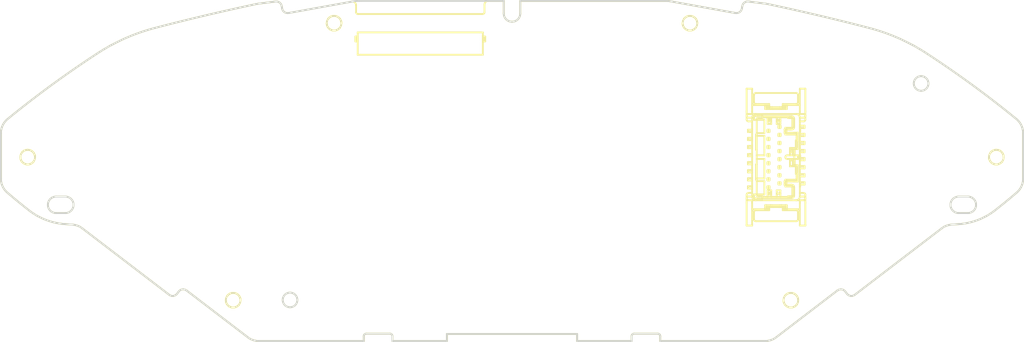
<source format=kicad_pcb>
(kicad_pcb (version 20211014) (generator pcbnew)
  (layers (0 "F.Cu" signal) (31 "B.Cu" signal) (34 "B.Paste" user) (35 "F.Paste" user) (36 "B.SilkS" user "B.Silkscreen") (37 "F.SilkS" user "F.Silkscreen") (38 "B.Mask" user) (39 "F.Mask" user) (44 "Edge.Cuts" user))
  (net 0 "")
  (gr_line (start 288.011062 -170.482665) (end 288.021982 -170.471744) (layer "F.SilkS") (width 0.5))
  (gr_arc (start 136.970664 -124.552538) (mid 136.910732 -124.829754) (end 136.890628 -125.112661) (layer "F.SilkS") (width 0.5))
  (gr_line (start 312.215092 -199.317981) (end 312.203192 -199.321078) (layer "F.SilkS") (width 0.5))
  (gr_line (start 285.074659 -171.519067) (end 285.021982 -171.571744) (layer "F.SilkS") (width 0.5))
  (gr_curve (pts (xy 137.524228 -126.57383) (xy 137.481893 -126.534151) (xy 137.441271 -126.492558) (xy 137.402468 -126.449174)) (layer "F.SilkS") (width 0.5))
  (gr_line (start 217.140626 -206.687663) (end 217.140627 -203.262818) (layer "F.SilkS") (width 0.5))
  (gr_curve (pts (xy 164.845172 -201.882223) (xy 164.835847 -201.870839) (xy 164.826693 -201.859428) (xy 164.817636 -201.847879)) (layer "F.SilkS") (width 0.5))
  (gr_curve (pts (xy 263.785733 -198.652087) (xy 263.93159 -198.681607) (xy 264.067357 -198.724946) (xy 264.201529 -198.784398)) (layer "F.SilkS") (width 0.5))
  (gr_arc (start 348.490547 -165.312774) (mid 348.679416 -165.007208) (end 348.810591 -164.672789) (layer "F.SilkS") (width 0.5))
  (gr_curve (pts (xy 265.325828 -201.117634) (xy 265.323433 -201.126808) (xy 265.320932 -201.1361) (xy 265.318378 -201.145341)) (layer "F.SilkS") (width 0.5))
  (gr_line (start 288.074659 -163.819068) (end 288.0805 -163.813227) (layer "F.SilkS") (width 0.5))
  (gr_curve (pts (xy 168.361833 -200.951215) (xy 168.355432 -200.988423) (xy 168.347949 -201.02552) (xy 168.339413 -201.062426)) (layer "F.SilkS") (width 0.5))
  (gr_line (start 285.021982 -164.353585) (end 285.011062 -164.342665) (layer "F.SilkS") (width 0.5))
  (gr_curve (pts (xy 138.398348 -123.174186) (xy 138.55909 -123.133269) (xy 138.724851 -123.112699) (xy 138.890628 -123.11266)) (layer "F.SilkS") (width 0.5))
  (gr_curve (pts (xy 264.267094 -198.814934) (xy 264.28887 -198.825579) (xy 264.311115 -198.836926) (xy 264.331698 -198.847899)) (layer "F.SilkS") (width 0.5))
  (gr_curve (pts (xy 287.42966 -173.956885) (xy 287.439814 -173.960643) (xy 287.449594 -173.965362) (xy 287.458765 -173.971117)) (layer "F.SilkS") (width 0.5))
  (gr_curve (pts (xy 345.655662 -162.538833) (xy 345.701334 -162.503087) (xy 345.748616 -162.469336) (xy 345.797404 -162.437629)) (layer "F.SilkS") (width 0.5))
  (gr_arc (start 174.490629 -115.337662) (mid 174.681181 -115.797303) (end 175.140898 -115.987662) (layer "F.SilkS") (width 0.5))
  (gr_line (start 172.540627 -195.662637) (end 172.840627 -195.662637) (layer "F.SilkS") (width 0.5))
  (gr_curve (pts (xy 346.213171 -162.230814) (xy 346.273566 -162.20905) (xy 346.335105 -162.190289) (xy 346.398347 -162.174191)) (layer "F.SilkS") (width 0.5))
  (gr_line (start 294.841063 -145.462664) (end 294.841063 -145.675877) (layer "F.SilkS") (width 0.5))
  (gr_line (start 291.031169 -166.082665) (end 291.441062 -166.082665) (layer "F.SilkS") (width 0.5))
  (gr_arc (start 348.810591 -164.672789) (mid 348.870511 -164.395572) (end 348.890627 -164.112666) (layer "F.SilkS") (width 0.5))
  (gr_curve (pts (xy 289.655663 -123.538831) (xy 289.701334 -123.503085) (xy 289.748617 -123.469335) (xy 289.797404 -123.437628)) (layer "F.SilkS") (width 0.5))
  (gr_curve (pts (xy 137.134555 -124.154956) (xy 137.157469 -124.113014) (xy 137.181963 -124.07183) (xy 137.207949 -124.031486)) (layer "F.SilkS") (width 0.5))
  (gr_line (start 288.021983 -163.253585) (end 288.011062 -163.242665) (layer "F.SilkS") (width 0.5))
  (gr_line (start 287.571062 -169.842665) (end 287.560141 -169.853585) (layer "F.SilkS") (width 0.5))
  (gr_line (start 294.641062 -163.882665) (end 294.641062 -163.242665) (layer "F.SilkS") (width 0.5))
  (gr_arc (start 80.970663 -163.552536) (mid 80.910734 -163.829753) (end 80.890627 -164.11266) (layer "F.SilkS") (width 0.5))
  (gr_line (start 285.111062 -155.642665) (end 285.111062 -156.082665) (layer "F.SilkS") (width 0.5))
  (gr_curve (pts (xy 167.936081 -199.3431) (xy 167.945406 -199.354484) (xy 167.954561 -199.365896) (xy 167.963617 -199.377444)) (layer "F.SilkS") (width 0.5))
  (gr_line (start 287.571062 -169.842665) (end 288.011062 -169.842665) (layer "F.SilkS") (width 0.5))
  (gr_curve (pts (xy 284.706677 -154.253359) (xy 284.703558 -154.250263) (xy 284.700851 -154.246818) (xy 284.698542 -154.243079)) (layer "F.SilkS") (width 0.5))
  (gr_line (start 284.501624 -167.113226) (end 284.507465 -167.119067) (layer "F.SilkS") (width 0.5))
  (gr_curve (pts (xy 285.418866 -154.193239) (xy 285.418269 -154.217224) (xy 285.402624 -154.237016) (xy 285.386494 -154.253359)) (layer "F.SilkS") (width 0.5))
  (gr_line (start 288.074659 -159.419068) (end 288.0805 -159.413227) (layer "F.SilkS") (width 0.5))
  (gr_line (start 287.501623 -172.112103) (end 287.471061 -172.142665) (layer "F.SilkS") (width 0.5))
  (gr_curve (pts (xy 261.466626 -200.066572) (xy 261.467237 -200.064415) (xy 261.467856 -200.062245) (xy 261.46852 -200.059937)) (layer "F.SilkS") (width 0.5))
  (gr_curve (pts (xy 284.655807 -154.073) (xy 284.646782 -154.081876) (xy 284.63877 -154.091712) (xy 284.631839 -154.102303)) (layer "F.SilkS") (width 0.5))
  (gr_line (start 292.841062 -163.612665) (end 292.841062 -164.612665) (layer "F.SilkS") (width 0.5))
  (gr_line (start 288.011062 -159.482665) (end 288.021983 -159.471744) (layer "F.SilkS") (width 0.5))
  (gr_line (start 284.501624 -162.212103) (end 284.471062 -162.242664) (layer "F.SilkS") (width 0.5))
  (gr_line (start 288.341062 -150.502665) (end 289.491062 -150.502665) (layer "F.SilkS") (width 0.5))
  (gr_curve (pts (xy 262.995521 -202.573241) (xy 262.849663 -202.543721) (xy 262.713896 -202.500382) (xy 262.579724 -202.440929)) (layer "F.SilkS") (width 0.5))
  (gr_line (start 284.507465 -168.806262) (end 284.560141 -168.753585) (layer "F.SilkS") (width 0.5))
  (gr_curve (pts (xy 291.983852 -126.787701) (xy 291.959266 -126.80368) (xy 291.934211 -126.819179) (xy 291.908822 -126.834146)) (layer "F.SilkS") (width 0.5))
  (gr_line (start 280.341061 -176.392571) (end 280.341061 -176.679359) (layer "F.SilkS") (width 0.5))
  (gr_line (start 287.507465 -161.106262) (end 287.691062 -161.212665) (layer "F.SilkS") (width 0.5))
  (gr_line (start 288.074659 -157.219068) (end 288.0805 -157.213227) (layer "F.SilkS") (width 0.5))
  (gr_line (start 284.571062 -164.342665) (end 285.011062 -164.342665) (layer "F.SilkS") (width 0.5))
  (gr_line (start 258.353485 -206.529149) (end 275.794699 -203.386196) (layer "F.SilkS") (width 0.5))
  (gr_line (start 285.074659 -164.919067) (end 284.891062 -164.812665) (layer "F.SilkS") (width 0.5))
  (gr_line (start 280.341061 -176.392571) (end 280.341061 -175.862664) (layer "F.SilkS") (width 0.5))
  (gr_line (start 287.571062 -161.042665) (end 288.011062 -161.042665) (layer "F.SilkS") (width 0.5))
  (gr_line (start 279.341061 -174.862664) (end 280.341061 -174.862664) (layer "F.SilkS") (width 0.5))
  (gr_line (start 285.841062 -150.872665) (end 285.841062 -150.632665) (layer "F.SilkS") (width 0.5))
  (gr_line (start 288.021982 -172.053585) (end 288.011061 -172.042665) (layer "F.SilkS") (width 0.5))
  (gr_line (start 285.074659 -160.519067) (end 285.021983 -160.571744) (layer "F.SilkS") (width 0.5))
  (gr_line (start 284.191061 -177.722664) (end 284.191061 -177.222664) (layer "F.SilkS") (width 0.5))
  (gr_line (start 284.891061 -177.772665) (end 284.891061 -177.722665) (layer "F.SilkS") (width 0.5))
  (gr_curve (pts (xy 285.340168 -154.389706) (xy 285.35909 -154.38316) (xy 285.37736 -154.374866) (xy 285.394515 -154.364539)) (layer "F.SilkS") (width 0.5))
  (gr_curve (pts (xy 264.201529 -198.784398) (xy 264.223583 -198.794171) (xy 264.245317 -198.804289) (xy 264.267094 -198.814934)) (layer "F.SilkS") (width 0.5))
  (gr_line (start 289.551062 -150.452665) (end 289.551062 -151.002665) (layer "F.SilkS") (width 0.5))
  (gr_line (start 284.891062 -166.712665) (end 285.074659 -166.606262) (layer "F.SilkS") (width 0.5))
  (gr_curve (pts (xy 140.82583 -125.617631) (xy 140.823435 -125.626805) (xy 140.820934 -125.636098) (xy 140.81838 -125.645338)) (layer "F.SilkS") (width 0.5))
  (gr_curve (pts (xy 164.455425 -200.107691) (xy 164.45782 -200.098518) (xy 164.460321 -200.089225) (xy 164.462875 -200.079985)) (layer "F.SilkS") (width 0.5))
  (gr_arc (start 280.841061 -174.862664) (mid 280.987493 -175.216254) (end 281.341061 -175.362664) (layer "F.SilkS") (width 0.5))
  (gr_line (start 285.0805 -168.812103) (end 285.074659 -168.806262) (layer "F.SilkS") (width 0.5))
  (gr_line (start 289.391062 -157.762665) (end 289.391062 -157.962665) (layer "F.SilkS") (width 0.5))
  (gr_line (start 288.0805 -163.813227) (end 288.111062 -163.782665) (layer "F.SilkS") (width 0.5))
  (gr_curve (pts (xy 287.632959 -173.898822) (xy 287.620981 -173.906976) (xy 287.609838 -173.916334) (xy 287.599768 -173.926754)) (layer "F.SilkS") (width 0.5))
  (gr_arc (start 292.341061 -175.862665) (mid 293.048181 -175.569783) (end 293.341061 -174.862665) (layer "F.SilkS") (width 0.5))
  (gr_circle (center 326.390627 -184.187665) (end 328.390627 -184.187665) (layer "F.SilkS") (width 0.5) (fill none))
  (gr_line (start 284.471062 -169.282665) (end 284.501623 -169.313226) (layer "F.SilkS") (width 0.5))
  (gr_line (start 287.891062 -161.512665) (end 287.691062 -161.512665) (layer "F.SilkS") (width 0.5))
  (gr_curve (pts (xy 287.22055 -173.991498) (xy 287.228686 -173.983389) (xy 287.237785 -173.97648) (xy 287.247694 -173.97067)) (layer "F.SilkS") (width 0.5))
  (gr_line (start 292.241062 -161.682665) (end 291.45815 -161.682665) (layer "F.SilkS") (width 0.5))
  (gr_line (start 289.691062 -170.762665) (end 289.391062 -170.462665) (layer "F.SilkS") (width 0.5))
  (gr_curve (pts (xy 83.382908 -166.051135) (xy 83.190037 -166.10023) (xy 82.989941 -166.120032) (xy 82.791244 -166.110217)) (layer "F.SilkS") (width 0.5))
  (gr_line (start 287.471062 -159.382665) (end 287.471062 -158.942665) (layer "F.SilkS") (width 0.5))
  (gr_line (start 293.341061 -175.862665) (end 293.341061 -176.392572) (layer "F.SilkS") (width 0.5))
  (gr_line (start 277.536941 -204.5964) (end 277.662297 -205.292041) (layer "F.SilkS") (width 0.5))
  (gr_curve (pts (xy 344.941841 -163.662901) (xy 344.946117 -163.644413) (xy 344.950636 -163.626042) (xy 344.955426 -163.607695)) (layer "F.SilkS") (width 0.5))
  (gr_line (start 285.074659 -171.519067) (end 285.0805 -171.513226) (layer "F.SilkS") (width 0.5))
  (gr_line (start 279.321324 -206.514841) (end 283.775124 -205.967983) (layer "F.SilkS") (width 0.5))
  (gr_line (start 284.691062 -171.112665) (end 284.891062 -171.112665) (layer "F.SilkS") (width 0.5))
  (gr_line (start 284.507465 -166.606262) (end 284.691062 -166.712665) (layer "F.SilkS") (width 0.5))
  (gr_line (start 174.490629 -113.987662) (end 174.490629 -115.337662) (layer "F.SilkS") (width 0.5))
  (gr_line (start 288.074659 -166.019068) (end 287.891062 -165.912665) (layer "F.SilkS") (width 0.5))
  (gr_line (start 172.840627 -196.962637) (end 172.540627 -196.962637) (layer "F.SilkS") (width 0.5))
  (gr_line (start 285.011062 -160.582665) (end 285.021983 -160.571744) (layer "F.SilkS") (width 0.5))
  (gr_curve (pts (xy 136.970664 -124.552538) (xy 137.010964 -124.414151) (xy 137.065876 -124.280666) (xy 137.134555 -124.154956)) (layer "F.SilkS") (width 0.5))
  (gr_arc (start 294.841061 -175.362665) (mid 294.6946 -175.009148) (end 294.341061 -174.862665) (layer "F.SilkS") (width 0.5))
  (gr_line (start 287.691062 -161.512665) (end 287.507465 -161.619068) (layer "F.SilkS") (width 0.5))
  (gr_line (start 284.991061 -178.582665) (end 281.341061 -178.582664) (layer "F.SilkS") (width 0.5))
  (gr_arc (start 277.536941 -204.5964) (mid 276.916467 -203.630447) (end 275.794699 -203.386196) (layer "F.SilkS") (width 0.5))
  (gr_curve (pts (xy 139.701531 -123.284396) (xy 139.723585 -123.294168) (xy 139.745319 -123.304286) (xy 139.767095 -123.314931)) (layer "F.SilkS") (width 0.5))
  (gr_line (start 284.471062 -169.282665) (end 284.471062 -168.842665) (layer "F.SilkS") (width 0.5))
  (gr_line (start 288.791062 -149.912665) (end 288.791062 -150.252665) (layer "F.SilkS") (width 0.5))
  (gr_curve (pts (xy 347.831698 -162.347901) (xy 347.987165 -162.43079) (xy 348.129813 -162.532265) (xy 348.257028 -162.651497)) (layer "F.SilkS") (width 0.5))
  (gr_arc (start 327.871314 -192.400762) (mid 340.352304 -183.783158) (end 352.353145 -174.508567) (layer "F.SilkS") (width 0.5))
  (gr_line (start 287.471062 -163.782665) (end 287.501624 -163.813226) (layer "F.SilkS") (width 0.5))
  (gr_arc (start 138.398349 -123.174192) (mid 138.168691 -123.2475) (end 137.949527 -123.347915) (layer "F.SilkS") (width 0.5))
  (gr_curve (pts (xy 291.701531 -123.284399) (xy 291.723585 -123.294171) (xy 291.745319 -123.30429) (xy 291.767095 -123.314935)) (layer "F.SilkS") (width 0.5))
  (gr_line (start 284.891062 -156.012665) (end 284.691062 -156.012665) (layer "F.SilkS") (width 0.5))
  (gr_line (start 174.490629 -115.337662) (end 174.490629 -113.987662) (layer "F.SilkS") (width 0.5))
  (gr_line (start 294.641062 -168.282665) (end 293.341062 -168.282665) (layer "F.SilkS") (width 0.5))
  (gr_line (start 287.507465 -156.706262) (end 287.691062 -156.812665) (layer "F.SilkS") (width 0.5))
  (gr_curve (pts (xy 167.990545 -201.812769) (xy 167.885267 -201.953179) (xy 167.762589 -202.079272) (xy 167.625592 -202.186495)) (layer "F.SilkS") (width 0.5))
  (gr_line (start 288.111062 -161.142665) (end 288.111062 -161.582665) (layer "F.SilkS") (width 0.5))
  (gr_line (start 291.03117 -161.682665) (end 290.641062 -161.682665) (layer "F.SilkS") (width 0.5))
  (gr_line (start 284.571062 -157.742665) (end 285.011062 -157.742665) (layer "F.SilkS") (width 0.5))
  (gr_line (start 292.441062 -168.662665) (end 292.441062 -170.262665) (layer "F.SilkS") (width 0.5))
  (gr_line (start 285.074659 -171.519067) (end 284.891062 -171.412665) (layer "F.SilkS") (width 0.5))
  (gr_curve (pts (xy 261.44184 -200.162899) (xy 261.446116 -200.144411) (xy 261.450635 -200.126041) (xy 261.455425 -200.107694)) (layer "F.SilkS") (width 0.5))
  (gr_line (start 339.140628 -153.362666) (end 336.64106 -153.362666) (layer "F.SilkS") (width 0.5))
  (gr_line (start 288.111062 -161.142665) (end 288.0805 -161.112103) (layer "F.SilkS") (width 0.5))
  (gr_arc (start 354.190628 -158.239156) (mid 353.733978 -156.151618) (end 352.447487 -154.445363) (layer "F.SilkS") (width 0.5))
  (gr_line (start 291.441062 -163.612665) (end 291.441062 -161.912665) (layer "F.SilkS") (width 0.5))
  (gr_line (start 285.841061 -177.592665) (end 285.841061 -177.352665) (layer "F.SilkS") (width 0.5))
  (gr_arc (start 345.949527 -162.34792) (mid 345.589122 -162.594075) (end 345.290708 -162.912558) (layer "F.SilkS") (width 0.5))
  (gr_line (start 247.490629 -115.337664) (end 247.490629 -113.987664) (layer "F.SilkS") (width 0.5))
  (gr_line (start 247.490629 -113.987664) (end 247.490629 -115.337664) (layer "F.SilkS") (width 0.5))
  (gr_curve (pts (xy 140.812735 -125.665388) (xy 140.812071 -125.667696) (xy 140.81136 -125.67015) (xy 140.810593 -125.672785)) (layer "F.SilkS") (width 0.5))
  (gr_line (start 284.991061 -177.722665) (end 284.991061 -178.222664) (layer "F.SilkS") (width 0.5))
  (gr_arc (start 82.890627 -162.11266) (mid 82.642572 -162.1281) (end 82.398348 -162.174191) (layer "F.SilkS") (width 0.5))
  (gr_line (start 284.471062 -167.082664) (end 284.471062 -166.642665) (layer "F.SilkS") (width 0.5))
  (gr_arc (start 123.581004 -126.855081) (mid 122.58778 -126.279318) (end 121.478322 -126.574497) (layer "F.SilkS") (width 0.5))
  (gr_line (start 284.891062 -162.612665) (end 284.691062 -162.612664) (layer "F.SilkS") (width 0.5))
  (gr_curve (pts (xy 284.986255 -154.173003) (xy 284.987669 -154.166399) (xy 284.989769 -154.159961) (xy 284.992477 -154.153774)) (layer "F.SilkS") (width 0.5))
  (gr_line (start 281.391062 -170.262664) (end 281.391062 -166.112664) (layer "F.SilkS") (width 0.5))
  (gr_line (start 287.507464 -169.906262) (end 287.691062 -170.012665) (layer "F.SilkS") (width 0.5))
  (gr_line (start 288.021983 -161.053585) (end 288.074659 -161.106262) (layer "F.SilkS") (width 0.5))
  (gr_line (start 292.741062 -161.912665) (end 291.941062 -161.912665) (layer "F.SilkS") (width 0.5))
  (gr_line (start 279.191062 -157.742664) (end 279.191062 -158.382664) (layer "F.SilkS") (width 0.5))
  (gr_line (start 289.691062 -170.762665) (end 289.691062 -171.612665) (layer "F.SilkS") (width 0.5))
  (gr_arc (start 286.907225 -115.015554) (mid 285.473429 -114.25161) (end 283.870395 -113.987664) (layer "F.SilkS") (width 0.5))
  (gr_line (start 284.891062 -167.012665) (end 284.891062 -166.712665) (layer "F.SilkS") (width 0.5))
  (gr_line (start 287.507465 -158.906262) (end 287.560142 -158.853585) (layer "F.SilkS") (width 0.5))
  (gr_curve (pts (xy 84.257028 -162.651491) (xy 84.299363 -162.691169) (xy 84.339985 -162.732762) (xy 84.378788 -162.776146)) (layer "F.SilkS") (width 0.5))
  (gr_line (start 284.507465 -164.406262) (end 284.560141 -164.353585) (layer "F.SilkS") (width 0.5))
  (gr_line (start 283.141062 -152.962664) (end 291.091062 -152.962664) (layer "F.SilkS") (width 0.5))
  (gr_curve (pts (xy 168.310591 -201.172785) (xy 168.270291 -201.311172) (xy 168.215379 -201.444657) (xy 168.1467 -201.570367)) (layer "F.SilkS") (width 0.5))
  (gr_line (start 284.501624 -155.612103) (end 284.471062 -155.642665) (layer "F.SilkS") (width 0.5))
  (gr_curve (pts (xy 261.390627 -200.612664) (xy 261.390617 -200.498844) (xy 261.400226 -200.385672) (xy 261.41942 -200.274111)) (layer "F.SilkS") (width 0.5))
  (gr_arc (start 80.890627 -164.11266) (mid 80.910731 -164.395571) (end 80.970665 -164.67279) (layer "F.SilkS") (width 0.5))
  (gr_curve (pts (xy 140.490547 -126.312769) (xy 140.385268 -126.453178) (xy 140.26259 -126.579271) (xy 140.125594 -126.686494)) (layer "F.SilkS") (width 0.5))
  (gr_curve (pts (xy 261.46852 -200.059937) (xy 261.469184 -200.057629) (xy 261.469895 -200.055175) (xy 261.470662 -200.05254)) (layer "F.SilkS") (width 0.5))
  (gr_arc (start 150.459929 -206.514838) (mid 151.53259 -206.233319) (end 152.118956 -205.292038) (layer "F.SilkS") (width 0.5))
  (gr_curve (pts (xy 285.20151 -154.410596) (xy 285.248107 -154.410852) (xy 285.296119 -154.404944) (xy 285.340168 -154.389706)) (layer "F.SilkS") (width 0.5))
  (gr_arc (start 124.074395 -127.500426) (mid 125.06762 -128.076187) (end 126.177078 -127.78101) (layer "F.SilkS") (width 0.5))
  (gr_line (start 294.341061 -175.862665) (end 292.341061 -175.862665) (layer "F.SilkS") (width 0.5))
  (gr_curve (pts (xy 285.446613 -174.147705) (xy 285.455678 -174.138879) (xy 285.463722 -174.129077) (xy 285.470682 -174.118513)) (layer "F.SilkS") (width 0.5))
  (gr_line (start 287.891062 -163.412665) (end 288.074659 -163.306262) (layer "F.SilkS") (width 0.5))
  (gr_line (start 287.471062 -161.582665) (end 287.471062 -161.142665) (layer "F.SilkS") (width 0.5))
  (gr_curve (pts (xy 166.785733 -198.652085) (xy 166.93159 -198.681605) (xy 167.067357 -198.724944) (xy 167.201529 -198.784396)) (layer "F.SilkS") (width 0.5))
  (gr_line (start 284.541061 -174.962665) (end 284.541061 -173.162665) (layer "F.SilkS") (width 0.5))
  (gr_line (start 289.791061 -177.972665) (end 288.791061 -177.972665) (layer "F.SilkS") (width 0.5))
  (gr_line (start 288.041062 -153.262665) (end 288.041062 -155.062665) (layer "F.SilkS") (width 0.5))
  (gr_line (start 284.541061 -173.162665) (end 285.541061 -173.162665) (layer "F.SilkS") (width 0.5))
  (gr_arc (start 289.891062 -163.612665) (mid 289.391065 -164.1127) (end 289.891062 -164.612665) (layer "F.SilkS") (width 0.5))
  (gr_line (start 287.571062 -161.042665) (end 287.560141 -161.053585) (layer "F.SilkS") (width 0.5))
  (gr_curve (pts (xy 140.810593 -125.672785) (xy 140.770293 -125.811171) (xy 140.71538 -125.944656) (xy 140.646702 -126.070366)) (layer "F.SilkS") (width 0.5))
  (gr_curve (pts (xy 287.247678 -174.188082) (xy 287.237772 -174.182266) (xy 287.228679 -174.175351) (xy 287.22055 -174.167233)) (layer "F.SilkS") (width 0.5))
  (gr_line (start 285.011062 -169.382665) (end 285.021982 -169.371744) (layer "F.SilkS") (width 0.5))
  (gr_curve (pts (xy 164.470662 -200.052538) (xy 164.510962 -199.914151) (xy 164.565875 -199.780666) (xy 164.634553 -199.654957)) (layer "F.SilkS") (width 0.5))
  (gr_line (start 285.0805 -160.012103) (end 285.074659 -160.006262) (layer "F.SilkS") (width 0.5))
  (gr_arc (start 207.390627 -203.612638) (mid 207.244195 -203.25905) (end 206.890627 -203.112638) (layer "F.SilkS") (width 0.5))
  (gr_line (start 279.191062 -170.942664) (end 280.341062 -170.942664) (layer "F.SilkS") (width 0.5))
  (gr_curve (pts (xy 81.524227 -165.573829) (xy 81.481892 -165.53415) (xy 81.44127 -165.492557) (xy 81.402467 -165.449173)) (layer "F.SilkS") (width 0.5))
  (gr_arc (start 291.791062 -153.662665) (mid 291.586022 -153.167726) (end 291.091062 -152.962665) (layer "F.SilkS") (width 0.5))
  (gr_curve (pts (xy 83.767094 -162.31493) (xy 83.788871 -162.325575) (xy 83.811116 -162.336922) (xy 83.831698 -162.347895)) (layer "F.SilkS") (width 0.5))
  (gr_line (start 291.031169 -165.442665) (end 291.441062 -165.442665) (layer "F.SilkS") (width 0.5))
  (gr_curve (pts (xy 290.791245 -127.110221) (xy 290.741588 -127.107768) (xy 290.692009 -127.103467) (xy 290.642711 -127.097311)) (layer "F.SilkS") (width 0.5))
  (gr_curve (pts (xy 164.41942 -200.274108) (xy 164.425822 -200.2369) (xy 164.433305 -200.199803) (xy 164.44184 -200.162897)) (layer "F.SilkS") (width 0.5))
  (gr_curve (pts (xy 287.632952 -174.259929) (xy 287.644894 -174.268064) (xy 287.657652 -174.27499) (xy 287.67098 -174.28057)) (layer "F.SilkS") (width 0.5))
  (gr_curve (pts (xy 285.076645 -174.175453) (xy 285.133071 -174.14275) (xy 285.18412 -174.086936) (xy 285.183011 -174.018216)) (layer "F.SilkS") (width 0.5))
  (gr_curve (pts (xy 84.4773 -162.895098) (xy 84.479598 -162.898097) (xy 84.481891 -162.901103) (xy 84.484123 -162.904045)) (layer "F.SilkS") (width 0.5))
  (gr_line (start 289.191062 -157.537665) (end 289.391062 -157.537665) (layer "F.SilkS") (width 0.5))
  (gr_line (start 289.391062 -156.312665) (end 289.391062 -156.537665) (layer "F.SilkS") (width 0.5))
  (gr_curve (pts (xy 347.70153 -162.2844) (xy 347.723584 -162.294172) (xy 347.745318 -162.304291) (xy 347.767094 -162.314936)) (layer "F.SilkS") (width 0.5))
  (gr_line (start 287.471062 -170.382665) (end 287.501623 -170.413227) (layer "F.SilkS") (width 0.5))
  (gr_curve (pts (xy 292.257029 -123.651496) (xy 292.299364 -123.691174) (xy 292.339985 -123.732767) (xy 292.378789 -123.776151)) (layer "F.SilkS") (width 0.5))
  (gr_line (start 279.191062 -162.142664) (end 279.191062 -162.782664) (layer "F.SilkS") (width 0.5))
  (gr_arc (start 292.490546 -123.912555) (mid 292.192112 -123.594069) (end 291.831698 -123.347902) (layer "F.SilkS") (width 0.5))
  (gr_line (start 287.571062 -156.642665) (end 288.011062 -156.642665) (layer "F.SilkS") (width 0.5))
  (gr_line (start 288.0805 -159.413227) (end 288.111062 -159.382665) (layer "F.SilkS") (width 0.5))
  (gr_line (start 288.011062 -166.082665) (end 288.021982 -166.071744) (layer "F.SilkS") (width 0.5))
  (gr_curve (pts (xy 81.949524 -162.347908) (xy 82.034292 -162.302602) (xy 82.123003 -162.2633) (xy 82.213171 -162.230808)) (layer "F.SilkS") (width 0.5))
  (gr_line (start 292.741062 -170.762665) (end 289.691062 -170.762665) (layer "F.SilkS") (width 0.5))
  (gr_curve (pts (xy 285.441989 -154.327353) (xy 285.460959 -154.308956) (xy 285.476454 -154.286793) (xy 285.486964 -154.262549)) (layer "F.SilkS") (width 0.5))
  (gr_curve (pts (xy 167.984122 -199.404046) (xy 167.986354 -199.406988) (xy 167.988536 -199.409875) (xy 167.990544 -199.412552)) (layer "F.SilkS") (width 0.5))
  (gr_line (start 283.891062 -150.252664) (end 284.111062 -150.472665) (layer "F.SilkS") (width 0.5))
  (gr_arc (start 137.29071 -126.31277) (mid 137.589142 -126.631259) (end 137.949558 -126.877424) (layer "F.SilkS") (width 0.5))
  (gr_arc (start 291.791061 -172.312665) (mid 291.586021 -171.817727) (end 291.091061 -171.612665) (layer "F.SilkS") (width 0.5))
  (gr_line (start 287.891062 -156.812665) (end 287.891062 -157.112665) (layer "F.SilkS") (width 0.5))
  (gr_line (start 284.507465 -157.806262) (end 284.691062 -157.912665) (layer "F.SilkS") (width 0.5))
  (gr_line (start 284.560141 -167.171744) (end 284.571062 -167.182665) (layer "F.SilkS") (width 0.5))
  (gr_curve (pts (xy 345.290709 -162.912558) (xy 345.395988 -162.772149) (xy 345.518665 -162.646055) (xy 345.655662 -162.538833)) (layer "F.SilkS") (width 0.5))
  (gr_arc (start 77.333769 -154.445357) (mid 76.047266 -156.151603) (end 75.590628 -158.23915) (layer "F.SilkS") (width 0.5))
  (gr_curve (pts (xy 285.394515 -154.364539) (xy 285.411852 -154.354102) (xy 285.427772 -154.341755) (xy 285.441989 -154.327353)) (layer "F.SilkS") (width 0.5))
  (gr_curve (pts (xy 138.014161 -126.910391) (xy 137.992385 -126.899746) (xy 137.97014 -126.888399) (xy 137.949557 -126.877426)) (layer "F.SilkS") (width 0.5))
  (gr_line (start 285.341062 -150.502665) (end 285.44642 -150.502665) (layer "F.SilkS") (width 0.5))
  (gr_line (start 287.560141 -163.871744) (end 287.571062 -163.882665) (layer "F.SilkS") (width 0.5))
  (gr_line (start 288.791062 -150.252665) (end 288.791062 -150.452665) (layer "F.SilkS") (width 0.5))
  (gr_line (start 287.471062 -165.982665) (end 287.501624 -166.013226) (layer "F.SilkS") (width 0.5))
  (gr_curve (pts (xy 84.825829 -164.61763) (xy 84.823434 -164.626804) (xy 84.820933 -164.636096) (xy 84.818379 -164.645337)) (layer "F.SilkS") (width 0.5))
  (gr_line (start 288.021982 -167.653585) (end 288.011062 -167.642665) (layer "F.SilkS") (width 0.5))
  (gr_curve (pts (xy 348.861834 -164.451219) (xy 348.855432 -164.488427) (xy 348.847949 -164.525524) (xy 348.839414 -164.56243)) (layer "F.SilkS") (width 0.5))
  (gr_curve (pts (xy 284.631839 -154.102303) (xy 284.624939 -154.112846) (xy 284.619142 -154.124087) (xy 284.614488 -154.135796)) (layer "F.SilkS") (width 0.5))
  (gr_line (start 172.390627 -203.612637) (end 172.390627 -205.506347) (layer "F.SilkS") (width 0.5))
  (gr_line (start 287.841062 -150.872665) (end 285.841062 -150.872665) (layer "F.SilkS") (width 0.5))
  (gr_curve (pts (xy 287.100653 -174.079366) (xy 287.100321 -174.111288) (xy 287.104856 -174.143987) (xy 287.115639 -174.174045)) (layer "F.SilkS") (width 0.5))
  (gr_line (start 287.571062 -156.642665) (end 287.560142 -156.653585) (layer "F.SilkS") (width 0.5))
  (gr_line (start 285.011062 -164.982665) (end 284.571062 -164.982665) (layer "F.SilkS") (width 0.5))
  (gr_curve (pts (xy 136.919422 -124.774108) (xy 136.925823 -124.736899) (xy 136.933306 -124.699803) (xy 136.941842 -124.662896)) (layer "F.SilkS") (width 0.5))
  (gr_line (start 281.391062 -166.112664) (end 281.591062 -166.112664) (layer "F.SilkS") (width 0.5))
  (gr_line (start 285.0805 -164.412103) (end 285.074659 -164.406262) (layer "F.SilkS") (width 0.5))
  (gr_arc (start 265.310589 -200.052533) (mid 265.179417 -199.718117) (end 264.990545 -199.412555) (layer "F.SilkS") (width 0.5))
  (gr_line (start 281.341061 -181.582664) (end 292.341061 -181.582665) (layer "F.SilkS") (width 0.5))
  (gr_line (start 293.341062 -151.832758) (end 293.341062 -152.362665) (layer "F.SilkS") (width 0.5))
  (gr_curve (pts (xy 348.533108 -165.253875) (xy 348.526223 -165.26377) (xy 348.519171 -165.273702) (xy 348.512052 -165.283553)) (layer "F.SilkS") (width 0.5))
  (gr_curve (pts (xy 292.378789 -123.776151) (xy 292.398321 -123.797989) (xy 292.417434 -123.820336) (xy 292.436083 -123.843103)) (layer "F.SilkS") (width 0.5))
  (gr_line (start 287.691062 -161.212665) (end 287.691062 -161.512665) (layer "F.SilkS") (width 0.5))
  (gr_line (start 284.507465 -160.006262) (end 284.691062 -160.112665) (layer "F.SilkS") (width 0.5))
  (gr_line (start 288.691062 -150.002665) (end 288.691062 -149.642665) (layer "F.SilkS") (width 0.5))
  (gr_curve (pts (xy 285.470682 -174.118513) (xy 285.477613 -174.107992) (xy 285.483436 -174.096764) (xy 285.488114 -174.085066)) (layer "F.SilkS") (width 0.5))
  (gr_curve (pts (xy 344.919421 -163.774112) (xy 344.925823 -163.736904) (xy 344.933305 -163.699807) (xy 344.941841 -163.662901)) (layer "F.SilkS") (width 0.5))
  (gr_line (start 284.471062 -158.282665) (end 284.471062 -157.842665) (layer "F.SilkS") (width 0.5))
  (gr_line (start 289.391062 -170.687665) (end 289.191062 -170.687665) (layer "F.SilkS") (width 0.5))
  (gr_line (start 284.691062 -158.212665) (end 284.507465 -158.319067) (layer "F.SilkS") (width 0.5))
  (gr_line (start 285.341061 -177.722665) (end 284.191061 -177.722664) (layer "F.SilkS") (width 0.5))
  (gr_curve (pts (xy 83.983851 -165.787697) (xy 83.959266 -165.803675) (xy 83.93421 -165.819175) (xy 83.908821 -165.834141)) (layer "F.SilkS") (width 0.5))
  (gr_curve (pts (xy 292.812735 -125.665391) (xy 292.812071 -125.667699) (xy 292.81136 -125.670153) (xy 292.810593 -125.672788)) (layer "F.SilkS") (width 0.5))
  (gr_line (start 278.841061 -174.362664) (end 278.841061 -176.392571) (layer "F.SilkS") (width 0.5))
  (gr_line (start 284.571062 -155.542664) (end 285.011062 -155.542665) (layer "F.SilkS") (width 0.5))
  (gr_line (start 281.391062 -157.962664) (end 281.591062 -157.962664) (layer "F.SilkS") (width 0.5))
  (gr_line (start 294.641062 -166.082665) (end 294.641062 -165.442665) (layer "F.SilkS") (width 0.5))
  (gr_curve (pts (xy 167.757027 -199.151493) (xy 167.799362 -199.191171) (xy 167.839984 -199.232764) (xy 167.878787 -199.276148)) (layer "F.SilkS") (width 0.5))
  (gr_arc (start 291.091061 -174.762665) (mid 291.232496 -174.704098) (end 291.291061 -174.562664) (layer "F.SilkS") (width 0.5))
  (gr_line (start 291.441062 -164.612665) (end 291.441062 -166.312665) (layer "F.SilkS") (width 0.5))
  (gr_line (start 217.140627 -203.262818) (end 217.140627 -206.687663) (layer "F.SilkS") (width 0.5))
  (gr_curve (pts (xy 289.949557 -126.877429) (xy 289.794091 -126.79454) (xy 289.651443 -126.693065) (xy 289.524228 -126.573833)) (layer "F.SilkS") (width 0.5))
  (gr_arc (start 352.353145 -174.508567) (mid 353.707946 -172.779069) (end 354.190627 -170.63578) (layer "F.SilkS") (width 0.5))
  (gr_curve (pts (xy 137.303956 -126.330223) (xy 137.301658 -126.327224) (xy 137.299365 -126.324217) (xy 137.297133 -126.321276)) (layer "F.SilkS") (width 0.5))
  (gr_arc (start 277.536941 -204.5964) (mid 276.916467 -203.630447) (end 275.794699 -203.386196) (layer "F.SilkS") (width 0.5))
  (gr_curve (pts (xy 165.579724 -202.440927) (xy 165.55767 -202.431155) (xy 165.535936 -202.421036) (xy 165.51416 -202.410391)) (layer "F.SilkS") (width 0.5))
  (gr_line (start 284.541062 -155.062665) (end 284.541062 -153.262665) (layer "F.SilkS") (width 0.5))
  (gr_curve (pts (xy 140.378789 -123.776148) (xy 140.398321 -123.797986) (xy 140.417434 -123.820332) (xy 140.436083 -123.8431)) (layer "F.SilkS") (width 0.5))
  (gr_arc (start 345.290708 -162.912558) (mid 345.101833 -163.218121) (end 344.970663 -163.552542) (layer "F.SilkS") (width 0.5))
  (gr_curve (pts (xy 165.71317 -198.73081) (xy 165.773566 -198.709045) (xy 165.835104 -198.690285) (xy 165.898346 -198.674187)) (layer "F.SilkS") (width 0.5))
  (gr_curve (pts (xy 84.646701 -165.070365) (xy 84.623787 -165.112307) (xy 84.599293 -165.153491) (xy 84.573307 -165.193835)) (layer "F.SilkS") (width 0.5))
  (gr_line (start 288.074659 -172.619068) (end 287.891061 -172.512665) (layer "F.SilkS") (width 0.5))
  (gr_line (start 291.941062 -161.912665) (end 291.941062 -163.612665) (layer "F.SilkS") (width 0.5))
  (gr_line (start 293.341062 -167.642665) (end 294.641062 -167.642665) (layer "F.SilkS") (width 0.5))
  (gr_arc (start 84.490545 -162.91255) (mid 84.192111 -162.594064) (end 83.831697 -162.347897) (layer "F.SilkS") (width 0.5))
  (gr_curve (pts (xy 82.791244 -166.110217) (xy 82.741587 -166.107764) (xy 82.692008 -166.103462) (xy 82.64271 -166.097306)) (layer "F.SilkS") (width 0.5))
  (gr_arc (start 286.907225 -115.015554) (mid 285.473429 -114.25161) (end 283.870395 -113.987664) (layer "F.SilkS") (width 0.5))
  (gr_line (start 288.111062 -167.742665) (end 288.111062 -168.182665) (layer "F.SilkS") (width 0.5))
  (gr_curve (pts (xy 165.898346 -198.674187) (xy 166.059088 -198.63327) (xy 166.224849 -198.612699) (xy 166.390627 -198.612661)) (layer "F.SilkS") (width 0.5))
  (gr_line (start 287.507465 -165.506262) (end 287.560141 -165.453585) (layer "F.SilkS") (width 0.5))
  (gr_line (start 336.640628 -148.862666) (end 339.140628 -148.862666) (layer "F.SilkS") (width 0.5))
  (gr_line (start 172.540627 -196.962637) (end 172.540627 -195.662637) (layer "F.SilkS") (width 0.5))
  (gr_line (start 287.507464 -169.906262) (end 287.501623 -169.912103) (layer "F.SilkS") (width 0.5))
  (gr_line (start 285.341062 -150.502665) (end 285.341062 -151.002665) (layer "F.SilkS") (width 0.5))
  (gr_arc (start 279.341061 -174.862664) (mid 278.841064 -175.3627) (end 279.341061 -175.862664) (layer "F.SilkS") (width 0.5))
  (gr_curve (pts (xy 288.962877 -124.579988) (xy 288.964154 -124.575367) (xy 288.965407 -124.570883) (xy 288.966628 -124.566572)) (layer "F.SilkS") (width 0.5))
  (gr_line (start 181.640629 -115.987662) (end 175.140898 -115.987662) (layer "F.SilkS") (width 0.5))
  (gr_line (start 285.364685 -177.222665) (end 288.317438 -177.222665) (layer "F.SilkS") (width 0.5))
  (gr_curve (pts (xy 288.919422 -124.774111) (xy 288.925823 -124.736903) (xy 288.933306 -124.699806) (xy 288.941842 -124.6629)) (layer "F.SilkS") (width 0.5))
  (gr_line (start 285.0805 -166.612103) (end 285.074659 -166.606262) (layer "F.SilkS") (width 0.5))
  (gr_line (start 287.507465 -158.906262) (end 287.501624 -158.912103) (layer "F.SilkS") (width 0.5))
  (gr_curve (pts (xy 140.814629 -125.658753) (xy 140.814018 -125.66091) (xy 140.813399 -125.663079) (xy 140.812735 -125.665388)) (layer "F.SilkS") (width 0.5))
  (gr_line (start 285.074659 -169.319067) (end 284.891062 -169.212664) (layer "F.SilkS") (width 0.5))
  (gr_curve (pts (xy 345.797404 -162.437629) (xy 345.821989 -162.421651) (xy 345.847045 -162.406151) (xy 345.872434 -162.391185)) (layer "F.SilkS") (width 0.5))
  (gr_curve (pts (xy 345.279714 -162.927353) (xy 345.283157 -162.922671) (xy 345.28671 -162.917891) (xy 345.290709 -162.912558)) (layer "F.SilkS") (width 0.5))
  (gr_line (start 280.341062 -151.545969) (end 280.341062 -151.832758) (layer "F.SilkS") (width 0.5))
  (gr_curve (pts (xy 140.125594 -126.686494) (xy 140.079922 -126.72224) (xy 140.03264 -126.755991) (xy 139.983852 -126.787698)) (layer "F.SilkS") (width 0.5))
  (gr_curve (pts (xy 164.46852 -200.059935) (xy 164.469184 -200.057627) (xy 164.469895 -200.055173) (xy 164.470662 -200.052538)) (layer "F.SilkS") (width 0.5))
  (gr_line (start 288.074659 -161.619068) (end 288.0805 -161.613227) (layer "F.SilkS") (width 0.5))
  (gr_curve (pts (xy 288.966628 -124.566572) (xy 288.967239 -124.564415) (xy 288.967858 -124.562246) (xy 288.968522 -124.559938)) (layer "F.SilkS") (width 0.5))
  (gr_curve (pts (xy 139.568085 -126.994513) (xy 139.507689 -127.016277) (xy 139.446151 -127.035038) (xy 139.382909 -127.051136)) (layer "F.SilkS") (width 0.5))
  (gr_line (start 293.341062 -163.242665) (end 294.641062 -163.242665) (layer "F.SilkS") (width 0.5))
  (gr_line (start 291.45815 -161.682665) (end 291.03117 -161.682665) (layer "F.SilkS") (width 0.5))
  (gr_line (start 288.691061 -178.222665) (end 288.691061 -177.722665) (layer "F.SilkS") (width 0.5))
  (gr_line (start 281.591062 -153.962664) (end 280.841062 -153.962664) (layer "F.SilkS") (width 0.5))
  (gr_curve (pts (xy 291.908822 -126.834146) (xy 291.883433 -126.849112) (xy 291.858648 -126.86303) (xy 291.831732 -126.877416)) (layer "F.SilkS") (width 0.5))
  (gr_arc (start 294.841062 -152.862665) (mid 294.694601 -152.509148) (end 294.341062 -152.362665) (layer "F.SilkS") (width 0.5))
  (gr_line (start 293.441062 -157.112665) (end 293.441062 -156.112665) (layer "F.SilkS") (width 0.5))
  (gr_line (start 284.471062 -171.482665) (end 284.501623 -171.513226) (layer "F.SilkS") (width 0.5))
  (gr_line (start 291.091062 -156.612665) (end 289.691062 -156.612665) (layer "F.SilkS") (width 0.5))
  (gr_line (start 284.991062 -150.002664) (end 284.991062 -150.502666) (layer "F.SilkS") (width 0.5))
  (gr_line (start 287.471062 -165.982665) (end 287.471062 -165.542665) (layer "F.SilkS") (width 0.5))
  (gr_line (start 285.294001 -173.934973) (end 285.294001 -173.828607) (layer "F.SilkS") (width 0.5))
  (gr_line (start 288.011062 -166.082665) (end 287.571062 -166.082665) (layer "F.SilkS") (width 0.5))
  (gr_line (start 287.691061 -172.212665) (end 287.891061 -172.212665) (layer "F.SilkS") (width 0.5))
  (gr_line (start 182.290629 -113.987662) (end 197.140629 -113.987662) (layer "F.SilkS") (width 0.5))
  (gr_line (start 182.290629 -113.987662) (end 182.290629 -115.337662) (layer "F.SilkS") (width 0.5))
  (gr_curve (pts (xy 84.814628 -164.658752) (xy 84.814017 -164.660909) (xy 84.813398 -164.663078) (xy 84.812734 -164.665386)) (layer "F.SilkS") (width 0.5))
  (gr_curve (pts (xy 287.599768 -174.231977) (xy 287.609834 -174.242405) (xy 287.620974 -174.25177) (xy 287.632952 -174.259929)) (layer "F.SilkS") (width 0.5))
  (gr_line (start 293.441061 -172.042665) (end 294.641061 -172.042665) (layer "F.SilkS") (width 0.5))
  (gr_line (start 288.111062 -158.942665) (end 288.0805 -158.912103) (layer "F.SilkS") (width 0.5))
  (gr_line (start 285.111062 -171.042665) (end 285.0805 -171.012103) (layer "F.SilkS") (width 0.5))
  (gr_line (start 284.891062 -171.412665) (end 284.691062 -171.412665) (layer "F.SilkS") (width 0.5))
  (gr_line (start 288.074659 -163.819068) (end 288.021982 -163.871744) (layer "F.SilkS") (width 0.5))
  (gr_curve (pts (xy 347.382908 -166.051141) (xy 347.190037 -166.100236) (xy 346.989941 -166.120038) (xy 346.791244 -166.110223)) (layer "F.SilkS") (width 0.5))
  (gr_line (start 285.0805 -162.212103) (end 285.074659 -162.206262) (layer "F.SilkS") (width 0.5))
  (gr_curve (pts (xy 287.754271 -174.195018) (xy 287.711434 -174.194988) (xy 287.664062 -174.189253) (xy 287.63214 -174.157984)) (layer "F.SilkS") (width 0.5))
  (gr_curve (pts (xy 287.278684 -173.956762) (xy 287.304325 -173.948218) (xy 287.332264 -173.945141) (xy 287.359288 -173.945252)) (layer "F.SilkS") (width 0.5))
  (gr_line (start 292.241062 -168.662665) (end 292.241062 -166.312665) (layer "F.SilkS") (width 0.5))
  (gr_line (start 284.560141 -169.371744) (end 284.507464 -169.319067) (layer "F.SilkS") (width 0.5))
  (gr_line (start 93.140628 -153.36266) (end 90.640628 -153.36266) (layer "F.SilkS") (width 0.5))
  (gr_curve (pts (xy 285.062772 -153.948135) (xy 284.920075 -153.948877) (xy 284.762369 -153.96923) (xy 284.655807 -154.073)) (layer "F.SilkS") (width 0.5))
  (gr_line (start 284.501623 -168.812103) (end 284.471062 -168.842665) (layer "F.SilkS") (width 0.5))
  (gr_line (start 281.591062 -153.662664) (end 281.591062 -153.962664) (layer "F.SilkS") (width 0.5))
  (gr_line (start 284.808419 -154.29498) (end 284.808419 -154.401346) (layer "F.SilkS") (width 0.5))
  (gr_arc (start 81.949557 -165.877422) (mid 82.650009 -166.098127) (end 83.382907 -166.051129) (layer "F.SilkS") (width 0.5))
  (gr_curve (pts (xy 139.831732 -126.877413) (xy 139.746964 -126.922719) (xy 139.658252 -126.962021) (xy 139.568085 -126.994513)) (layer "F.SilkS") (width 0.5))
  (gr_line (start 290.141061 -174.962665) (end 283.141061 -174.962665) (layer "F.SilkS") (width 0.5))
  (gr_line (start 278.841061 -182.549453) (end 278.841061 -176.679359) (layer "F.SilkS") (width 0.5))
  (gr_curve (pts (xy 284.688179 -154.202488) (xy 284.688127 -154.197084) (xy 284.688737 -154.19173) (xy 284.68995 -154.186464)) (layer "F.SilkS") (width 0.5))
  (gr_arc (start 77.428109 -174.508561) (mid 89.428951 -183.78315) (end 101.909939 -192.400757) (layer "F.SilkS") (width 0.5))
  (gr_curve (pts (xy 83.138545 -162.128013) (xy 83.187843 -162.134169) (xy 83.23692 -162.142204) (xy 83.285733 -162.152083)) (layer "F.SilkS") (width 0.5))
  (gr_line (start 287.841062 -150.502665) (end 288.235705 -150.502665) (layer "F.SilkS") (width 0.5))
  (gr_line (start 284.507465 -164.406262) (end 284.691062 -164.512665) (layer "F.SilkS") (width 0.5))
  (gr_arc (start 279.341062 -152.362664) (mid 278.841064 -152.8627) (end 279.341062 -153.362664) (layer "F.SilkS") (width 0.5))
  (gr_curve (pts (xy 167.483851 -202.287698) (xy 167.459265 -202.303677) (xy 167.434209 -202.319177) (xy 167.40882 -202.334143)) (layer "F.SilkS") (width 0.5))
  (gr_curve (pts (xy 288.970664 -124.552541) (xy 289.010964 -124.414154) (xy 289.065876 -124.280669) (xy 289.134555 -124.15496)) (layer "F.SilkS") (width 0.5))
  (gr_line (start 292.841061 -181.082665) (end 292.841061 -179.082665) (layer "F.SilkS") (width 0.5))
  (gr_curve (pts (xy 164.466626 -200.06657) (xy 164.467237 -200.064412) (xy 164.467856 -200.062243) (xy 164.46852 -200.059935)) (layer "F.SilkS") (width 0.5))
  (gr_curve (pts (xy 348.646701 -165.070371) (xy 348.623787 -165.112313) (xy 348.599293 -165.153497) (xy 348.573307 -165.193841)) (layer "F.SilkS") (width 0.5))
  (gr_curve (pts (xy 164.817636 -201.847879) (xy 164.813108 -201.842105) (xy 164.808549 -201.836219) (xy 164.803954 -201.830224)) (layer "F.SilkS") (width 0.5))
  (gr_line (start 294.841061 -182.762665) (end 293.341061 -182.762665) (layer "F.SilkS") (width 0.5))
  (gr_arc (start 139.831729 -126.877407) (mid 140.19212 -126.631239) (end 140.490547 -126.312769) (layer "F.SilkS") (width 0.5))
  (gr_line (start 285.021982 -166.553585) (end 285.074659 -166.606262) (layer "F.SilkS") (width 0.5))
  (gr_line (start 293.341062 -165.442665) (end 294.641062 -165.442665) (layer "F.SilkS") (width 0.5))
  (gr_curve (pts (xy 348.818379 -164.645343) (xy 348.817102 -164.649964) (xy 348.815849 -164.654447) (xy 348.814628 -164.658758)) (layer "F.SilkS") (width 0.5))
  (gr_line (start 207.390627 -205.687663) (end 207.390627 -203.612638) (layer "F.SilkS") (width 0.5))
  (gr_arc (start 281.341061 -178.582664) (mid 280.98752 -178.729122) (end 280.841061 -179.082664) (layer "F.SilkS") (width 0.5))
  (gr_line (start 284.560141 -171.571744) (end 284.507464 -171.519067) (layer "F.SilkS") (width 0.5))
  (gr_line (start 287.891062 -170.012665) (end 288.074659 -169.906262) (layer "F.SilkS") (width 0.5))
  (gr_curve (pts (xy 164.797131 -201.821277) (xy 164.794899 -201.818336) (xy 164.792718 -201.815448) (xy 164.790709 -201.812771)) (layer "F.SilkS") (width 0.5))
  (gr_line (start 285.074659 -167.119067) (end 285.021982 -167.171744) (layer "F.SilkS") (width 0.5))
  (gr_line (start 281.591062 -166.112664) (end 281.591062 -162.112664) (layer "F.SilkS") (width 0.5))
  (gr_curve (pts (xy 166.882907 -202.551137) (xy 166.690037 -202.600232) (xy 166.48994 -202.620034) (xy 166.291243 -202.610219)) (layer "F.SilkS") (width 0.5))
  (gr_curve (pts (xy 344.955426 -163.607695) (xy 344.957821 -163.598522) (xy 344.960322 -163.589229) (xy 344.962876 -163.579989)) (layer "F.SilkS") (width 0.5))
  (gr_line (start 284.501624 -166.612103) (end 284.471062 -166.642665) (layer "F.SilkS") (width 0.5))
  (gr_line (start 285.31798 -174.687242) (end 284.600653 -174.687242) (layer "F.SilkS") (width 0.5))
  (gr_curve (pts (xy 288.955427 -124.607694) (xy 288.957822 -124.598521) (xy 288.960323 -124.589228) (xy 288.962877 -124.579988)) (layer "F.SilkS") (width 0.5))
  (gr_arc (start 332.016731 -144.704607) (mid 333.295656 -145.41328) (end 334.724906 -145.721683) (layer "F.SilkS") (width 0.5))
  (gr_line (start 207.590627 -195.662638) (end 207.590627 -196.962638) (layer "F.SilkS") (width 0.5))
  (gr_curve (pts (xy 140.463618 -123.877443) (xy 140.468147 -123.883218) (xy 140.472706 -123.889103) (xy 140.477301 -123.895099)) (layer "F.SilkS") (width 0.5))
  (gr_line (start 287.507465 -167.706262) (end 287.560141 -167.653585) (layer "F.SilkS") (width 0.5))
  (gr_line (start 285.0805 -155.612103) (end 285.074659 -155.606262) (layer "F.SilkS") (width 0.5))
  (gr_curve (pts (xy 284.69191 -174.000559) (xy 284.697701 -173.988157) (xy 284.706117 -173.976893) (xy 284.715926 -173.967345)) (layer "F.SilkS") (width 0.5))
  (gr_arc (start 292.81059 -124.552534) (mid 292.679427 -124.218112) (end 292.490546 -123.912555) (layer "F.SilkS") (width 0.5))
  (gr_curve (pts (xy 262.898346 -198.674189) (xy 263.059088 -198.633272) (xy 263.224849 -198.612702) (xy 263.390627 -198.612663)) (layer "F.SilkS") (width 0.5))
  (gr_line (start 287.891062 -170.312665) (end 287.691062 -170.312665) (layer "F.SilkS") (width 0.5))
  (gr_line (start 285.021983 -162.153585) (end 285.074659 -162.206262) (layer "F.SilkS") (width 0.5))
  (gr_curve (pts (xy 289.317638 -126.347882) (xy 289.31311 -126.342108) (xy 289.308551 -126.336222) (xy 289.303956 -126.330227)) (layer "F.SilkS") (width 0.5))
  (gr_curve (pts (xy 167.068083 -202.494514) (xy 167.007688 -202.516278) (xy 166.946149 -202.535038) (xy 166.882907 -202.551137)) (layer "F.SilkS") (width 0.5))
  (gr_curve (pts (xy 168.318378 -201.145339) (xy 168.317101 -201.149959) (xy 168.315848 -201.154443) (xy 168.314627 -201.158754)) (layer "F.SilkS") (width 0.5))
  (gr_line (start 288.021982 -169.853585) (end 288.011062 -169.842665) (layer "F.SilkS") (width 0.5))
  (gr_line (start 289.691062 -157.462665) (end 292.741062 -157.462665) (layer "F.SilkS") (width 0.5))
  (gr_line (start 278.841061 -176.679359) (end 278.841061 -176.392571) (layer "F.SilkS") (width 0.5))
  (gr_curve (pts (xy 284.600653 -174.041339) (xy 284.599952 -174.095802) (xy 284.626787 -174.147139) (xy 284.665055 -174.184702)) (layer "F.SilkS") (width 0.5))
  (gr_curve (pts (xy 84.812734 -164.665386) (xy 84.81207 -164.667694) (xy 84.811359 -164.670148) (xy 84.810592 -164.672783)) (layer "F.SilkS") (width 0.5))
  (gr_curve (pts (xy 284.614488 -154.135796) (xy 284.604925 -154.15986) (xy 284.600214 -154.185841) (xy 284.600654 -154.211738)) (layer "F.SilkS") (width 0.5))
  (gr_curve (pts (xy 165.51416 -202.410391) (xy 165.492383 -202.399746) (xy 165.470138 -202.3884) (xy 165.449556 -202.377426)) (layer "F.SilkS") (width 0.5))
  (gr_line (start 285.021983 -159.953585) (end 285.011062 -159.942665) (layer "F.SilkS") (width 0.5))
  (gr_line (start 288.074659 -161.619068) (end 287.891062 -161.512665) (layer "F.SilkS") (width 0.5))
  (gr_line (start 294.641062 -166.082665) (end 293.341062 -166.082665) (layer "F.SilkS") (width 0.5))
  (gr_curve (pts (xy 168.033107 -201.753871) (xy 168.026222 -201.763766) (xy 168.01917 -201.773698) (xy 168.012051 -201.783549)) (layer "F.SilkS") (width 0.5))
  (gr_arc (start 138.890628 -123.112661) (mid 138.642573 -123.1281) (end 138.398349 -123.174192) (layer "F.SilkS") (width 0.5))
  (gr_line (start 146.006129 -205.96798) (end 150.459929 -206.514838) (layer "F.SilkS") (width 0.5))
  (gr_curve (pts (xy 168.339413 -201.062426) (xy 168.335137 -201.080914) (xy 168.330619 -201.099285) (xy 168.325828 -201.117632)) (layer "F.SilkS") (width 0.5))
  (gr_line (start 287.841061 -177.722665) (end 285.841061 -177.722665) (layer "F.SilkS") (width 0.5))
  (gr_curve (pts (xy 166.291243 -202.610219) (xy 166.241586 -202.607766) (xy 166.192007 -202.603464) (xy 166.142709 -202.597308)) (layer "F.SilkS") (width 0.5))
  (gr_line (start 288.011061 -172.682665) (end 288.021982 -172.671744) (layer "F.SilkS") (width 0.5))
  (gr_arc (start 283.775124 -205.967983) (mid 284.203174 -205.906) (end 284.628144 -205.825568) (layer "F.SilkS") (width 0.5))
  (gr_line (start 285.021982 -170.953585) (end 285.011061 -170.942665) (layer "F.SilkS") (width 0.5))
  (gr_curve (pts (xy 284.614497 -173.961878) (xy 284.604809 -173.987075) (xy 284.60024 -174.014346) (xy 284.600653 -174.041339)) (layer "F.SilkS") (width 0.5))
  (gr_curve (pts (xy 285.039648 -174.281818) (xy 285.11927 -174.281975) (xy 285.20178 -174.273302) (xy 285.277394 -174.248386)) (layer "F.SilkS") (width 0.5))
  (gr_arc (start 137.290709 -123.912553) (mid 137.101824 -124.218113) (end 136.970664 -124.552538) (layer "F.SilkS") (width 0.5))
  (gr_curve (pts (xy 165.995521 -202.573239) (xy 165.849663 -202.543719) (xy 165.713896 -202.50038) (xy 165.579724 -202.440927)) (layer "F.SilkS") (width 0.5))
  (gr_arc (start 264.990546 -201.812772) (mid 265.179415 -201.507206) (end 265.310591 -201.172787) (layer "F.SilkS") (width 0.5))
  (gr_line (start 287.571062 -165.442665) (end 288.011062 -165.442665) (layer "F.SilkS") (width 0.5))
  (gr_curve (pts (xy 82.890627 -162.112659) (xy 82.923774 -162.112654) (xy 82.956912 -162.113468) (xy 82.990011 -162.115103)) (layer "F.SilkS") (width 0.5))
  (gr_line (start 279.191062 -166.542664) (end 280.341062 -166.542664) (layer "F.SilkS") (width 0.5))
  (gr_line (start 290.141061 -174.762665) (end 290.141061 -174.962665) (layer "F.SilkS") (width 0.5))
  (gr_line (start 283.891062 -151.002665) (end 283.891062 -150.252664) (layer "F.SilkS") (width 0.5))
  (gr_curve (pts (xy 348.839414 -164.56243) (xy 348.835138 -164.580918) (xy 348.830619 -164.599289) (xy 348.825829 -164.617636)) (layer "F.SilkS") (width 0.5))
  (gr_curve (pts (xy 140.436083 -123.8431) (xy 140.445408 -123.854484) (xy 140.454562 -123.865895) (xy 140.463618 -123.877443)) (layer "F.SilkS") (width 0.5))
  (gr_curve (pts (xy 287.968 -173.962727) (xy 287.960454 -173.951395) (xy 287.951753 -173.940867) (xy 287.941988 -173.931378)) (layer "F.SilkS") (width 0.5))
  (gr_line (start 288.111061 -172.142665) (end 288.0805 -172.112103) (layer "F.SilkS") (width 0.5))
  (gr_curve (pts (xy 264.963617 -199.377446) (xy 264.968145 -199.383221) (xy 264.972704 -199.389106) (xy 264.977299 -199.395102)) (layer "F.SilkS") (width 0.5))
  (gr_line (start 288.074659 -157.219068) (end 287.891062 -157.112665) (layer "F.SilkS") (width 0.5))
  (gr_line (start 288.021982 -172.053585) (end 288.074659 -172.106262) (layer "F.SilkS") (width 0.5))
  (gr_line (start 284.571062 -166.542665) (end 284.560141 -166.553585) (layer "F.SilkS") (width 0.5))
  (gr_line (start 152.118956 -205.292038) (end 152.244312 -204.596397) (layer "F.SilkS") (width 0.5))
  (gr_line (start 284.560142 -158.371744) (end 284.571062 -158.382665) (layer "F.SilkS") (width 0.5))
  (gr_curve (pts (xy 287.87262 -154.3551) (xy 287.870007 -154.288082) (xy 287.895296 -154.211523) (xy 287.957394 -154.180533)) (layer "F.SilkS") (width 0.5))
  (gr_curve (pts (xy 290.014161 -126.910394) (xy 289.992385 -126.899749) (xy 289.97014 -126.888403) (xy 289.949557 -126.877429)) (layer "F.SilkS") (width 0.5))
  (gr_line (start 288.111062 -169.942665) (end 288.0805 -169.912103) (layer "F.SilkS") (width 0.5))
  (gr_curve (pts (xy 84.501541 -165.297972) (xy 84.498098 -165.302655) (xy 84.494545 -165.307434) (xy 84.490546 -165.312767)) (layer "F.SilkS") (width 0.5))
  (gr_curve (pts (xy 81.297132 -165.321275) (xy 81.2949 -165.318334) (xy 81.292718 -165.315446) (xy 81.29071 -165.312769)) (layer "F.SilkS") (width 0.5))
  (gr_line (start 284.691062 -158.212665) (end 284.691062 -157.912665) (layer "F.SilkS") (width 0.5))
  (gr_line (start 284.891062 -164.512665) (end 284.891062 -164.812665) (layer "F.SilkS") (width 0.5))
  (gr_curve (pts (xy 265.339413 -201.062428) (xy 265.335137 -201.080916) (xy 265.330619 -201.099287) (xy 265.325828 -201.117634)) (layer "F.SilkS") (width 0.5))
  (gr_line (start 285.502108 -174.633288) (end 285.502108 -174.577793) (layer "F.SilkS") (width 0.5))
  (gr_arc (start 95.05635 -145.721678) (mid 96.485605 -145.413284) (end 97.764525 -144.704601) (layer "F.SilkS") (width 0.5))
  (gr_curve (pts (xy 347.767094 -162.314936) (xy 347.788871 -162.325581) (xy 347.811116 -162.336928) (xy 347.831698 -162.347901)) (layer "F.SilkS") (width 0.5))
  (gr_curve (pts (xy 345.297132 -165.321281) (xy 345.2949 -165.31834) (xy 345.292718 -165.315452) (xy 345.29071 -165.312775)) (layer "F.SilkS") (width 0.5))
  (gr_line (start 279.191062 -159.942664) (end 280.341062 -159.942664) (layer "F.SilkS") (width 0.5))
  (gr_line (start 287.891062 -163.712665) (end 287.691062 -163.712665) (layer "F.SilkS") (width 0.5))
  (gr_arc (start 75.590627 -170.635773) (mid 76.073287 -172.779071) (end 77.428109 -174.508561) (layer "F.SilkS") (width 0.5))
  (gr_arc (start 165.449557 -202.377424) (mid 166.150009 -202.598129) (end 166.882906 -202.55113) (layer "F.SilkS") (width 0.5))
  (gr_line (start 287.560141 -166.071744) (end 287.507465 -166.019067) (layer "F.SilkS") (width 0.5))
  (gr_arc (start 174.490629 -115.337662) (mid 174.681181 -115.797303) (end 175.140898 -115.987662) (layer "F.SilkS") (width 0.5))
  (gr_line (start 284.471062 -162.682665) (end 284.471062 -162.242665) (layer "F.SilkS") (width 0.5))
  (gr_arc (start 352.447487 -154.445363) (mid 349.529434 -151.999096) (end 346.554868 -149.621868) (layer "F.SilkS") (width 0.5))
  (gr_line (start 294.641061 -172.682665) (end 294.641061 -172.042665) (layer "F.SilkS") (width 0.5))
  (gr_curve (pts (xy 287.968009 -174.196007) (xy 287.975534 -174.18471) (xy 287.981886 -174.172649) (xy 287.986994 -174.160074)) (layer "F.SilkS") (width 0.5))
  (gr_curve (pts (xy 140.501541 -126.297974) (xy 140.498099 -126.302656) (xy 140.494546 -126.307436) (xy 140.490547 -126.312769)) (layer "F.SilkS") (width 0.5))
  (gr_line (start 287.691062 -156.812665) (end 287.691062 -157.112665) (layer "F.SilkS") (width 0.5))
  (gr_line (start 287.560141 -161.671744) (end 287.507465 -161.619068) (layer "F.SilkS") (width 0.5))
  (gr_curve (pts (xy 346.495522 -166.073243) (xy 346.349664 -166.043723) (xy 346.213897 -166.000384) (xy 346.079725 -165.940931)) (layer "F.SilkS") (width 0.5))
  (gr_line (start 288.235704 -177.722665) (end 287.841061 -177.722665) (layer "F.SilkS") (width 0.5))
  (gr_arc (start 290.890628 -123.112664) (mid 290.642572 -123.128103) (end 290.398349 -123.174196) (layer "F.SilkS") (width 0.5))
  (gr_arc (start 308.302934 -126.574501) (mid 307.193488 -126.279317) (end 306.200252 -126.855085) (layer "F.SilkS") (width 0.5))
  (gr_arc (start 153.986555 -203.386194) (mid 152.864774 -203.630449) (end 152.244312 -204.596397) (layer "F.SilkS") (width 0.5))
  (gr_curve (pts (xy 261.902466 -201.949177) (xy 261.882934 -201.927339) (xy 261.863821 -201.904993) (xy 261.845172 -201.882225)) (layer "F.SilkS") (width 0.5))
  (gr_line (start 288.111062 -156.742665) (end 288.0805 -156.712103) (layer "F.SilkS") (width 0.5))
  (gr_arc (start 292.810592 -125.672788) (mid 292.870512 -125.395571) (end 292.890628 -125.112665) (layer "F.SilkS") (width 0.5))
  (gr_curve (pts (xy 84.490546 -165.312767) (xy 84.385267 -165.453177) (xy 84.26259 -165.57927) (xy 84.125593 -165.686493)) (layer "F.SilkS") (width 0.5))
  (gr_curve (pts (xy 284.992477 -154.153774) (xy 284.998133 -154.14085) (xy 285.006411 -154.129088) (xy 285.016526 -154.119246)) (layer "F.SilkS") (width 0.5))
  (gr_curve (pts (xy 167.878787 -199.276148) (xy 167.89832 -199.297987) (xy 167.917432 -199.320333) (xy 167.936081 -199.3431)) (layer "F.SilkS") (width 0.5))
  (gr_curve (pts (xy 139.285734 -123.152084) (xy 139.431592 -123.181604) (xy 139.567359 -123.224943) (xy 139.701531 -123.284396)) (layer "F.SilkS") (width 0.5))
  (gr_curve (pts (xy 82.079725 -165.940925) (xy 82.057671 -165.931153) (xy 82.035937 -165.921035) (xy 82.014161 -165.91039)) (layer "F.SilkS") (width 0.5))
  (gr_arc (start 281.791062 -153.462664) (mid 281.649652 -153.521254) (end 281.591062 -153.662664) (layer "F.SilkS") (width 0.5))
  (gr_line (start 285.011062 -171.582665) (end 284.571061 -171.582664) (layer "F.SilkS") (width 0.5))
  (gr_line (start 288.791062 -150.252665) (end 289.791062 -150.252665) (layer "F.SilkS") (width 0.5))
  (gr_arc (start 123.581004 -126.855081) (mid 122.58778 -126.279318) (end 121.478322 -126.574497) (layer "F.SilkS") (width 0.5))
  (gr_line (start 289.691062 -171.612665) (end 291.091061 -171.612665) (layer "F.SilkS") (width 0.5))
  (gr_line (start 284.691062 -155.712665) (end 284.891062 -155.712665) (layer "F.SilkS") (width 0.5))
  (gr_line (start 293.341062 -156.112665) (end 293.441062 -156.112665) (layer "F.SilkS") (width 0.5))
  (gr_line (start 288.0805 -165.512103) (end 288.074659 -165.506262) (layer "F.SilkS") (width 0.5))
  (gr_curve (pts (xy 137.248148 -123.971451) (xy 137.255033 -123.961557) (xy 137.262085 -123.951624) (xy 137.269204 -123.941774)) (layer "F.SilkS") (width 0.5))
  (gr_line (start 285.074659 -169.319067) (end 285.0805 -169.313226) (layer "F.SilkS") (width 0.5))
  (gr_curve (pts (xy 292.861835 -125.451218) (xy 292.855433 -125.488426) (xy 292.84795 -125.525523) (xy 292.839414 -125.562429)) (layer "F.SilkS") (width 0.5))
  (gr_curve (pts (xy 290.495522 -127.073241) (xy 290.349665 -127.043721) (xy 290.213898 -127.000382) (xy 290.079725 -126.94093)) (layer "F.SilkS") (width 0.5))
  (gr_line (start 283.671062 -163.612664) (end 281.591062 -163.612664) (layer "F.SilkS") (width 0.5))
  (gr_curve (pts (xy 81.345173 -165.382221) (xy 81.335848 -165.370837) (xy 81.326694 -165.359426) (xy 81.317637 -165.347878)) (layer "F.SilkS") (width 0.5))
  (gr_line (start 292.341062 -152.362665) (end 294.341062 -152.362665) (layer "F.SilkS") (width 0.5))
  (gr_line (start 280.341062 -152.362664) (end 280.341062 -151.832758) (layer "F.SilkS") (width 0.5))
  (gr_line (start 288.021982 -163.253585) (end 288.074659 -163.306262) (layer "F.SilkS") (width 0.5))
  (gr_line (start 285.074659 -167.119067) (end 284.891062 -167.012665) (layer "F.SilkS") (width 0.5))
  (gr_line (start 284.691062 -169.212664) (end 284.507464 -169.319067) (layer "F.SilkS") (width 0.5))
  (gr_line (start 288.021983 -156.653585) (end 288.074659 -156.706262) (layer "F.SilkS") (width 0.5))
  (gr_line (start 287.891062 -161.212665) (end 287.891062 -161.512665) (layer "F.SilkS") (width 0.5))
  (gr_line (start 285.841061 -177.722665) (end 285.446419 -177.722665) (layer "F.SilkS") (width 0.5))
  (gr_curve (pts (xy 81.797404 -162.437623) (xy 81.821989 -162.421645) (xy 81.847045 -162.406145) (xy 81.872434 -162.391179)) (layer "F.SilkS") (width 0.5))
  (gr_line (start 285.011062 -160.582665) (end 284.571062 -160.582665) (layer "F.SilkS") (width 0.5))
  (gr_line (start 284.111061 -177.752664) (end 284.131061 -177.772665) (layer "F.SilkS") (width 0.5))
  (gr_line (start 285.021983 -157.753585) (end 285.074659 -157.806262) (layer "F.SilkS") (width 0.5))
  (gr_line (start 285.446419 -177.722665) (end 285.341061 -177.722665) (layer "F.SilkS") (width 0.5))
  (gr_arc (start 262.449526 -198.847918) (mid 262.089121 -199.094073) (end 261.790708 -199.412556) (layer "F.SilkS") (width 0.5))
  (gr_line (start 289.791062 -151.002665) (end 289.491062 -151.002665) (layer "F.SilkS") (width 0.5))
  (gr_line (start 289.391062 -170.262665) (end 289.391062 -170.462665) (layer "F.SilkS") (width 0.5))
  (gr_line (start 232.640629 -115.912663) (end 232.640629 -113.987663) (layer "F.SilkS") (width 0.5))
  (gr_arc (start 339.140628 -153.362666) (mid 341.390166 -151.1127) (end 339.140628 -148.862665) (layer "F.SilkS") (width 0.5))
  (gr_line (start 284.501624 -158.313226) (end 284.507465 -158.319067) (layer "F.SilkS") (width 0.5))
  (gr_arc (start 95.05635 -145.721678) (mid 96.485605 -145.413284) (end 97.764525 -144.704601) (layer "F.SilkS") (width 0.5))
  (gr_line (start 287.507465 -156.706262) (end 287.501624 -156.712103) (layer "F.SilkS") (width 0.5))
  (gr_line (start 285.074659 -164.919067) (end 285.0805 -164.913226) (layer "F.SilkS") (width 0.5))
  (gr_line (start 288.021983 -161.053585) (end 288.011062 -161.042665) (layer "F.SilkS") (width 0.5))
  (gr_line (start 293.341062 -169.842665) (end 294.641062 -169.842665) (layer "F.SilkS") (width 0.5))
  (gr_curve (pts (xy 284.763274 -154.394694) (xy 284.778062 -154.398479) (xy 284.793164 -154.40075) (xy 284.808419 -154.401346)) (layer "F.SilkS") (width 0.5))
  (gr_line (start 284.471062 -164.882665) (end 284.471062 -164.442665) (layer "F.SilkS") (width 0.5))
  (gr_arc (start 348.810589 -163.552535) (mid 348.679417 -163.218118) (end 348.490545 -162.912556) (layer "F.SilkS") (width 0.5))
  (gr_line (start 285.111062 -164.442665) (end 285.0805 -164.412103) (layer "F.SilkS") (width 0.5))
  (gr_curve (pts (xy 81.279714 -162.927347) (xy 81.283157 -162.922665) (xy 81.28671 -162.917885) (xy 81.290709 -162.912552)) (layer "F.SilkS") (width 0.5))
  (gr_line (start 285.0805 -169.313226) (end 285.111062 -169.282665) (layer "F.SilkS") (width 0.5))
  (gr_line (start 287.891062 -156.812665) (end 288.074659 -156.706262) (layer "F.SilkS") (width 0.5))
  (gr_line (start 291.291062 -153.662665) (end 291.291062 -155.912665) (layer "F.SilkS") (width 0.5))
  (gr_curve (pts (xy 346.398347 -162.174191) (xy 346.559089 -162.133274) (xy 346.72485 -162.112703) (xy 346.890627 -162.112665)) (layer "F.SilkS") (width 0.5))
  (gr_curve (pts (xy 167.977299 -199.3951) (xy 167.979597 -199.398099) (xy 167.98189 -199.401105) (xy 167.984122 -199.404046)) (layer "F.SilkS") (width 0.5))
  (gr_line (start 291.03117 -163.242665) (end 291.441062 -163.242665) (layer "F.SilkS") (width 0.5))
  (gr_curve (pts (xy 292.533109 -126.253874) (xy 292.526224 -126.263768) (xy 292.519172 -126.273701) (xy 292.512053 -126.283552)) (layer "F.SilkS") (width 0.5))
  (gr_line (start 308.302934 -126.574501) (end 332.016731 -144.704607) (layer "F.SilkS") (width 0.5))
  (gr_curve (pts (xy 287.115639 -174.174045) (xy 287.120432 -174.187406) (xy 287.126475 -174.200291) (xy 287.133911 -174.212381)) (layer "F.SilkS") (width 0.5))
  (gr_line (start 285.074659 -169.319067) (end 285.021982 -169.371744) (layer "F.SilkS") (width 0.5))
  (gr_curve (pts (xy 285.067395 -174.110708) (xy 285.02915 -174.149923) (xy 284.973254 -174.16684) (xy 284.919408 -174.166203)) (layer "F.SilkS") (width 0.5))
  (gr_curve (pts (xy 285.386493 -174.078336) (xy 285.303051 -174.153443) (xy 285.183828 -174.164334) (xy 285.076645 -174.175453)) (layer "F.SilkS") (width 0.5))
  (gr_line (start 285.074659 -160.519067) (end 284.891062 -160.412664) (layer "F.SilkS") (width 0.5))
  (gr_curve (pts (xy 292.82583 -125.617635) (xy 292.823435 -125.626808) (xy 292.820934 -125.636101) (xy 292.81838 -125.645341)) (layer "F.SilkS") (width 0.5))
  (gr_line (start 287.560142 -157.271744) (end 287.507465 -157.219068) (layer "F.SilkS") (width 0.5))
  (gr_curve (pts (xy 264.40882 -202.334145) (xy 264.383432 -202.349111) (xy 264.358646 -202.363029) (xy 264.33173 -202.377415)) (layer "F.SilkS") (width 0.5))
  (gr_line (start 290.641062 -161.612665) (end 290.641062 -163.612665) (layer "F.SilkS") (width 0.5))
  (gr_line (start 281.591062 -170.662664) (end 283.671062 -170.662664) (layer "F.SilkS") (width 0.5))
  (gr_curve (pts (xy 138.213172 -123.230809) (xy 138.273567 -123.209045) (xy 138.335106 -123.190284) (xy 138.398348 -123.174186)) (layer "F.SilkS") (width 0.5))
  (gr_arc (start 171.21328 -206.490496) (mid 172.03197 -206.273587) (end 172.390627 -205.506347) (layer "F.SilkS") (width 0.5))
  (gr_curve (pts (xy 261.769202 -199.441777) (xy 261.772762 -199.436851) (xy 261.776271 -199.432034) (xy 261.779714 -199.427351)) (layer "F.SilkS") (width 0.5))
  (gr_line (start 287.891062 -163.412665) (end 287.891062 -163.712665) (layer "F.SilkS") (width 0.5))
  (gr_line (start 284.691062 -168.912665) (end 284.891062 -168.912665) (layer "F.SilkS") (width 0.5))
  (gr_line (start 287.571062 -158.842665) (end 287.560142 -158.853585) (layer "F.SilkS") (width 0.5))
  (gr_line (start 288.0805 -168.213227) (end 288.111062 -168.182665) (layer "F.SilkS") (width 0.5))
  (gr_line (start 75.590628 -158.23915) (end 75.590627 -170.635773) (layer "F.SilkS") (width 0.5))
  (gr_curve (pts (xy 261.455425 -200.107694) (xy 261.45782 -200.09852) (xy 261.460321 -200.089227) (xy 261.462875 -200.079987)) (layer "F.SilkS") (width 0.5))
  (gr_line (start 285.111062 -162.242665) (end 285.111062 -162.682665) (layer "F.SilkS") (width 0.5))
  (gr_curve (pts (xy 264.331698 -198.847899) (xy 264.487164 -198.930788) (xy 264.629812 -199.032263) (xy 264.757027 -199.151495)) (layer "F.SilkS") (width 0.5))
  (gr_line (start 285.021982 -168.753585) (end 285.074659 -168.806262) (layer "F.SilkS") (width 0.5))
  (gr_line (start 284.501623 -171.012103) (end 284.471062 -171.042665) (layer "F.SilkS") (width 0.5))
  (gr_line (start 287.100654 -154.109997) (end 288.002109 -154.109997) (layer "F.SilkS") (width 0.5))
  (gr_line (start 288.074659 -172.619068) (end 288.0805 -172.613227) (layer "F.SilkS") (width 0.5))
  (gr_line (start 284.571062 -159.942665) (end 285.011062 -159.942665) (layer "F.SilkS") (width 0.5))
  (gr_line (start 279.191062 -170.942664) (end 279.191062 -171.582664) (layer "F.SilkS") (width 0.5))
  (gr_curve (pts (xy 284.683553 -174.036714) (xy 284.683556 -174.030434) (xy 284.684314 -174.024213) (xy 284.68576 -174.018102)) (layer "F.SilkS") (width 0.5))
  (gr_line (start 287.691062 -157.112665) (end 287.507465 -157.219068) (layer "F.SilkS") (width 0.5))
  (gr_line (start 152.244312 -204.596397) (end 152.118956 -205.292038) (layer "F.SilkS") (width 0.5))
  (gr_arc (start 283.775124 -205.967983) (mid 284.203174 -205.906) (end 284.628144 -205.825568) (layer "F.SilkS") (width 0.5))
  (gr_arc (start 261.470665 -201.172794) (mid 261.60183 -201.507215) (end 261.790709 -201.812773) (layer "F.SilkS") (width 0.5))
  (gr_curve (pts (xy 284.623784 -154.299997) (xy 284.628958 -154.308252) (xy 284.635003 -154.315879) (xy 284.641933 -154.322728)) (layer "F.SilkS") (width 0.5))
  (gr_line (start 284.691062 -167.012665) (end 284.507465 -167.119067) (layer "F.SilkS") (width 0.5))
  (gr_line (start 232.640629 -115.912663) (end 197.140629 -115.912663) (layer "F.SilkS") (width 0.5))
  (gr_curve (pts (xy 285.498472 -154.226451) (xy 285.501065 -154.214003) (xy 285.502318 -154.201329) (xy 285.502109 -154.188615)) (layer "F.SilkS") (width 0.5))
  (gr_line (start 285.021983 -155.553585) (end 285.011062 -155.542665) (layer "F.SilkS") (width 0.5))
  (gr_line (start 97.764525 -144.704601) (end 121.478322 -126.574497) (layer "F.SilkS") (width 0.5))
  (gr_line (start 284.111061 -177.752664) (end 283.891061 -177.972665) (layer "F.SilkS") (width 0.5))
  (gr_curve (pts (xy 164.462875 -200.079985) (xy 164.464152 -200.075364) (xy 164.465405 -200.07088) (xy 164.466626 -200.06657)) (layer "F.SilkS") (width 0.5))
  (gr_line (start 287.691062 -159.012665) (end 287.691062 -159.312665) (layer "F.SilkS") (width 0.5))
  (gr_curve (pts (xy 292.890628 -125.112665) (xy 292.890637 -125.226485) (xy 292.881028 -125.339657) (xy 292.861835 -125.451218)) (layer "F.SilkS") (width 0.5))
  (gr_curve (pts (xy 136.966628 -124.566569) (xy 136.967239 -124.564412) (xy 136.967858 -124.562243) (xy 136.968522 -124.559935)) (layer "F.SilkS") (width 0.5))
  (gr_curve (pts (xy 138.079725 -126.940926) (xy 138.057672 -126.931154) (xy 138.035938 -126.921036) (xy 138.014161 -126.910391)) (layer "F.SilkS") (width 0.5))
  (gr_arc (start 262.898348 -198.674195) (mid 262.668692 -198.747506) (end 262.449526 -198.847918) (layer "F.SilkS") (width 0.5))
  (gr_line (start 285.074659 -162.719067) (end 285.021983 -162.771744) (layer "F.SilkS") (width 0.5))
  (gr_curve (pts (xy 287.400932 -173.843686) (xy 287.387259 -173.840435) (xy 287.373343 -173.838771) (xy 287.359288 -173.838886)) (layer "F.SilkS") (width 0.5))
  (gr_curve (pts (xy 292.810593 -125.672788) (xy 292.770293 -125.811175) (xy 292.71538 -125.94466) (xy 292.646702 -126.070369)) (layer "F.SilkS") (width 0.5))
  (gr_curve (pts (xy 264.483851 -202.287701) (xy 264.459265 -202.303679) (xy 264.434209 -202.319179) (xy 264.40882 -202.334145)) (layer "F.SilkS") (width 0.5))
  (gr_line (start 207.240627 -195.662638) (end 207.240627 -196.962638) (layer "F.SilkS") (width 0.5))
  (gr_curve (pts (xy 285.502108 -174.008967) (xy 285.502348 -173.987864) (xy 285.498999 -173.966397) (xy 285.491592 -173.94663)) (layer "F.SilkS") (width 0.5))
  (gr_line (start 284.571062 -155.542664) (end 284.560142 -155.553585) (layer "F.SilkS") (width 0.5))
  (gr_line (start 284.891062 -171.112665) (end 285.074659 -171.006262) (layer "F.SilkS") (width 0.5))
  (gr_line (start 289.891062 -163.612665) (end 291.841062 -163.612665) (layer "F.SilkS") (width 0.5))
  (gr_curve (pts (xy 287.359288 -174.213479) (xy 287.332253 -174.213598) (xy 287.304302 -174.210539) (xy 287.278652 -174.201991)) (layer "F.SilkS") (width 0.5))
  (gr_arc (start 347.382907 -166.051135) (mid 347.61256 -165.977819) (end 347.831728 -165.877412) (layer "F.SilkS") (width 0.5))
  (gr_line (start 285.111062 -168.842664) (end 285.0805 -168.812103) (layer "F.SilkS") (width 0.5))
  (gr_curve (pts (xy 81.872434 -162.391179) (xy 81.897823 -162.376213) (xy 81.922608 -162.362294) (xy 81.949524 -162.347908)) (layer "F.SilkS") (width 0.5))
  (gr_line (start 284.891062 -164.812665) (end 284.691062 -164.812665) (layer "F.SilkS") (width 0.5))
  (gr_curve (pts (xy 287.359288 -173.945252) (xy 287.383081 -173.944966) (xy 287.407338 -173.948625) (xy 287.42966 -173.956885)) (layer "F.SilkS") (width 0.5))
  (gr_line (start 285.011062 -156.182665) (end 284.571062 -156.182665) (layer "F.SilkS") (width 0.5))
  (gr_line (start 284.891062 -150.252664) (end 284.891062 -150.452665) (layer "F.SilkS") (width 0.5))
  (gr_curve (pts (xy 83.285733 -162.152083) (xy 83.431591 -162.181603) (xy 83.567358 -162.224942) (xy 83.70153 -162.284394)) (layer "F.SilkS") (width 0.5))
  (gr_line (start 287.891062 -165.612665) (end 288.074659 -165.506262) (layer "F.SilkS") (width 0.5))
  (gr_line (start 291.791062 -153.662665) (end 291.791063 -155.912665) (layer "F.SilkS") (width 0.5))
  (gr_line (start 292.241062 -168.662665) (end 292.441062 -168.662665) (layer "F.SilkS") (width 0.5))
  (gr_line (start 284.691062 -167.012665) (end 284.691062 -166.712665) (layer "F.SilkS") (width 0.5))
  (gr_line (start 285.111062 -157.842664) (end 285.0805 -157.812103) (layer "F.SilkS") (width 0.5))
  (gr_line (start 283.141062 -152.862664) (end 283.141062 -153.462664) (layer "F.SilkS") (width 0.5))
  (gr_arc (start 168.310589 -200.052531) (mid 168.179416 -199.718115) (end 167.990545 -199.412552) (layer "F.SilkS") (width 0.5))
  (gr_curve (pts (xy 290.990012 -123.115107) (xy 291.039669 -123.11756) (xy 291.089248 -123.121862) (xy 291.138546 -123.128018)) (layer "F.SilkS") (width 0.5))
  (gr_curve (pts (xy 347.908821 -165.834147) (xy 347.883432 -165.849113) (xy 347.858647 -165.863031) (xy 347.831731 -165.877417)) (layer "F.SilkS") (width 0.5))
  (gr_arc (start 288.970666 -125.672795) (mid 289.10184 -126.007211) (end 289.29071 -126.312774) (layer "F.SilkS") (width 0.5))
  (gr_curve (pts (xy 264.977299 -199.395102) (xy 264.979597 -199.398101) (xy 264.98189 -199.401108) (xy 264.984122 -199.404049)) (layer "F.SilkS") (width 0.5))
  (gr_line (start 288.235705 -150.502665) (end 288.341062 -150.502665) (layer "F.SilkS") (width 0.5))
  (gr_curve (pts (xy 137.949525 -123.347909) (xy 138.034293 -123.302603) (xy 138.123004 -123.263302) (xy 138.213172 -123.230809)) (layer "F.SilkS") (width 0.5))
  (gr_line (start 285.074659 -156.119067) (end 285.021983 -156.171744) (layer "F.SilkS") (width 0.5))
  (gr_arc (start 289.290709 -123.912557) (mid 289.101825 -124.218117) (end 288.970664 -124.552541) (layer "F.SilkS") (width 0.5))
  (gr_line (start 291.941062 -161.912665) (end 291.441062 -161.912665) (layer "F.SilkS") (width 0.5))
  (gr_line (start 292.341061 -178.582665) (end 288.691061 -178.582665) (layer "F.SilkS") (width 0.5))
  (gr_curve (pts (xy 84.810592 -164.672783) (xy 84.770292 -164.81117) (xy 84.715379 -164.944655) (xy 84.646701 -165.070365)) (layer "F.SilkS") (width 0.5))
  (gr_curve (pts (xy 292.125594 -126.686498) (xy 292.079922 -126.722243) (xy 292.03264 -126.755994) (xy 291.983852 -126.787701)) (layer "F.SilkS") (width 0.5))
  (gr_line (start 123.581004 -126.855081) (end 124.074395 -127.500426) (layer "F.SilkS") (width 0.5))
  (gr_curve (pts (xy 292.573308 -126.193839) (xy 292.560262 -126.214093) (xy 292.546879 -126.234086) (xy 292.533109 -126.253874)) (layer "F.SilkS") (width 0.5))
  (gr_line (start 287.507464 -172.106262) (end 287.691061 -172.212665) (layer "F.SilkS") (width 0.5))
  (gr_line (start 293.341062 -163.612665) (end 293.441062 -163.612665) (layer "F.SilkS") (width 0.5))
  (gr_line (start 284.891062 -150.502665) (end 284.891062 -150.452665) (layer "F.SilkS") (width 0.5))
  (gr_line (start 288.111062 -167.742665) (end 288.0805 -167.712103) (layer "F.SilkS") (width 0.5))
  (gr_curve (pts (xy 285.294001 -173.934973) (xy 285.329913 -173.935072) (xy 285.369133 -173.94118) (xy 285.395742 -173.967345)) (layer "F.SilkS") (width 0.5))
  (gr_line (start 284.891061 -177.972665) (end 284.891061 -178.312665) (layer "F.SilkS") (width 0.5))
  (gr_line (start 280.841061 -179.082664) (end 280.841061 -181.082664) (layer "F.SilkS") (width 0.5))
  (gr_line (start 287.041062 -155.062665) (end 287.041062 -153.262665) (layer "F.SilkS") (width 0.5))
  (gr_line (start 288.011062 -161.682665) (end 287.571062 -161.682665) (layer "F.SilkS") (width 0.5))
  (gr_curve (pts (xy 261.707947 -199.531489) (xy 261.720993 -199.511235) (xy 261.734376 -199.491242) (xy 261.748146 -199.471454)) (layer "F.SilkS") (width 0.5))
  (gr_curve (pts (xy 137.29071 -123.912553) (xy 137.395988 -123.772144) (xy 137.518666 -123.646051) (xy 137.655663 -123.538828)) (layer "F.SilkS") (width 0.5))
  (gr_line (start 287.471062 -161.582665) (end 287.501624 -161.613226) (layer "F.SilkS") (width 0.5))
  (gr_curve (pts (xy 289.872435 -123.391183) (xy 289.897823 -123.376217) (xy 289.922609 -123.362299) (xy 289.949525 -123.347913)) (layer "F.SilkS") (width 0.5))
  (gr_arc (start 284.628144 -205.825568) (mid 298.453014 -202.731649) (end 312.203192 -199.321078) (layer "F.SilkS") (width 0.5))
  (gr_arc (start 164.790708 -199.412554) (mid 164.601824 -199.718114) (end 164.470663 -200.052538) (layer "F.SilkS") (width 0.5))
  (gr_circle (center 154.390628 -125.187661) (end 156.390628 -125.187661) (layer "F.SilkS") (width 0.5) (fill none))
  (gr_line (start 280.341062 -167.182664) (end 279.191062 -167.182664) (layer "F.SilkS") (width 0.5))
  (gr_line (start 284.891062 -157.912665) (end 285.074659 -157.806262) (layer "F.SilkS") (width 0.5))
  (gr_curve (pts (xy 80.941841 -163.662895) (xy 80.946117 -163.644407) (xy 80.950636 -163.626037) (xy 80.955426 -163.607689)) (layer "F.SilkS") (width 0.5))
  (gr_curve (pts (xy 168.325828 -201.117632) (xy 168.323433 -201.126806) (xy 168.320932 -201.136098) (xy 168.318378 -201.145339)) (layer "F.SilkS") (width 0.5))
  (gr_curve (pts (xy 81.207948 -163.031485) (xy 81.220994 -163.011231) (xy 81.234377 -162.991238) (xy 81.248147 -162.97145)) (layer "F.SilkS") (width 0.5))
  (gr_line (start 284.560141 -162.771744) (end 284.507465 -162.719067) (layer "F.SilkS") (width 0.5))
  (gr_curve (pts (xy 291.831699 -123.3479) (xy 291.987166 -123.430789) (xy 292.129814 -123.532264) (xy 292.257029 -123.651496)) (layer "F.SilkS") (width 0.5))
  (gr_line (start 206.940627 -192.012638) (end 206.940627 -198.112638) (layer "F.SilkS") (width 0.5))
  (gr_line (start 284.891062 -158.212665) (end 284.691062 -158.212665) (layer "F.SilkS") (width 0.5))
  (gr_curve (pts (xy 346.079725 -165.940931) (xy 346.057671 -165.931159) (xy 346.035937 -165.921041) (xy 346.014161 -165.910396)) (layer "F.SilkS") (width 0.5))
  (gr_line (start 284.501624 -164.412103) (end 284.471062 -164.442665) (layer "F.SilkS") (width 0.5))
  (gr_line (start 284.891062 -168.912665) (end 284.891062 -169.212664) (layer "F.SilkS") (width 0.5))
  (gr_curve (pts (xy 84.573307 -165.193835) (xy 84.560261 -165.214089) (xy 84.546878 -165.234081) (xy 84.533108 -165.25387)) (layer "F.SilkS") (width 0.5))
  (gr_line (start 288.111062 -163.342665) (end 288.111062 -163.782665) (layer "F.SilkS") (width 0.5))
  (gr_line (start 95.05635 -145.721678) (end 93.125292 -145.848883) (layer "F.SilkS") (width 0.5))
  (gr_line (start 284.991061 -178.222664) (end 284.991061 -178.582665) (layer "F.SilkS") (width 0.5))
  (gr_line (start 284.891062 -164.512665) (end 285.074659 -164.406262) (layer "F.SilkS") (width 0.5))
  (gr_line (start 288.0805 -163.312103) (end 288.074659 -163.306262) (layer "F.SilkS") (width 0.5))
  (gr_line (start 284.471062 -167.082664) (end 284.501624 -167.113226) (layer "F.SilkS") (width 0.5))
  (gr_line (start 279.191062 -168.742664) (end 279.191062 -169.382664) (layer "F.SilkS") (width 0.5))
  (gr_line (start 284.560141 -164.971744) (end 284.507465 -164.919067) (layer "F.SilkS") (width 0.5))
  (gr_line (start 284.471062 -164.882665) (end 284.501624 -164.913226) (layer "F.SilkS") (width 0.5))
  (gr_line (start 280.341062 -156.182664) (end 279.191062 -156.182664) (layer "F.SilkS") (width 0.5))
  (gr_line (start 284.471062 -160.482665) (end 284.501624 -160.513226) (layer "F.SilkS") (width 0.5))
  (gr_line (start 294.641062 -161.682665) (end 293.341062 -161.682665) (layer "F.SilkS") (width 0.5))
  (gr_line (start 284.501624 -157.812103) (end 284.471062 -157.842665) (layer "F.SilkS") (width 0.5))
  (gr_line (start 292.241062 -161.612665) (end 290.641062 -161.612665) (layer "F.SilkS") (width 0.5))
  (gr_curve (pts (xy 291.767095 -123.314935) (xy 291.788872 -123.32558) (xy 291.811117 -123.336926) (xy 291.831699 -123.3479)) (layer "F.SilkS") (width 0.5))
  (gr_line (start 281.341063 -149.642664) (end 284.991062 -149.642665) (layer "F.SilkS") (width 0.5))
  (gr_curve (pts (xy 284.698542 -154.243079) (xy 284.696261 -154.239385) (xy 284.6944 -154.235455) (xy 284.692917 -154.231375)) (layer "F.SilkS") (width 0.5))
  (gr_curve (pts (xy 140.573308 -126.193836) (xy 140.560262 -126.21409) (xy 140.546879 -126.234083) (xy 140.533109 -126.253871)) (layer "F.SilkS") (width 0.5))
  (gr_arc (start 280.341061 -174.862664) (mid 280.633939 -175.569808) (end 281.341061 -175.862664) (layer "F.SilkS") (width 0.5))
  (gr_arc (start 277.662297 -205.292041) (mid 278.248676 -206.233321) (end 279.321324 -206.514841) (layer "F.SilkS") (width 0.5))
  (gr_line (start 289.691062 -157.462665) (end 289.391062 -157.762665) (layer "F.SilkS") (width 0.5))
  (gr_arc (start 207.390627 -205.687663) (mid 207.683509 -206.394784) (end 208.390627 -206.687663) (layer "F.SilkS") (width 0.5))
  (gr_line (start 292.841062 -164.612665) (end 291.841062 -164.612665) (layer "F.SilkS") (width 0.5))
  (gr_curve (pts (xy 289.279715 -123.927352) (xy 289.283157 -123.922669) (xy 289.286711 -123.91789) (xy 289.29071 -123.912557)) (layer "F.SilkS") (width 0.5))
  (gr_line (start 287.571062 -167.642665) (end 288.011062 -167.642665) (layer "F.SilkS") (width 0.5))
  (gr_line (start 287.891062 -159.012665) (end 287.891062 -159.312665) (layer "F.SilkS") (width 0.5))
  (gr_arc (start 82.398348 -162.174191) (mid 82.168691 -162.247499) (end 81.949527 -162.347914) (layer "F.SilkS") (width 0.5))
  (gr_arc (start 291.091062 -156.112665) (mid 291.232496 -156.054098) (end 291.291062 -155.912665) (layer "F.SilkS") (width 0.5))
  (gr_line (start 288.021983 -158.853585) (end 288.074659 -158.906262) (layer "F.SilkS") (width 0.5))
  (gr_curve (pts (xy 289.402468 -126.449178) (xy 289.382935 -126.42734) (xy 289.363823 -126.404993) (xy 289.345174 -126.382226)) (layer "F.SilkS") (width 0.5))
  (gr_line (start 292.241062 -170.262665) (end 289.391062 -170.262665) (layer "F.SilkS") (width 0.5))
  (gr_line (start 281.341062 -152.862664) (end 283.141062 -152.862664) (layer "F.SilkS") (width 0.5))
  (gr_curve (pts (xy 287.712425 -174.293136) (xy 287.726557 -174.295871) (xy 287.74094 -174.297129) (xy 287.755331 -174.296818)) (layer "F.SilkS") (width 0.5))
  (gr_line (start 206.940627 -198.112638) (end 172.840627 -198.112637) (layer "F.SilkS") (width 0.5))
  (gr_line (start 279.191062 -166.542664) (end 279.191062 -167.182664) (layer "F.SilkS") (width 0.5))
  (gr_line (start 293.441061 -172.112665) (end 293.441062 -171.112665) (layer "F.SilkS") (width 0.5))
  (gr_line (start 288.111062 -165.542665) (end 288.111062 -165.982665) (layer "F.SilkS") (width 0.5))
  (gr_curve (pts (xy 168.00154 -201.797974) (xy 167.998098 -201.802657) (xy 167.994544 -201.807436) (xy 167.990545 -201.812769)) (layer "F.SilkS") (width 0.5))
  (gr_line (start 291.791062 -172.312665) (end 291.791061 -174.562663) (layer "F.SilkS") (width 0.5))
  (gr_line (start 285.841061 -177.352665) (end 287.841061 -177.352665) (layer "F.SilkS") (width 0.5))
  (gr_curve (pts (xy 292.501541 -126.297977) (xy 292.498099 -126.30266) (xy 292.494546 -126.307439) (xy 292.490547 -126.312772)) (layer "F.SilkS") (width 0.5))
  (gr_curve (pts (xy 137.402468 -126.449174) (xy 137.382935 -126.427336) (xy 137.363823 -126.40499) (xy 137.345174 -126.382223)) (layer "F.SilkS") (width 0.5))
  (gr_curve (pts (xy 348.436082 -162.843104) (xy 348.445407 -162.854488) (xy 348.454561 -162.8659) (xy 348.463618 -162.877448)) (layer "F.SilkS") (width 0.5))
  (gr_curve (pts (xy 265.312733 -201.16539) (xy 265.312069 -201.167698) (xy 265.311358 -201.170152) (xy 265.310591 -201.172787)) (layer "F.SilkS") (width 0.5))
  (gr_curve (pts (xy 285.179533 -173.984398) (xy 285.177127 -173.973341) (xy 285.173534 -173.962569) (xy 285.168936 -173.952229)) (layer "F.SilkS") (width 0.5))
  (gr_line (start 284.191062 -150.502664) (end 285.341062 -150.502665) (layer "F.SilkS") (width 0.5))
  (gr_curve (pts (xy 284.611059 -154.274017) (xy 284.614427 -154.283079) (xy 284.61865 -154.291806) (xy 284.623784 -154.299997)) (layer "F.SilkS") (width 0.5))
  (gr_line (start 281.591062 -162.112664) (end 281.591062 -158.312664) (layer "F.SilkS") (width 0.5))
  (gr_curve (pts (xy 83.831698 -162.347895) (xy 83.987165 -162.430784) (xy 84.129813 -162.532259) (xy 84.257028 -162.651491)) (layer "F.SilkS") (width 0.5))
  (gr_line (start 289.691062 -156.612665) (end 289.391062 -156.312665) (layer "F.SilkS") (width 0.5))
  (gr_curve (pts (xy 265.00154 -201.797976) (xy 264.998098 -201.802659) (xy 264.994544 -201.807438) (xy 264.990545 -201.812771)) (layer "F.SilkS") (width 0.5))
  (gr_line (start 288.691062 -150.502666) (end 288.691062 -150.002665) (layer "F.SilkS") (width 0.5))
  (gr_line (start 292.341061 -175.862665) (end 281.341061 -175.862664) (layer "F.SilkS") (width 0.5))
  (gr_line (start 288.074659 -159.419068) (end 288.021983 -159.471744) (layer "F.SilkS") (width 0.5))
  (gr_line (start 287.891062 -165.612665) (end 287.891062 -165.912665) (layer "F.SilkS") (width 0.5))
  (gr_arc (start 293.341062 -153.362665) (mid 293.048154 -152.655594) (end 292.341062 -152.362665) (layer "F.SilkS") (width 0.5))
  (gr_curve (pts (xy 166.638544 -198.628015) (xy 166.687842 -198.634171) (xy 166.736919 -198.642205) (xy 166.785733 -198.652085)) (layer "F.SilkS") (width 0.5))
  (gr_line (start 287.891062 -165.912665) (end 287.691062 -165.912665) (layer "F.SilkS") (width 0.5))
  (gr_line (start 292.241062 -161.912665) (end 292.241062 -159.562665) (layer "F.SilkS") (width 0.5))
  (gr_line (start 287.691062 -167.812665) (end 287.891062 -167.812665) (layer "F.SilkS") (width 0.5))
  (gr_line (start 294.841061 -176.392572) (end 294.841061 -176.67936) (layer "F.SilkS") (width 0.5))
  (gr_curve (pts (xy 287.755331 -174.296818) (xy 287.823217 -174.297717) (xy 287.893783 -174.276902) (xy 287.941988 -174.227353)) (layer "F.SilkS") (width 0.5))
  (gr_line (start 287.501623 -169.912103) (end 287.471062 -169.942665) (layer "F.SilkS") (width 0.5))
  (gr_curve (pts (xy 138.642711 -127.097308) (xy 138.593413 -127.091151) (xy 138.544335 -127.083117) (xy 138.495522 -127.073238)) (layer "F.SilkS") (width 0.5))
  (gr_line (start 293.341062 -151.54597) (end 293.341063 -145.675877) (layer "F.SilkS") (width 0.5))
  (gr_arc (start 84.810591 -164.672783) (mid 84.87051 -164.395566) (end 84.890627 -164.11266) (layer "F.SilkS") (width 0.5))
  (gr_arc (start 291.091062 -156.612665) (mid 291.586049 -156.407651) (end 291.791062 -155.912665) (layer "F.SilkS") (width 0.5))
  (gr_curve (pts (xy 84.436082 -162.843098) (xy 84.445407 -162.854482) (xy 84.454561 -162.865894) (xy 84.463618 -162.877442)) (layer "F.SilkS") (width 0.5))
  (gr_curve (pts (xy 285.168936 -173.952229) (xy 285.159152 -173.930228) (xy 285.144789 -173.910123) (xy 285.127515 -173.893352)) (layer "F.SilkS") (width 0.5))
  (gr_curve (pts (xy 139.908822 -126.834142) (xy 139.883433 -126.849108) (xy 139.858648 -126.863027) (xy 139.831732 -126.877413)) (layer "F.SilkS") (width 0.5))
  (gr_line (start 284.691062 -160.112665) (end 284.691062 -160.412664) (layer "F.SilkS") (width 0.5))
  (gr_curve (pts (xy 285.488114 -174.085066) (xy 285.497748 -174.060973) (xy 285.502513 -174.034916) (xy 285.502108 -174.008967)) (layer "F.SilkS") (width 0.5))
  (gr_curve (pts (xy 291.285734 -123.152088) (xy 291.431592 -123.181608) (xy 291.567359 -123.224946) (xy 291.701531 -123.284399)) (layer "F.SilkS") (width 0.5))
  (gr_line (start 281.591061 -174.262664) (end 281.591061 -174.562664) (layer "F.SilkS") (width 0.5))
  (gr_line (start 284.560141 -164.971744) (end 284.571062 -164.982665) (layer "F.SilkS") (width 0.5))
  (gr_line (start 284.507465 -166.606262) (end 284.501624 -166.612103) (layer "F.SilkS") (width 0.5))
  (gr_arc (start 291.291062 -172.312665) (mid 291.232469 -172.17128) (end 291.091062 -172.112665) (layer "F.SilkS") (width 0.5))
  (gr_curve (pts (xy 84.861834 -164.451213) (xy 84.855432 -164.488421) (xy 84.847949 -164.525518) (xy 84.839414 -164.562424)) (layer "F.SilkS") (width 0.5))
  (gr_line (start 206.890627 -203.112638) (end 172.890627 -203.112637) (layer "F.SilkS") (width 0.5))
  (gr_line (start 287.841061 -177.352665) (end 287.841061 -177.592665) (layer "F.SilkS") (width 0.5))
  (gr_line (start 293.341061 -176.67936) (end 293.341061 -182.549453) (layer "F.SilkS") (width 0.5))
  (gr_curve (pts (xy 81.317637 -165.347878) (xy 81.313109 -165.342103) (xy 81.30855 -165.336218) (xy 81.303955 -165.330222)) (layer "F.SilkS") (width 0.5))
  (gr_curve (pts (xy 84.378788 -162.776146) (xy 84.39832 -162.797985) (xy 84.417433 -162.820331) (xy 84.436082 -162.843098)) (layer "F.SilkS") (width 0.5))
  (gr_curve (pts (xy 167.33173 -202.377413) (xy 167.246962 -202.42272) (xy 167.158251 -202.462021) (xy 167.068083 -202.494514)) (layer "F.SilkS") (width 0.5))
  (gr_arc (start 137.949558 -126.877424) (mid 138.65001 -127.098129) (end 139.382907 -127.05113) (layer "F.SilkS") (width 0.5))
  (gr_arc (start 165.449526 -198.847915) (mid 165.089121 -199.09407) (end 164.790708 -199.412554) (layer "F.SilkS") (width 0.5))
  (gr_curve (pts (xy 285.277394 -174.248386) (xy 285.308769 -174.238048) (xy 285.339125 -174.224857) (xy 285.36766 -174.208212)) (layer "F.SilkS") (width 0.5))
  (gr_arc (start 83.831728 -165.877406) (mid 84.192128 -165.631246) (end 84.490547 -165.312768) (layer "F.SilkS") (width 0.5))
  (gr_line (start 285.074659 -156.119067) (end 285.0805 -156.113226) (layer "F.SilkS") (width 0.5))
  (gr_line (start 287.841061 -177.592665) (end 285.841061 -177.592665) (layer "F.SilkS") (width 0.5))
  (gr_curve (pts (xy 264.625592 -202.186497) (xy 264.579921 -202.222243) (xy 264.532638 -202.255994) (xy 264.483851 -202.287701)) (layer "F.SilkS") (width 0.5))
  (gr_curve (pts (xy 164.902466 -201.949175) (xy 164.882934 -201.927337) (xy 164.863821 -201.90499) (xy 164.845172 -201.882223)) (layer "F.SilkS") (width 0.5))
  (gr_arc (start 124.074395 -127.500426) (mid 125.06762 -128.076187) (end 126.177078 -127.78101) (layer "F.SilkS") (width 0.5))
  (gr_line (start 278.841062 -151.545969) (end 278.841063 -145.675876) (layer "F.SilkS") (width 0.5))
  (gr_curve (pts (xy 82.990011 -162.115103) (xy 83.039668 -162.117556) (xy 83.089247 -162.121857) (xy 83.138545 -162.128013)) (layer "F.SilkS") (width 0.5))
  (gr_arc (start 90.640628 -148.86266) (mid 88.39106 -151.11266) (end 90.640628 -153.36266) (layer "F.SilkS") (width 0.5))
  (gr_arc (start 164.470663 -200.052538) (mid 164.410731 -200.329755) (end 164.390627 -200.612662) (layer "F.SilkS") (width 0.5))
  (gr_line (start 288.691061 -178.582665) (end 288.691061 -178.222665) (layer "F.SilkS") (width 0.5))
  (gr_arc (start 168.310591 -201.172785) (mid 168.370511 -200.895568) (end 168.390627 -200.612662) (layer "F.SilkS") (width 0.5))
  (gr_curve (pts (xy 83.908821 -165.834141) (xy 83.883432 -165.849107) (xy 83.858647 -165.863025) (xy 83.831731 -165.877411)) (layer "F.SilkS") (width 0.5))
  (gr_curve (pts (xy 347.285733 -162.152089) (xy 347.431591 -162.181609) (xy 347.567358 -162.224948) (xy 347.70153 -162.2844)) (layer "F.SilkS") (width 0.5))
  (gr_line (start 285.0805 -157.812103) (end 285.074659 -157.806262) (layer "F.SilkS") (width 0.5))
  (gr_curve (pts (xy 168.012051 -201.783549) (xy 168.008491 -201.788475) (xy 168.004982 -201.793292) (xy 168.00154 -201.797974)) (layer "F.SilkS") (width 0.5))
  (gr_line (start 284.691062 -166.712665) (end 284.891062 -166.712665) (layer "F.SilkS") (width 0.5))
  (gr_curve (pts (xy 287.986994 -174.160074) (xy 287.992175 -174.14732) (xy 287.996071 -174.134046) (xy 287.998614 -174.120516)) (layer "F.SilkS") (width 0.5))
  (gr_line (start 288.011062 -163.882665) (end 288.021983 -163.871744) (layer "F.SilkS") (width 0.5))
  (gr_curve (pts (xy 344.970663 -163.552542) (xy 345.010963 -163.414156) (xy 345.065875 -163.28067) (xy 345.134554 -163.154961)) (layer "F.SilkS") (width 0.5))
  (gr_arc (start 292.890628 -125.112665) (mid 292.870512 -124.829756) (end 292.81059 -124.552534) (layer "F.SilkS") (width 0.5))
  (gr_curve (pts (xy 289.303956 -126.330227) (xy 289.301658 -126.327227) (xy 289.299365 -126.324221) (xy 289.297133 -126.32128)) (layer "F.SilkS") (width 0.5))
  (gr_arc (start 303.604179 -127.781014) (mid 304.71362 -128.076186) (end 305.706861 -127.50043) (layer "F.SilkS") (width 0.5))
  (gr_line (start 285.111062 -162.242665) (end 285.0805 -162.212103) (layer "F.SilkS") (width 0.5))
  (gr_line (start 283.891062 -150.252664) (end 284.891062 -150.252664) (layer "F.SilkS") (width 0.5))
  (gr_arc (start 347.831697 -162.347903) (mid 347.37564 -162.172363) (end 346.890627 -162.112666) (layer "F.SilkS") (width 0.5))
  (gr_arc (start 346.554868 -149.621868) (mid 341.888934 -146.991526) (end 336.655963 -145.848889) (layer "F.SilkS") (width 0.5))
  (gr_line (start 287.501624 -158.912103) (end 287.471062 -158.942665) (layer "F.SilkS") (width 0.5))
  (gr_line (start 283.671062 -170.662664) (end 283.671061 -174.262664) (layer "F.SilkS") (width 0.5))
  (gr_line (start 275.794699 -203.386196) (end 258.353485 -206.529149) (layer "F.SilkS") (width 0.5))
  (gr_line (start 288.041061 -173.162665) (end 288.041061 -174.962665) (layer "F.SilkS") (width 0.5))
  (gr_line (start 287.507465 -163.306262) (end 287.691062 -163.412665) (layer "F.SilkS") (width 0.5))
  (gr_line (start 284.507465 -157.806262) (end 284.501624 -157.812103) (layer "F.SilkS") (width 0.5))
  (gr_line (start 289.791062 -150.252665) (end 289.571062 -150.472665) (layer "F.SilkS") (width 0.5))
  (gr_line (start 294.841063 -145.675877) (end 294.841062 -151.54597) (layer "F.SilkS") (width 0.5))
  (gr_line (start 278.841062 -151.832757) (end 278.841062 -153.862664) (layer "F.SilkS") (width 0.5))
  (gr_curve (pts (xy 345.949557 -165.87743) (xy 345.79409 -165.794541) (xy 345.651442 -165.693066) (xy 345.524227 -165.573835)) (layer "F.SilkS") (width 0.5))
  (gr_line (start 288.0805 -170.413227) (end 288.111062 -170.382665) (layer "F.SilkS") (width 0.5))
  (gr_line (start 287.560141 -163.871744) (end 287.507465 -163.819068) (layer "F.SilkS") (width 0.5))
  (gr_curve (pts (xy 81.269203 -162.941773) (xy 81.272763 -162.936847) (xy 81.276272 -162.93203) (xy 81.279714 -162.927347)) (layer "F.SilkS") (width 0.5))
  (gr_curve (pts (xy 265.318378 -201.145341) (xy 265.317101 -201.149962) (xy 265.315848 -201.154445) (xy 265.314627 -201.158756)) (layer "F.SilkS") (width 0.5))
  (gr_curve (pts (xy 344.890627 -164.112666) (xy 344.890618 -163.998846) (xy 344.900227 -163.885674) (xy 344.919421 -163.774112)) (layer "F.SilkS") (width 0.5))
  (gr_curve (pts (xy 81.303955 -165.330222) (xy 81.301657 -165.327223) (xy 81.299364 -165.324216) (xy 81.297132 -165.321275)) (layer "F.SilkS") (width 0.5))
  (gr_curve (pts (xy 288.890628 -125.112664) (xy 288.890619 -124.998844) (xy 288.900228 -124.885672) (xy 288.919422 -124.774111)) (layer "F.SilkS") (width 0.5))
  (gr_arc (start 263.882906 -202.551133) (mid 264.112561 -202.47782) (end 264.331728 -202.37741) (layer "F.SilkS") (width 0.5))
  (gr_arc (start 294.341061 -175.862665) (mid 294.694627 -175.71623) (end 294.841061 -175.362665) (layer "F.SilkS") (width 0.5))
  (gr_arc (start 164.470665 -201.172792) (mid 164.60183 -201.507213) (end 164.790709 -201.812771) (layer "F.SilkS") (width 0.5))
  (gr_curve (pts (xy 345.949524 -162.347914) (xy 346.034292 -162.302608) (xy 346.123003 -162.263306) (xy 346.213171 -162.230814)) (layer "F.SilkS") (width 0.5))
  (gr_line (start 285.341062 -151.002665) (end 284.191062 -151.002664) (layer "F.SilkS") (width 0.5))
  (gr_line (start 287.501624 -157.213227) (end 287.507465 -157.219068) (layer "F.SilkS") (width 0.5))
  (gr_line (start 287.841062 -150.632665) (end 287.841062 -150.872665) (layer "F.SilkS") (width 0.5))
  (gr_line (start 289.491061 -177.222665) (end 289.791061 -177.222665) (layer "F.SilkS") (width 0.5))
  (gr_line (start 280.341063 -145.462664) (end 280.341063 -145.675876) (layer "F.SilkS") (width 0.5))
  (gr_curve (pts (xy 167.40882 -202.334143) (xy 167.383432 -202.349109) (xy 167.358646 -202.363027) (xy 167.33173 -202.377413)) (layer "F.SilkS") (width 0.5))
  (gr_curve (pts (xy 284.695161 -154.171364) (xy 284.700151 -154.160558) (xy 284.707462 -154.150737) (xy 284.715927 -154.142369)) (layer "F.SilkS") (width 0.5))
  (gr_curve (pts (xy 284.900911 -154.211738) (xy 284.900767 -154.223116) (xy 284.901968 -154.234437) (xy 284.904388 -154.245555)) (layer "F.SilkS") (width 0.5))
  (gr_curve (pts (xy 82.495522 -166.073237) (xy 82.349664 -166.043717) (xy 82.213897 -166.000378) (xy 82.079725 -165.940925)) (layer "F.SilkS") (width 0.5))
  (gr_line (start 289.551061 -177.772665) (end 289.551061 -177.222665) (layer "F.SilkS") (width 0.5))
  (gr_line (start 287.691062 -165.612665) (end 287.691062 -165.912665) (layer "F.SilkS") (width 0.5))
  (gr_line (start 287.891062 -161.212665) (end 288.074659 -161.106262) (layer "F.SilkS") (width 0.5))
  (gr_curve (pts (xy 137.207949 -124.031486) (xy 137.220994 -124.011232) (xy 137.234378 -123.991239) (xy 137.248148 -123.971451)) (layer "F.SilkS") (width 0.5))
  (gr_line (start 284.891061 -177.772665) (end 284.891061 -177.972665) (layer "F.SilkS") (width 0.5))
  (gr_line (start 287.891061 -172.512665) (end 287.691061 -172.512665) (layer "F.SilkS") (width 0.5))
  (gr_curve (pts (xy 262.71317 -198.730812) (xy 262.773566 -198.709048) (xy 262.835104 -198.690287) (xy 262.898346 -198.674189)) (layer "F.SilkS") (width 0.5))
  (gr_line (start 294.841061 -182.549453) (end 294.841061 -182.762665) (layer "F.SilkS") (width 0.5))
  (gr_line (start 206.940627 -195.662638) (end 207.240627 -195.662638) (layer "F.SilkS") (width 0.5))
  (gr_arc (start 291.831698 -123.347902) (mid 291.375641 -123.172362) (end 290.890628 -123.112664) (layer "F.SilkS") (width 0.5))
  (gr_line (start 287.507465 -163.306262) (end 287.501624 -163.312103) (layer "F.SilkS") (width 0.5))
  (gr_line (start 287.891061 -172.212665) (end 288.074659 -172.106262) (layer "F.SilkS") (width 0.5))
  (gr_arc (start 336.640628 -148.862666) (mid 334.391066 -151.112916) (end 336.64106 -153.362666) (layer "F.SilkS") (width 0.5))
  (gr_line (start 281.591062 -164.612664) (end 283.671062 -164.612664) (layer "F.SilkS") (width 0.5))
  (gr_line (start 284.691062 -164.512665) (end 284.891062 -164.512665) (layer "F.SilkS") (width 0.5))
  (gr_line (start 284.507465 -166.606262) (end 284.560141 -166.553585) (layer "F.SilkS") (width 0.5))
  (gr_line (start 287.501624 -166.013226) (end 287.507465 -166.019067) (layer "F.SilkS") (width 0.5))
  (gr_line (start 293.341061 -173.862665) (end 294.341061 -173.862665) (layer "F.SilkS") (width 0.5))
  (gr_curve (pts (xy 265.310591 -201.172787) (xy 265.270291 -201.311174) (xy 265.215379 -201.444659) (xy 265.1467 -201.570369)) (layer "F.SilkS") (width 0.5))
  (gr_curve (pts (xy 292.463618 -123.877447) (xy 292.468147 -123.883221) (xy 292.472706 -123.889107) (xy 292.477301 -123.895102)) (layer "F.SilkS") (width 0.5))
  (gr_line (start 287.691062 -165.612665) (end 287.891062 -165.612665) (layer "F.SilkS") (width 0.5))
  (gr_line (start 291.031169 -166.082665) (end 290.641062 -166.082665) (layer "F.SilkS") (width 0.5))
  (gr_line (start 287.507465 -167.706262) (end 287.691062 -167.812665) (layer "F.SilkS") (width 0.5))
  (gr_line (start 288.691062 -149.642665) (end 292.341062 -149.642665) (layer "F.SilkS") (width 0.5))
  (gr_arc (start 167.990545 -199.412552) (mid 167.692111 -199.094066) (end 167.331697 -198.847899) (layer "F.SilkS") (width 0.5))
  (gr_line (start 285.021983 -162.153585) (end 285.011062 -162.142665) (layer "F.SilkS") (width 0.5))
  (gr_arc (start 83.226388 -149.621862) (mid 80.251821 -151.999088) (end 77.333769 -154.445357) (layer "F.SilkS") (width 0.5))
  (gr_curve (pts (xy 287.712438 -173.865613) (xy 287.698237 -173.868366) (xy 287.684338 -173.8726) (xy 287.670995 -173.878186)) (layer "F.SilkS") (width 0.5))
  (gr_line (start 284.691062 -168.912665) (end 284.691062 -169.212664) (layer "F.SilkS") (width 0.5))
  (gr_line (start 283.671062 -153.962664) (end 283.671062 -157.562664) (layer "F.SilkS") (width 0.5))
  (gr_curve (pts (xy 284.715926 -173.967345) (xy 284.766732 -173.925186) (xy 284.838323 -173.927975) (xy 284.90091 -173.925724)) (layer "F.SilkS") (width 0.5))
  (gr_line (start 287.817981 -154.3551) (end 287.87262 -154.3551) (layer "F.SilkS") (width 0.5))
  (gr_line (start 288.002109 -154.165492) (end 288.002109 -154.109997) (layer "F.SilkS") (width 0.5))
  (gr_line (start 289.391062 -157.537665) (end 289.391062 -157.762665) (layer "F.SilkS") (width 0.5))
  (gr_curve (pts (xy 164.769202 -199.441774) (xy 164.772762 -199.436849) (xy 164.776271 -199.432032) (xy 164.779714 -199.427349)) (layer "F.SilkS") (width 0.5))
  (gr_line (start 354.190627 -170.63578) (end 354.190628 -158.239156) (layer "F.SilkS") (width 0.5))
  (gr_line (start 284.507464 -171.006262) (end 284.560141 -170.953585) (layer "F.SilkS") (width 0.5))
  (gr_line (start 287.471062 -159.382665) (end 287.501624 -159.413227) (layer "F.SilkS") (width 0.5))
  (gr_line (start 283.891061 -177.222664) (end 284.191061 -177.222664) (layer "F.SilkS") (width 0.5))
  (gr_curve (pts (xy 285.20151 -154.30423) (xy 285.136907 -154.302381) (xy 285.063214 -154.302845) (xy 285.011901 -154.257984)) (layer "F.SilkS") (width 0.5))
  (gr_curve (pts (xy 285.478761 -173.920646) (xy 285.47355 -173.912402) (xy 285.467463 -173.904793) (xy 285.460487 -173.897976)) (layer "F.SilkS") (width 0.5))
  (gr_curve (pts (xy 261.797131 -201.821279) (xy 261.794899 -201.818338) (xy 261.792718 -201.81545) (xy 261.790709 -201.812773)) (layer "F.SilkS") (width 0.5))
  (gr_curve (pts (xy 284.692917 -154.231375) (xy 284.689583 -154.222199) (xy 284.688158 -154.212252) (xy 284.688179 -154.202488)) (layer "F.SilkS") (width 0.5))
  (gr_line (start 290.141062 -153.262665) (end 290.141062 -153.462665) (layer "F.SilkS") (width 0.5))
  (gr_line (start 293.341061 -172.112665) (end 293.441061 -172.112665) (layer "F.SilkS") (width 0.5))
  (gr_line (start 288.111062 -156.742665) (end 288.111062 -157.182665) (layer "F.SilkS") (width 0.5))
  (gr_curve (pts (xy 285.183011 -154.06375) (xy 285.255374 -154.064431) (xy 285.336138 -154.071739) (xy 285.391119 -154.12387)) (layer "F.SilkS") (width 0.5))
  (gr_line (start 292.741062 -166.312665) (end 292.741062 -170.762665) (layer "F.SilkS") (width 0.5))
  (gr_curve (pts (xy 346.64271 -166.097312) (xy 346.593412 -166.091156) (xy 346.544335 -166.083122) (xy 346.495522 -166.073243)) (layer "F.SilkS") (width 0.5))
  (gr_line (start 287.471062 -157.182665) (end 287.501624 -157.213227) (layer "F.SilkS") (width 0.5))
  (gr_line (start 293.341061 -174.862665) (end 294.341061 -174.862665) (layer "F.SilkS") (width 0.5))
  (gr_curve (pts (xy 285.491592 -173.94663) (xy 285.488194 -173.937562) (xy 285.483935 -173.928831) (xy 285.478761 -173.920646)) (layer "F.SilkS") (width 0.5))
  (gr_arc (start 165.898347 -198.674193) (mid 165.66869 -198.747501) (end 165.449526 -198.847915) (layer "F.SilkS") (width 0.5))
  (gr_line (start 287.560141 -172.671744) (end 287.571061 -172.682665) (layer "F.SilkS") (width 0.5))
  (gr_curve (pts (xy 265.012051 -201.783551) (xy 265.008491 -201.788477) (xy 265.004982 -201.793294) (xy 265.00154 -201.797976)) (layer "F.SilkS") (width 0.5))
  (gr_line (start 287.891062 -159.012665) (end 288.074659 -158.906262) (layer "F.SilkS") (width 0.5))
  (gr_line (start 288.074659 -166.019068) (end 288.021982 -166.071744) (layer "F.SilkS") (width 0.5))
  (gr_line (start 284.891062 -171.412665) (end 284.891062 -171.112665) (layer "F.SilkS") (width 0.5))
  (gr_curve (pts (xy 284.68995 -154.186464) (xy 284.691149 -154.18126) (xy 284.692921 -154.176212) (xy 284.695161 -154.171364)) (layer "F.SilkS") (width 0.5))
  (gr_arc (start 291.091061 -175.262665) (mid 291.586049 -175.057651) (end 291.791061 -174.562663) (layer "F.SilkS") (width 0.5))
  (gr_line (start 284.471062 -156.082665) (end 284.471062 -155.642665) (layer "F.SilkS") (width 0.5))
  (gr_curve (pts (xy 137.655663 -123.538828) (xy 137.701334 -123.503082) (xy 137.748617 -123.469331) (xy 137.797404 -123.437624)) (layer "F.SilkS") (width 0.5))
  (gr_line (start 290.141062 -153.462665) (end 291.091062 -153.462665) (layer "F.SilkS") (width 0.5))
  (gr_arc (start 136.890628 -125.112661) (mid 136.910732 -125.395572) (end 136.970666 -125.672791) (layer "F.SilkS") (width 0.5))
  (gr_line (start 281.591062 -153.962664) (end 283.671062 -153.962664) (layer "F.SilkS") (width 0.5))
  (gr_curve (pts (xy 261.803954 -201.830226) (xy 261.801656 -201.827227) (xy 261.799364 -201.82422) (xy 261.797131 -201.821279)) (layer "F.SilkS") (width 0.5))
  (gr_line (start 284.111062 -151.002664) (end 284.111062 -150.472665) (layer "F.SilkS") (width 0.5))
  (gr_curve (pts (xy 80.962876 -163.579983) (xy 80.964153 -163.575362) (xy 80.965406 -163.570878) (xy 80.966627 -163.566568)) (layer "F.SilkS") (width 0.5))
  (gr_line (start 172.840627 -198.112637) (end 172.840627 -192.012637) (layer "F.SilkS") (width 0.5))
  (gr_line (start 288.021982 -169.853585) (end 288.074659 -169.906262) (layer "F.SilkS") (width 0.5))
  (gr_curve (pts (xy 284.90091 -173.925724) (xy 284.959891 -173.926748) (xy 285.026352 -173.930064) (xy 285.07202 -173.97197)) (layer "F.SilkS") (width 0.5))
  (gr_line (start 288.074659 -161.619068) (end 288.021983 -161.671744) (layer "F.SilkS") (width 0.5))
  (gr_line (start 288.011062 -157.282665) (end 287.571062 -157.282665) (layer "F.SilkS") (width 0.5))
  (gr_curve (pts (xy 287.133911 -174.212381) (xy 287.14141 -174.224576) (xy 287.150229 -174.235806) (xy 287.16043 -174.245851)) (layer "F.SilkS") (width 0.5))
  (gr_arc (start 256.579518 -206.687664) (mid 257.470035 -206.647955) (end 258.353485 -206.529149) (layer "F.SilkS") (width 0.5))
  (gr_line (start 292.741062 -170.762665) (end 292.241062 -170.262665) (layer "F.SilkS") (width 0.5))
  (gr_curve (pts (xy 285.36766 -174.208212) (xy 285.396517 -174.19138) (xy 285.422985 -174.171323) (xy 285.446613 -174.147705)) (layer "F.SilkS") (width 0.5))
  (gr_curve (pts (xy 292.814629 -125.658757) (xy 292.814018 -125.660914) (xy 292.813399 -125.663083) (xy 292.812735 -125.665391)) (layer "F.SilkS") (width 0.5))
  (gr_line (start 287.471062 -157.182665) (end 287.471062 -156.742665) (layer "F.SilkS") (width 0.5))
  (gr_line (start 284.891062 -167.012665) (end 284.691062 -167.012665) (layer "F.SilkS") (width 0.5))
  (gr_line (start 285.111062 -157.842665) (end 285.111062 -158.282665) (layer "F.SilkS") (width 0.5))
  (gr_line (start 287.891062 -167.812665) (end 287.891062 -168.112665) (layer "F.SilkS") (width 0.5))
  (gr_line (start 289.791061 -177.222665) (end 289.791061 -177.972665) (layer "F.SilkS") (width 0.5))
  (gr_curve (pts (xy 263.638544 -198.628017) (xy 263.687842 -198.634174) (xy 263.736919 -198.642208) (xy 263.785733 -198.652087)) (layer "F.SilkS") (width 0.5))
  (gr_line (start 287.507464 -172.106262) (end 287.560141 -172.053585) (layer "F.SilkS") (width 0.5))
  (gr_arc (start 137.949527 -123.347915) (mid 137.589122 -123.594069) (end 137.290709 -123.912553) (layer "F.SilkS") (width 0.5))
  (gr_arc (start 81.290708 -162.912552) (mid 81.101832 -163.218115) (end 80.970663 -163.552536) (layer "F.SilkS") (width 0.5))
  (gr_line (start 284.507465 -160.006262) (end 284.560141 -159.953585) (layer "F.SilkS") (width 0.5))
  (gr_line (start 197.140629 -113.987662) (end 182.290629 -113.987662) (layer "F.SilkS") (width 0.5))
  (gr_curve (pts (xy 284.655806 -173.897976) (xy 284.646656 -173.906976) (xy 284.638607 -173.916981) (xy 284.631682 -173.927784)) (layer "F.SilkS") (width 0.5))
  (gr_arc (start 291.831729 -126.877411) (mid 292.19212 -126.631243) (end 292.490547 -126.312772) (layer "F.SilkS") (width 0.5))
  (gr_line (start 287.817981 -154.3551) (end 287.817981 -154.219445) (layer "F.SilkS") (width 0.5))
  (gr_line (start 284.891062 -169.212664) (end 284.691062 -169.212664) (layer "F.SilkS") (width 0.5))
  (gr_curve (pts (xy 285.049006 -154.094279) (xy 285.060739 -154.087395) (xy 285.073222 -154.081918) (xy 285.086128 -154.077617)) (layer "F.SilkS") (width 0.5))
  (gr_line (start 280.341062 -162.782664) (end 279.191062 -162.782664) (layer "F.SilkS") (width 0.5))
  (gr_curve (pts (xy 140.484124 -123.904046) (xy 140.486356 -123.906987) (xy 140.488537 -123.909875) (xy 140.490546 -123.912552)) (layer "F.SilkS") (width 0.5))
  (gr_line (start 288.011061 -172.682665) (end 287.571061 -172.682665) (layer "F.SilkS") (width 0.5))
  (gr_curve (pts (xy 263.49001 -198.615107) (xy 263.539667 -198.61756) (xy 263.589246 -198.621861) (xy 263.638544 -198.628017)) (layer "F.SilkS") (width 0.5))
  (gr_line (start 280.341062 -153.362664) (end 279.341062 -153.362664) (layer "F.SilkS") (width 0.5))
  (gr_line (start 287.891062 -157.112665) (end 287.691062 -157.112665) (layer "F.SilkS") (width 0.5))
  (gr_line (start 336.655963 -145.848889) (end 334.724906 -145.721683) (layer "F.SilkS") (width 0.5))
  (gr_curve (pts (xy 284.600654 -154.211738) (xy 284.600414 -154.232821) (xy 284.603713 -154.254251) (xy 284.611059 -154.274017)) (layer "F.SilkS") (width 0.5))
  (gr_line (start 288.791062 -150.452665) (end 289.551062 -150.452665) (layer "F.SilkS") (width 0.5))
  (gr_curve (pts (xy 164.790708 -199.412554) (xy 164.895987 -199.272145) (xy 165.018665 -199.146051) (xy 165.155661 -199.038828)) (layer "F.SilkS") (width 0.5))
  (gr_curve (pts (xy 168.314627 -201.158754) (xy 168.314016 -201.160911) (xy 168.313397 -201.16308) (xy 168.312733 -201.165388)) (layer "F.SilkS") (width 0.5))
  (gr_line (start 284.600653 -174.687242) (end 284.600653 -174.577793) (layer "F.SilkS") (width 0.5))
  (gr_curve (pts (xy 287.16043 -173.91288) (xy 287.11665 -173.956009) (xy 287.100036 -174.019304) (xy 287.100653 -174.079366)) (layer "F.SilkS") (width 0.5))
  (gr_curve (pts (xy 265.1467 -201.570369) (xy 265.123786 -201.612311) (xy 265.099292 -201.653495) (xy 265.073306 -201.693839)) (layer "F.SilkS") (width 0.5))
  (gr_curve (pts (xy 345.269203 -162.941779) (xy 345.272763 -162.936853) (xy 345.276272 -162.932036) (xy 345.279714 -162.927353)) (layer "F.SilkS") (width 0.5))
  (gr_line (start 284.991062 -149.642665) (end 284.991062 -150.002664) (layer "F.SilkS") (width 0.5))
  (gr_line (start 287.691062 -167.812665) (end 287.691062 -168.112665) (layer "F.SilkS") (width 0.5))
  (gr_arc (start 344.970663 -163.552542) (mid 344.910734 -163.829759) (end 344.890627 -164.112666) (layer "F.SilkS") (width 0.5))
  (gr_line (start 182.290629 -115.337662) (end 182.290629 -113.987662) (layer "F.SilkS") (width 0.5))
  (gr_line (start 284.891062 -162.312665) (end 285.074659 -162.206262) (layer "F.SilkS") (width 0.5))
  (gr_arc (start 139.831698 -123.347898) (mid 139.375641 -123.172358) (end 138.890628 -123.112661) (layer "F.SilkS") (width 0.5))
  (gr_curve (pts (xy 261.634553 -199.654959) (xy 261.657467 -199.613017) (xy 261.681961 -199.571832) (xy 261.707947 -199.531489)) (layer "F.SilkS") (width 0.5))
  (gr_line (start 284.131062 -150.452665) (end 284.111062 -150.472665) (layer "F.SilkS") (width 0.5))
  (gr_line (start 284.560141 -169.371744) (end 284.571062 -169.382665) (layer "F.SilkS") (width 0.5))
  (gr_curve (pts (xy 84.125593 -165.686493) (xy 84.079921 -165.722239) (xy 84.032639 -165.75599) (xy 83.983851 -165.787697)) (layer "F.SilkS") (width 0.5))
  (gr_line (start 288.074659 -166.019068) (end 288.0805 -166.013227) (layer "F.SilkS") (width 0.5))
  (gr_line (start 284.131062 -150.452665) (end 284.131062 -151.002664) (layer "F.SilkS") (width 0.5))
  (gr_arc (start 280.841061 -181.082664) (mid 280.987493 -181.436254) (end 281.341061 -181.582664) (layer "F.SilkS") (width 0.5))
  (gr_line (start 284.691062 -162.612664) (end 284.691062 -162.312665) (layer "F.SilkS") (width 0.5))
  (gr_arc (start 354.190628 -158.239156) (mid 353.733978 -156.151618) (end 352.447487 -154.445363) (layer "F.SilkS") (width 0.5))
  (gr_curve (pts (xy 345.524227 -165.573835) (xy 345.481892 -165.534156) (xy 345.44127 -165.492563) (xy 345.402467 -165.449179)) (layer "F.SilkS") (width 0.5))
  (gr_line (start 284.891062 -158.212665) (end 284.891062 -157.912665) (layer "F.SilkS") (width 0.5))
  (gr_curve (pts (xy 265.073306 -201.693839) (xy 265.06026 -201.714093) (xy 265.046877 -201.734086) (xy 265.033107 -201.753874)) (layer "F.SilkS") (width 0.5))
  (gr_curve (pts (xy 347.568084 -165.994518) (xy 347.507689 -166.016282) (xy 347.44615 -166.035042) (xy 347.382908 -166.051141)) (layer "F.SilkS") (width 0.5))
  (gr_curve (pts (xy 345.134554 -163.154961) (xy 345.157468 -163.113019) (xy 345.181962 -163.071834) (xy 345.207948 -163.031491)) (layer "F.SilkS") (width 0.5))
  (gr_curve (pts (xy 166.390627 -198.612661) (xy 166.423773 -198.612656) (xy 166.456911 -198.61347) (xy 166.49001 -198.615105)) (layer "F.SilkS") (width 0.5))
  (gr_curve (pts (xy 292.512053 -126.283552) (xy 292.508493 -126.288477) (xy 292.504984 -126.293295) (xy 292.501541 -126.297977)) (layer "F.SilkS") (width 0.5))
  (gr_curve (pts (xy 165.449523 -198.84791) (xy 165.534291 -198.802604) (xy 165.623003 -198.763302) (xy 165.71317 -198.73081)) (layer "F.SilkS") (width 0.5))
  (gr_curve (pts (xy 287.998606 -174.038221) (xy 287.996062 -174.024691) (xy 287.992164 -174.011417) (xy 287.986983 -173.998662)) (layer "F.SilkS") (width 0.5))
  (gr_line (start 281.341061 -175.862664) (end 279.341061 -175.862664) (layer "F.SilkS") (width 0.5))
  (gr_line (start 287.891062 -167.812665) (end 288.074659 -167.706262) (layer "F.SilkS") (width 0.5))
  (gr_arc (start 264.990545 -199.412555) (mid 264.692111 -199.094069) (end 264.331697 -198.847901) (layer "F.SilkS") (width 0.5))
  (gr_curve (pts (xy 81.949557 -165.877424) (xy 81.79409 -165.794535) (xy 81.651442 -165.69306) (xy 81.524227 -165.573829)) (layer "F.SilkS") (width 0.5))
  (gr_line (start 283.891061 -177.972665) (end 283.891061 -177.222664) (layer "F.SilkS") (width 0.5))
  (gr_line (start 284.501623 -171.513226) (end 284.507464 -171.519067) (layer "F.SilkS") (width 0.5))
  (gr_line (start 281.591061 -170.262664) (end 281.391062 -170.262664) (layer "F.SilkS") (width 0.5))
  (gr_curve (pts (xy 348.512052 -165.283553) (xy 348.508492 -165.288479) (xy 348.504983 -165.293296) (xy 348.501541 -165.297978)) (layer "F.SilkS") (width 0.5))
  (gr_curve (pts (xy 264.33173 -202.377415) (xy 264.246962 -202.422722) (xy 264.158251 -202.462023) (xy 264.068083 -202.494516)) (layer "F.SilkS") (width 0.5))
  (gr_line (start 285.011062 -158.382665) (end 285.021983 -158.371744) (layer "F.SilkS") (width 0.5))
  (gr_line (start 285.074659 -164.919067) (end 285.021982 -164.971744) (layer "F.SilkS") (width 0.5))
  (gr_curve (pts (xy 262.51416 -202.410394) (xy 262.492383 -202.399749) (xy 262.470138 -202.388402) (xy 262.449556 -202.377428)) (layer "F.SilkS") (width 0.5))
  (gr_line (start 284.507465 -157.806262) (end 284.560142 -157.753585) (layer "F.SilkS") (width 0.5))
  (gr_line (start 288.341061 -177.722665) (end 288.235704 -177.722665) (layer "F.SilkS") (width 0.5))
  (gr_curve (pts (xy 140.81838 -125.645338) (xy 140.817103 -125.649959) (xy 140.81585 -125.654442) (xy 140.814629 -125.658753)) (layer "F.SilkS") (width 0.5))
  (gr_curve (pts (xy 165.024226 -202.07383) (xy 164.981891 -202.034152) (xy 164.94127 -201.992559) (xy 164.902466 -201.949175)) (layer "F.SilkS") (width 0.5))
  (gr_curve (pts (xy 84.463618 -162.877442) (xy 84.468146 -162.883216) (xy 84.472705 -162.889102) (xy 84.4773 -162.895098)) (layer "F.SilkS") (width 0.5))
  (gr_line (start 284.191061 -177.222664) (end 285.341061 -177.222665) (layer "F.SilkS") (width 0.5))
  (gr_line (start 255.290629 -113.987664) (end 283.870395 -113.987664) (layer "F.SilkS") (width 0.5))
  (gr_line (start 287.041061 -173.162665) (end 288.041061 -173.162665) (layer "F.SilkS") (width 0.5))
  (gr_curve (pts (xy 289.248148 -123.971455) (xy 289.255033 -123.961561) (xy 289.262085 -123.951628) (xy 289.269204 -123.941777)) (layer "F.SilkS") (width 0.5))
  (gr_curve (pts (xy 289.949525 -123.347913) (xy 290.034293 -123.302606) (xy 290.123004 -123.263305) (xy 290.213172 -123.230812)) (layer "F.SilkS") (width 0.5))
  (gr_line (start 284.891061 -177.772665) (end 284.131061 -177.772665) (layer "F.SilkS") (width 0.5))
  (gr_arc (start 84.810589 -163.552529) (mid 84.679416 -163.218113) (end 84.490545 -162.91255) (layer "F.SilkS") (width 0.5))
  (gr_line (start 284.891062 -160.112665) (end 285.074659 -160.006262) (layer "F.SilkS") (width 0.5))
  (gr_arc (start 261.790709 -201.812773) (mid 262.089141 -202.131262) (end 262.449557 -202.377427) (layer "F.SilkS") (width 0.5))
  (gr_line (start 287.691061 -172.512665) (end 287.507464 -172.619068) (layer "F.SilkS") (width 0.5))
  (gr_arc (start 167.990546 -201.81277) (mid 168.179415 -201.507204) (end 168.310591 -201.172785) (layer "F.SilkS") (width 0.5))
  (gr_arc (start 352.447487 -154.445363) (mid 349.529434 -151.999096) (end 346.554868 -149.621868) (layer "F.SilkS") (width 0.5))
  (gr_arc (start 101.909939 -192.400757) (mid 109.458304 -196.492538) (end 117.566162 -199.317977) (layer "F.SilkS") (width 0.5))
  (gr_line (start 287.471061 -172.582665) (end 287.471061 -172.142665) (layer "F.SilkS") (width 0.5))
  (gr_line (start 287.100654 -154.219445) (end 287.100654 -154.109997) (layer "F.SilkS") (width 0.5))
  (gr_line (start 286.907225 -115.015554) (end 303.604179 -127.781014) (layer "F.SilkS") (width 0.5))
  (gr_line (start 284.471062 -160.482665) (end 284.471062 -160.042665) (layer "F.SilkS") (width 0.5))
  (gr_curve (pts (xy 284.641933 -154.322728) (xy 284.664548 -154.345863) (xy 284.691271 -154.365382) (xy 284.720524 -154.379202)) (layer "F.SilkS") (width 0.5))
  (gr_curve (pts (xy 287.755086 -173.96374) (xy 287.800698 -173.964155) (xy 287.851746 -173.967944) (xy 287.886493 -174.000747)) (layer "F.SilkS") (width 0.5))
  (gr_line (start 281.591061 -174.262664) (end 281.591061 -170.262664) (layer "F.SilkS") (width 0.5))
  (gr_line (start 291.091062 -156.112665) (end 289.391062 -156.112665) (layer "F.SilkS") (width 0.5))
  (gr_line (start 285.074659 -158.319067) (end 284.891062 -158.212665) (layer "F.SilkS") (width 0.5))
  (gr_curve (pts (xy 284.956406 -154.336602) (xy 285.0208 -154.398854) (xy 285.115755 -154.409931) (xy 285.20151 -154.410596)) (layer "F.SilkS") (width 0.5))
  (gr_line (start 284.501624 -156.113226) (end 284.507465 -156.119067) (layer "F.SilkS") (width 0.5))
  (gr_curve (pts (xy 137.317638 -126.347879) (xy 137.31311 -126.342104) (xy 137.308551 -126.336219) (xy 137.303956 -126.330223)) (layer "F.SilkS") (width 0.5))
  (gr_line (start 287.691062 -168.112665) (end 287.507465 -168.219068) (layer "F.SilkS") (width 0.5))
  (gr_curve (pts (xy 166.49001 -198.615105) (xy 166.539667 -198.617558) (xy 166.589246 -198.621859) (xy 166.638544 -198.628015)) (layer "F.SilkS") (width 0.5))
  (gr_line (start 288.791062 -150.502665) (end 288.791062 -150.452665) (layer "F.SilkS") (width 0.5))
  (gr_curve (pts (xy 140.257029 -123.651492) (xy 140.299364 -123.691171) (xy 140.339985 -123.732764) (xy 140.378789 -123.776148)) (layer "F.SilkS") (width 0.5))
  (gr_line (start 285.074659 -158.319067) (end 285.021983 -158.371744) (layer "F.SilkS") (width 0.5))
  (gr_line (start 279.191062 -168.742664) (end 280.341062 -168.742664) (layer "F.SilkS") (width 0.5))
  (gr_line (start 287.560141 -170.471744) (end 287.571062 -170.482665) (layer "F.SilkS") (width 0.5))
  (gr_curve (pts (xy 348.490546 -165.312773) (xy 348.385267 -165.453183) (xy 348.26259 -165.579276) (xy 348.125593 -165.686499)) (layer "F.SilkS") (width 0.5))
  (gr_arc (start 288.970664 -124.552541) (mid 288.910732 -124.829757) (end 288.890628 -125.112664) (layer "F.SilkS") (width 0.5))
  (gr_line (start 284.507465 -155.606262) (end 284.501624 -155.612103) (layer "F.SilkS") (width 0.5))
  (gr_curve (pts (xy 284.715927 -154.142369) (xy 284.795074 -154.073242) (xy 284.907116 -154.06589) (xy 285.007277 -154.054501)) (layer "F.SilkS") (width 0.5))
  (gr_arc (start 140.81059 -124.552531) (mid 140.679426 -124.21811) (end 140.490546 -123.912552) (layer "F.SilkS") (width 0.5))
  (gr_line (start 287.571062 -167.642665) (end 287.560141 -167.653585) (layer "F.SilkS") (width 0.5))
  (gr_line (start 288.341062 -151.002665) (end 288.317439 -151.002665) (layer "F.SilkS") (width 0.5))
  (gr_line (start 217.140627 -206.687663) (end 256.579518 -206.687663) (layer "F.SilkS") (width 0.5))
  (gr_arc (start 278.841062 -153.862664) (mid 278.987494 -154.216254) (end 279.341062 -154.362664) (layer "F.SilkS") (width 0.5))
  (gr_curve (pts (xy 262.155661 -199.038831) (xy 262.201333 -199.003085) (xy 262.248615 -198.969334) (xy 262.297403 -198.937627)) (layer "F.SilkS") (width 0.5))
  (gr_line (start 288.791061 -177.972665) (end 288.791061 -177.772665) (layer "F.SilkS") (width 0.5))
  (gr_curve (pts (xy 284.914985 -154.277725) (xy 284.924769 -154.299725) (xy 284.939132 -154.31983) (xy 284.956406 -154.336602)) (layer "F.SilkS") (width 0.5))
  (gr_line (start 287.571062 -165.442665) (end 287.560141 -165.453585) (layer "F.SilkS") (width 0.5))
  (gr_line (start 287.507465 -165.506262) (end 287.691062 -165.612665) (layer "F.SilkS") (width 0.5))
  (gr_curve (pts (xy 292.646702 -126.070369) (xy 292.623788 -126.112311) (xy 292.599294 -126.153496) (xy 292.573308 -126.193839)) (layer "F.SilkS") (width 0.5))
  (gr_curve (pts (xy 261.748146 -199.471454) (xy 261.755031 -199.46156) (xy 261.762083 -199.451627) (xy 261.769202 -199.441777)) (layer "F.SilkS") (width 0.5))
  (gr_line (start 287.691062 -163.412665) (end 287.891062 -163.412665) (layer "F.SilkS") (width 0.5))
  (gr_line (start 289.551061 -177.772665) (end 289.571061 -177.752665) (layer "F.SilkS") (width 0.5))
  (gr_curve (pts (xy 262.372433 -198.891183) (xy 262.397822 -198.876217) (xy 262.422607 -198.862298) (xy 262.449523 -198.847912)) (layer "F.SilkS") (width 0.5))
  (gr_curve (pts (xy 287.886493 -174.157984) (xy 287.851705 -174.19097) (xy 287.800397 -174.194638) (xy 287.754271 -174.195011)) (layer "F.SilkS") (width 0.5))
  (gr_curve (pts (xy 138.495522 -127.073238) (xy 138.349665 -127.043718) (xy 138.213898 -127.000379) (xy 138.079725 -126.940926)) (layer "F.SilkS") (width 0.5))
  (gr_line (start 294.641062 -161.682665) (end 294.641062 -161.042665) (layer "F.SilkS") (width 0.5))
  (gr_line (start 288.011062 -161.682665) (end 288.021983 -161.671744) (layer "F.SilkS") (width 0.5))
  (gr_line (start 281.591062 -158.312664) (end 283.671062 -158.312664) (layer "F.SilkS") (width 0.5))
  (gr_line (start 284.191062 -151.002665) (end 283.891062 -151.002665) (layer "F.SilkS") (width 0.5))
  (gr_arc (start 292.841061 -179.082665) (mid 292.6946 -178.729148) (end 292.341061 -178.582665) (layer "F.SilkS") (width 0.5))
  (gr_line (start 288.0805 -158.912103) (end 288.074659 -158.906262) (layer "F.SilkS") (width 0.5))
  (gr_curve (pts (xy 136.941842 -124.662896) (xy 136.946118 -124.644409) (xy 136.950636 -124.626038) (xy 136.955427 -124.607691)) (layer "F.SilkS") (width 0.5))
  (gr_line (start 284.560141 -162.771744) (end 284.571062 -162.782665) (layer "F.SilkS") (width 0.5))
  (gr_line (start 280.341062 -154.362664) (end 279.341062 -154.362664) (layer "F.SilkS") (width 0.5))
  (gr_curve (pts (xy 348.125593 -165.686499) (xy 348.079921 -165.722245) (xy 348.032639 -165.755995) (xy 347.983851 -165.787703)) (layer "F.SilkS") (width 0.5))
  (gr_line (start 293.341062 -171.112665) (end 293.441062 -171.112665) (layer "F.SilkS") (width 0.5))
  (gr_arc (start 84.890627 -164.11266) (mid 84.87051 -163.829751) (end 84.810589 -163.552529) (layer "F.SilkS") (width 0.5))
  (gr_curve (pts (xy 167.201529 -198.784396) (xy 167.223583 -198.794168) (xy 167.245317 -198.804287) (xy 167.267094 -198.814932)) (layer "F.SilkS") (width 0.5))
  (gr_line (start 289.391062 -171.687665) (end 289.391061 -171.912665) (layer "F.SilkS") (width 0.5))
  (gr_line (start 280.341063 -145.462664) (end 278.841063 -145.462664) (layer "F.SilkS") (width 0.5))
  (gr_curve (pts (xy 348.814628 -164.658758) (xy 348.814017 -164.660915) (xy 348.813398 -164.663084) (xy 348.812734 -164.665392)) (layer "F.SilkS") (width 0.5))
  (gr_curve (pts (xy 262.024226 -202.073833) (xy 261.981891 -202.034154) (xy 261.94127 -201.992561) (xy 261.902466 -201.949177)) (layer "F.SilkS") (width 0.5))
  (gr_curve (pts (xy 137.279715 -123.927348) (xy 137.283157 -123.922666) (xy 137.286711 -123.917887) (xy 137.29071 -123.912553)) (layer "F.SilkS") (width 0.5))
  (gr_line (start 287.507465 -165.506262) (end 287.501624 -165.512103) (layer "F.SilkS") (width 0.5))
  (gr_line (start 285.111062 -164.442665) (end 285.111062 -164.882665) (layer "F.SilkS") (width 0.5))
  (gr_line (start 288.341061 -177.222665) (end 289.491061 -177.222665) (layer "F.SilkS") (width 0.5))
  (gr_curve (pts (xy 284.904388 -154.245555) (xy 284.906794 -154.256612) (xy 284.910387 -154.267385) (xy 284.914985 -154.277725)) (layer "F.SilkS") (width 0.5))
  (gr_line (start 288.074659 -172.619068) (end 288.021982 -172.671744) (layer "F.SilkS") (width 0.5))
  (gr_curve (pts (xy 288.968522 -124.559938) (xy 288.969186 -124.55763) (xy 288.969897 -124.555176) (xy 288.970664 -124.552541)) (layer "F.SilkS") (width 0.5))
  (gr_line (start 289.791061 -177.972665) (end 289.571061 -177.752665) (layer "F.SilkS") (width 0.5))
  (gr_line (start 284.891062 -162.612665) (end 284.891062 -162.312665) (layer "F.SilkS") (width 0.5))
  (gr_arc (start 327.871314 -192.400762) (mid 340.352304 -183.783158) (end 352.353145 -174.508567) (layer "F.SilkS") (width 0.5))
  (gr_line (start 288.791061 -178.312665) (end 288.791061 -177.972665) (layer "F.SilkS") (width 0.5))
  (gr_line (start 285.011062 -167.182665) (end 285.021982 -167.171744) (layer "F.SilkS") (width 0.5))
  (gr_line (start 288.0805 -166.013227) (end 288.111062 -165.982665) (layer "F.SilkS") (width 0.5))
  (gr_line (start 232.640629 -113.987663) (end 232.640629 -115.912663) (layer "F.SilkS") (width 0.5))
  (gr_curve (pts (xy 167.331698 -198.847897) (xy 167.487164 -198.930786) (xy 167.629812 -199.032261) (xy 167.757027 -199.151493)) (layer "F.SilkS") (width 0.5))
  (gr_line (start 289.571062 -150.472665) (end 289.571062 -151.002665) (layer "F.SilkS") (width 0.5))
  (gr_line (start 291.941062 -164.612665) (end 291.941062 -166.312665) (layer "F.SilkS") (width 0.5))
  (gr_arc (start 77.428109 -174.508561) (mid 89.428951 -183.78315) (end 101.909939 -192.400757) (layer "F.SilkS") (width 0.5))
  (gr_curve (pts (xy 262.297403 -198.937627) (xy 262.321988 -198.921649) (xy 262.347044 -198.906149) (xy 262.372433 -198.891183)) (layer "F.SilkS") (width 0.5))
  (gr_curve (pts (xy 137.269204 -123.941774) (xy 137.272764 -123.936848) (xy 137.276273 -123.932031) (xy 137.279715 -123.927348)) (layer "F.SilkS") (width 0.5))
  (gr_line (start 289.391061 -172.112665) (end 291.091062 -172.112665) (layer "F.SilkS") (width 0.5))
  (gr_arc (start 217.140627 -203.262818) (mid 214.890627 -201.013251) (end 212.640627 -203.262818) (layer "F.SilkS") (width 0.5))
  (gr_line (start 306.200252 -126.855085) (end 305.706861 -127.50043) (layer "F.SilkS") (width 0.5))
  (gr_line (start 293.341062 -158.842665) (end 294.641062 -158.842665) (layer "F.SilkS") (width 0.5))
  (gr_line (start 284.691062 -160.412664) (end 284.507465 -160.519067) (layer "F.SilkS") (width 0.5))
  (gr_arc (start 167.331697 -198.847899) (mid 166.87564 -198.672359) (end 166.390627 -198.612662) (layer "F.SilkS") (width 0.5))
  (gr_arc (start 181.640629 -115.987662) (mid 182.100193 -115.797216) (end 182.290629 -115.337662) (layer "F.SilkS") (width 0.5))
  (gr_arc (start 83.831697 -162.347897) (mid 83.37564 -162.172357) (end 82.890627 -162.11266) (layer "F.SilkS") (width 0.5))
  (gr_line (start 284.891062 -160.412664) (end 284.691062 -160.412664) (layer "F.SilkS") (width 0.5))
  (gr_curve (pts (xy 346.014161 -165.910396) (xy 345.992384 -165.899751) (xy 345.970139 -165.888404) (xy 345.949557 -165.87743)) (layer "F.SilkS") (width 0.5))
  (gr_line (start 284.471062 -171.482665) (end 284.471062 -171.042665) (layer "F.SilkS") (width 0.5))
  (gr_line (start 284.891062 -168.912665) (end 285.074659 -168.806262) (layer "F.SilkS") (width 0.5))
  (gr_curve (pts (xy 292.839414 -125.562429) (xy 292.835139 -125.580917) (xy 292.83062 -125.599288) (xy 292.82583 -125.617635)) (layer "F.SilkS") (width 0.5))
  (gr_line (start 294.841062 -153.862665) (end 294.841062 -151.832758) (layer "F.SilkS") (width 0.5))
  (gr_curve (pts (xy 284.85706 -174.268092) (xy 284.917621 -174.278467) (xy 284.978172 -174.281844) (xy 285.039648 -174.281818)) (layer "F.SilkS") (width 0.5))
  (gr_line (start 256.579518 -206.687664) (end 217.140626 -206.687663) (layer "F.SilkS") (width 0.5))
  (gr_arc (start 117.566162 -199.317977) (mid 131.322255 -202.730234) (end 145.153109 -205.825565) (layer "F.SilkS") (width 0.5))
  (gr_line (start 288.074659 -168.219068) (end 288.0805 -168.213227) (layer "F.SilkS") (width 0.5))
  (gr_curve (pts (xy 139.983852 -126.787698) (xy 139.959266 -126.803676) (xy 139.934211 -126.819176) (xy 139.908822 -126.834142)) (layer "F.SilkS") (width 0.5))
  (gr_arc (start 254.640629 -115.987664) (mid 255.100194 -115.797218) (end 255.290629 -115.337664) (layer "F.SilkS") (width 0.5))
  (gr_line (start 255.290629 -115.337664) (end 255.290629 -113.987664) (layer "F.SilkS") (width 0.5))
  (gr_line (start 283.671062 -164.612664) (end 283.671062 -169.912664) (layer "F.SilkS") (width 0.5))
  (gr_line (start 288.0805 -169.912103) (end 288.074659 -169.906262) (layer "F.SilkS") (width 0.5))
  (gr_arc (start 261.470663 -200.05254) (mid 261.410731 -200.329757) (end 261.390627 -200.612664) (layer "F.SilkS") (width 0.5))
  (gr_line (start 284.691062 -157.912665) (end 284.891062 -157.912665) (layer "F.SilkS") (width 0.5))
  (gr_line (start 283.141061 -174.762664) (end 283.141061 -175.362664) (layer "F.SilkS") (width 0.5))
  (gr_curve (pts (xy 261.779714 -199.427351) (xy 261.783156 -199.422669) (xy 261.786709 -199.417889) (xy 261.790708 -199.412556)) (layer "F.SilkS") (width 0.5))
  (gr_line (start 293.341061 -182.762665) (end 293.341061 -182.549453) (layer "F.SilkS") (width 0.5))
  (gr_line (start 288.011062 -163.882665) (end 287.571062 -163.882665) (layer "F.SilkS") (width 0.5))
  (gr_line (start 145.91089 -113.987661) (end 174.490629 -113.987662) (layer "F.SilkS") (width 0.5))
  (gr_line (start 285.0805 -158.313226) (end 285.111062 -158.282665) (layer "F.SilkS") (width 0.5))
  (gr_curve (pts (xy 80.970663 -163.552536) (xy 81.010963 -163.41415) (xy 81.065875 -163.280664) (xy 81.134554 -163.154955)) (layer "F.SilkS") (width 0.5))
  (gr_line (start 294.641062 -170.482665) (end 293.341062 -170.482665) (layer "F.SilkS") (width 0.5))
  (gr_curve (pts (xy 344.962876 -163.579989) (xy 344.964153 -163.575368) (xy 344.965406 -163.570884) (xy 344.966627 -163.566574)) (layer "F.SilkS") (width 0.5))
  (gr_line (start 294.641061 -172.682665) (end 293.341061 -172.682665) (layer "F.SilkS") (width 0.5))
  (gr_curve (pts (xy 166.142709 -202.597308) (xy 166.093411 -202.591152) (xy 166.044334 -202.583118) (xy 165.995521 -202.573239)) (layer "F.SilkS") (width 0.5))
  (gr_line (start 288.074659 -170.419068) (end 288.0805 -170.413227) (layer "F.SilkS") (width 0.5))
  (gr_curve (pts (xy 287.278652 -174.201991) (xy 287.267882 -174.198402) (xy 287.257469 -174.193829) (xy 287.247678 -174.188082)) (layer "F.SilkS") (width 0.5))
  (gr_line (start 294.841061 -174.362665) (end 294.841061 -176.392572) (layer "F.SilkS") (width 0.5))
  (gr_arc (start 181.640629 -115.987662) (mid 182.100193 -115.797216) (end 182.290629 -115.337662) (layer "F.SilkS") (width 0.5))
  (gr_curve (pts (xy 345.872434 -162.391185) (xy 345.897823 -162.376218) (xy 345.922608 -162.3623) (xy 345.949524 -162.347914)) (layer "F.SilkS") (width 0.5))
  (gr_line (start 284.571062 -168.742665) (end 285.011062 -168.742665) (layer "F.SilkS") (width 0.5))
  (gr_curve (pts (xy 285.460487 -173.897976) (xy 285.449951 -173.887239) (xy 285.438301 -173.8777) (xy 285.425766 -173.869387)) (layer "F.SilkS") (width 0.5))
  (gr_line (start 283.141062 -153.262664) (end 290.141062 -153.262665) (layer "F.SilkS") (width 0.5))
  (gr_line (start 285.111062 -168.842665) (end 285.111062 -169.282665) (layer "F.SilkS") (width 0.5))
  (gr_curve (pts (xy 285.386494 -154.253359) (xy 285.337372 -154.299159) (xy 285.265359 -154.302956) (xy 285.20151 -154.30423)) (layer "F.SilkS") (width 0.5))
  (gr_arc (start 279.341062 -173.862664) (mid 278.98752 -174.009122) (end 278.841061 -174.362664) (layer "F.SilkS") (width 0.5))
  (gr_line (start 277.662297 -205.292041) (end 277.536941 -204.5964) (layer "F.SilkS") (width 0.5))
  (gr_line (start 281.591062 -162.112664) (end 281.391062 -162.112664) (layer "F.SilkS") (width 0.5))
  (gr_line (start 284.691062 -162.312665) (end 284.891062 -162.312665) (layer "F.SilkS") (width 0.5))
  (gr_line (start 294.641062 -159.482665) (end 294.641062 -158.842665) (layer "F.SilkS") (width 0.5))
  (gr_arc (start 284.628144 -205.825568) (mid 298.453014 -202.731649) (end 312.203192 -199.321078) (layer "F.SilkS") (width 0.5))
  (gr_line (start 292.841062 -149.142665) (end 292.841063 -147.142665) (layer "F.SilkS") (width 0.5))
  (gr_line (start 288.0805 -157.213227) (end 288.111062 -157.182665) (layer "F.SilkS") (width 0.5))
  (gr_curve (pts (xy 348.810592 -164.672789) (xy 348.770292 -164.811176) (xy 348.715379 -164.944661) (xy 348.646701 -165.070371)) (layer "F.SilkS") (width 0.5))
  (gr_line (start 172.190627 -195.662637) (end 172.540627 -195.662637) (layer "F.SilkS") (width 0.5))
  (gr_line (start 285.0805 -160.513226) (end 285.111062 -160.482665) (layer "F.SilkS") (width 0.5))
  (gr_arc (start 217.140627 -203.262818) (mid 214.890627 -201.013251) (end 212.640627 -203.262818) (layer "F.SilkS") (width 0.5))
  (gr_line (start 287.841061 -177.222665) (end 287.841061 -177.352665) (layer "F.SilkS") (width 0.5))
  (gr_line (start 287.507464 -172.106262) (end 287.501623 -172.112103) (layer "F.SilkS") (width 0.5))
  (gr_line (start 248.140898 -115.987664) (end 254.640629 -115.987664) (layer "F.SilkS") (width 0.5))
  (gr_curve (pts (xy 165.155661 -199.038828) (xy 165.201333 -199.003083) (xy 165.248615 -198.969332) (xy 165.297403 -198.937625)) (layer "F.SilkS") (width 0.5))
  (gr_line (start 293.341061 -176.67936) (end 293.341061 -176.392572) (layer "F.SilkS") (width 0.5))
  (gr_arc (start 139.382907 -127.05113) (mid 139.612561 -126.977814) (end 139.831729 -126.877407) (layer "F.SilkS") (width 0.5))
  (gr_line (start 294.841061 -176.67936) (end 294.841061 -182.549453) (layer "F.SilkS") (width 0.5))
  (gr_curve (pts (xy 284.984154 -154.193239) (xy 284.984113 -154.186433) (xy 284.98483 -154.179658) (xy 284.986255 -154.173003)) (layer "F.SilkS") (width 0.5))
  (gr_line (start 284.560141 -171.571744) (end 284.571061 -171.582664) (layer "F.SilkS") (width 0.5))
  (gr_line (start 284.571062 -168.742665) (end 284.560141 -168.753585) (layer "F.SilkS") (width 0.5))
  (gr_line (start 285.541062 -155.062665) (end 284.541062 -155.062665) (layer "F.SilkS") (width 0.5))
  (gr_curve (pts (xy 347.983851 -165.787703) (xy 347.959266 -165.803681) (xy 347.93421 -165.819181) (xy 347.908821 -165.834147)) (layer "F.SilkS") (width 0.5))
  (gr_arc (start 264.331697 -198.847901) (mid 263.87564 -198.672361) (end 263.390627 -198.612664) (layer "F.SilkS") (width 0.5))
  (gr_line (start 288.111062 -169.942665) (end 288.111062 -170.382665) (layer "F.SilkS") (width 0.5))
  (gr_line (start 284.891061 -177.972665) (end 283.891061 -177.972665) (layer "F.SilkS") (width 0.5))
  (gr_curve (pts (xy 82.64271 -166.097306) (xy 82.593412 -166.09115) (xy 82.544335 -166.083116) (xy 82.495522 -166.073237)) (layer "F.SilkS") (width 0.5))
  (gr_curve (pts (xy 136.962877 -124.579984) (xy 136.964154 -124.575363) (xy 136.965407 -124.57088) (xy 136.966628 -124.566569)) (layer "F.SilkS") (width 0.5))
  (gr_line (start 287.560141 -170.471744) (end 287.507464 -170.419068) (layer "F.SilkS") (width 0.5))
  (gr_curve (pts (xy 289.345174 -126.382226) (xy 289.335849 -126.370842) (xy 289.326694 -126.35943) (xy 289.317638 -126.347882)) (layer "F.SilkS") (width 0.5))
  (gr_line (start 284.131062 -150.452665) (end 284.891062 -150.452665) (layer "F.SilkS") (width 0.5))
  (gr_curve (pts (xy 289.269204 -123.941777) (xy 289.272764 -123.936851) (xy 289.276273 -123.932034) (xy 289.279715 -123.927352)) (layer "F.SilkS") (width 0.5))
  (gr_arc (start 281.341062 -152.862664) (mid 280.98752 -153.009122) (end 280.841062 -153.362664) (layer "F.SilkS") (width 0.5))
  (gr_curve (pts (xy 348.573307 -165.193841) (xy 348.560261 -165.214095) (xy 348.546878 -165.234087) (xy 348.533108 -165.253875)) (layer "F.SilkS") (width 0.5))
  (gr_line (start 284.571062 -162.142665) (end 285.011062 -162.142665) (layer "F.SilkS") (width 0.5))
  (gr_line (start 288.074659 -170.419068) (end 287.891062 -170.312665) (layer "F.SilkS") (width 0.5))
  (gr_line (start 294.341062 -153.362665) (end 293.341062 -153.362665) (layer "F.SilkS") (width 0.5))
  (gr_line (start 284.560141 -167.171744) (end 284.507465 -167.119067) (layer "F.SilkS") (width 0.5))
  (gr_curve (pts (xy 137.297133 -126.321276) (xy 137.294901 -126.318335) (xy 137.292719 -126.315448) (xy 137.290711 -126.31277)) (layer "F.SilkS") (width 0.5))
  (gr_curve (pts (xy 348.484123 -162.904051) (xy 348.486355 -162.906992) (xy 348.488537 -162.909879) (xy 348.490545 -162.912557)) (layer "F.SilkS") (width 0.5))
  (gr_curve (pts (xy 346.890627 -162.112665) (xy 346.923774 -162.11266) (xy 346.956912 -162.113474) (xy 346.990011 -162.115109)) (layer "F.SilkS") (width 0.5))
  (gr_arc (start 153.986555 -203.386194) (mid 152.864774 -203.630449) (end 152.244312 -204.596397) (layer "F.SilkS") (width 0.5))
  (gr_curve (pts (xy 292.477301 -123.895102) (xy 292.479599 -123.898102) (xy 292.481891 -123.901108) (xy 292.484124 -123.904049)) (layer "F.SilkS") (width 0.5))
  (gr_curve (pts (xy 348.378788 -162.776152) (xy 348.39832 -162.797991) (xy 348.417433 -162.820337) (xy 348.436082 -162.843104)) (layer "F.SilkS") (width 0.5))
  (gr_line (start 292.741062 -157.462665) (end 292.241062 -157.962665) (layer "F.SilkS") (width 0.5))
  (gr_arc (start 294.341062 -154.362665) (mid 294.694628 -154.21623) (end 294.841062 -153.862665) (layer "F.SilkS") (width 0.5))
  (gr_line (start 288.341062 -151.002665) (end 288.341062 -150.502665) (layer "F.SilkS") (width 0.5))
  (gr_curve (pts (xy 285.457393 -174.64833) (xy 285.471491 -174.641294) (xy 285.487487 -174.636607) (xy 285.502108 -174.633288)) (layer "F.SilkS") (width 0.5))
  (gr_line (start 290.641062 -165.442665) (end 291.031169 -165.442665) (layer "F.SilkS") (width 0.5))
  (gr_line (start 280.341061 -176.679359) (end 280.341061 -182.549453) (layer "F.SilkS") (width 0.5))
  (gr_arc (start 344.890627 -164.112666) (mid 344.910732 -164.395577) (end 344.970665 -164.672796) (layer "F.SilkS") (width 0.5))
  (gr_line (start 290.641062 -166.612665) (end 292.241062 -166.612665) (layer "F.SilkS") (width 0.5))
  (gr_arc (start 145.153109 -205.825565) (mid 145.578079 -205.905995) (end 146.006129 -205.96798) (layer "F.SilkS") (width 0.5))
  (gr_line (start 288.011062 -168.282665) (end 288.021982 -168.271744) (layer "F.SilkS") (width 0.5))
  (gr_arc (start 289.949558 -126.877427) (mid 290.65001 -127.098131) (end 291.382907 -127.051133) (layer "F.SilkS") (width 0.5))
  (gr_line (start 278.841061 -182.549453) (end 278.841061 -182.762663) (layer "F.SilkS") (width 0.5))
  (gr_line (start 284.471062 -158.282665) (end 284.501624 -158.313226) (layer "F.SilkS") (width 0.5))
  (gr_curve (pts (xy 165.297403 -198.937625) (xy 165.321988 -198.921646) (xy 165.347044 -198.906147) (xy 165.372433 -198.891181)) (layer "F.SilkS") (width 0.5))
  (gr_curve (pts (xy 84.839414 -164.562424) (xy 84.835138 -164.580912) (xy 84.830619 -164.599283) (xy 84.825829 -164.61763)) (layer "F.SilkS") (width 0.5))
  (gr_line (start 287.691062 -163.412665) (end 287.691062 -163.712665) (layer "F.SilkS") (width 0.5))
  (gr_curve (pts (xy 139.382909 -127.051136) (xy 139.190038 -127.100231) (xy 138.989942 -127.120034) (xy 138.791245 -127.110218)) (layer "F.SilkS") (width 0.5))
  (gr_curve (pts (xy 262.579724 -202.440929) (xy 262.55767 -202.431157) (xy 262.535936 -202.421039) (xy 262.51416 -202.410394)) (layer "F.SilkS") (width 0.5))
  (gr_line (start 283.141061 -175.362664) (end 281.341061 -175.362664) (layer "F.SilkS") (width 0.5))
  (gr_line (start 291.841062 -164.612665) (end 289.891062 -164.612665) (layer "F.SilkS") (width 0.5))
  (gr_curve (pts (xy 284.68576 -174.018102) (xy 284.687192 -174.012055) (xy 284.68928 -174.006189) (xy 284.69191 -174.000559)) (layer "F.SilkS") (width 0.5))
  (gr_line (start 288.011062 -168.282665) (end 287.571062 -168.282665) (layer "F.SilkS") (width 0.5))
  (gr_line (start 287.501624 -163.813226) (end 287.507465 -163.819068) (layer "F.SilkS") (width 0.5))
  (gr_curve (pts (xy 263.142709 -202.59731) (xy 263.093411 -202.591154) (xy 263.044334 -202.58312) (xy 262.995521 -202.573241)) (layer "F.SilkS") (width 0.5))
  (gr_curve (pts (xy 290.079725 -126.94093) (xy 290.057672 -126.931158) (xy 290.035938 -126.921039) (xy 290.014161 -126.910394)) (layer "F.SilkS") (width 0.5))
  (gr_curve (pts (xy 289.207949 -124.031489) (xy 289.220994 -124.011236) (xy 289.234378 -123.991243) (xy 289.248148 -123.971455)) (layer "F.SilkS") (width 0.5))
  (gr_arc (start 172.890627 -203.112637) (mid 172.537069 -203.259076) (end 172.390627 -203.612637) (layer "F.SilkS") (width 0.5))
  (gr_line (start 334.724906 -145.721683) (end 336.655963 -145.848889) (layer "F.SilkS") (width 0.5))
  (gr_line (start 279.191062 -159.942664) (end 279.191062 -160.582664) (layer "F.SilkS") (width 0.5))
  (gr_curve (pts (xy 287.44022 -173.857579) (xy 287.427618 -173.851644) (xy 287.414483 -173.846907) (xy 287.400932 -173.843686)) (layer "F.SilkS") (width 0.5))
  (gr_line (start 287.891062 -159.312665) (end 287.691062 -159.312665) (layer "F.SilkS") (width 0.5))
  (gr_curve (pts (xy 348.257028 -162.651497) (xy 348.299363 -162.691175) (xy 348.339985 -162.732768) (xy 348.378788 -162.776152)) (layer "F.SilkS") (width 0.5))
  (gr_curve (pts (xy 168.390627 -200.612662) (xy 168.390636 -200.726482) (xy 168.381027 -200.839654) (xy 168.361833 -200.951215)) (layer "F.SilkS") (width 0.5))
  (gr_line (start 287.560141 -159.471744) (end 287.571062 -159.482665) (layer "F.SilkS") (width 0.5))
  (gr_line (start 285.011062 -162.782665) (end 284.571062 -162.782665) (layer "F.SilkS") (width 0.5))
  (gr_line (start 288.011062 -170.482665) (end 287.571062 -170.482665) (layer "F.SilkS") (width 0.5))
  (gr_line (start 288.011062 -157.282665) (end 288.021983 -157.271744) (layer "F.SilkS") (width 0.5))
  (gr_line (start 289.191062 -171.687665) (end 289.391062 -171.687665) (layer "F.SilkS") (width 0.5))
  (gr_curve (pts (xy 261.790708 -199.412556) (xy 261.895987 -199.272147) (xy 262.018665 -199.146053) (xy 262.155661 -199.038831)) (layer "F.SilkS") (width 0.5))
  (gr_curve (pts (xy 290.213172 -123.230812) (xy 290.273567 -123.209048) (xy 290.335106 -123.190288) (xy 290.398348 -123.17419)) (layer "F.SilkS") (width 0.5))
  (gr_line (start 288.011062 -159.482665) (end 287.571062 -159.482665) (layer "F.SilkS") (width 0.5))
  (gr_line (start 289.691062 -156.612665) (end 289.691062 -157.462665) (layer "F.SilkS") (width 0.5))
  (gr_arc (start 348.890627 -164.112666) (mid 348.870511 -163.829757) (end 348.810589 -163.552535) (layer "F.SilkS") (width 0.5))
  (gr_curve (pts (xy 287.670995 -173.878186) (xy 287.657665 -173.883767) (xy 287.644904 -173.890691) (xy 287.632959 -173.898822)) (layer "F.SilkS") (width 0.5))
  (gr_curve (pts (xy 84.484123 -162.904045) (xy 84.486355 -162.906986) (xy 84.488537 -162.909873) (xy 84.490545 -162.912551)) (layer "F.SilkS") (width 0.5))
  (gr_line (start 289.391062 -156.537665) (end 289.191062 -156.537665) (layer "F.SilkS") (width 0.5))
  (gr_curve (pts (xy 80.966627 -163.566568) (xy 80.967238 -163.56441) (xy 80.967857 -163.562241) (xy 80.968521 -163.559933)) (layer "F.SilkS") (width 0.5))
  (gr_arc (start 77.333769 -154.445357) (mid 76.047266 -156.151603) (end 75.590628 -158.23915) (layer "F.SilkS") (width 0.5))
  (gr_line (start 287.891061 -172.512665) (end 287.891061 -172.212665) (layer "F.SilkS") (width 0.5))
  (gr_line (start 285.341061 -177.722665) (end 285.341061 -177.222665) (layer "F.SilkS") (width 0.5))
  (gr_line (start 172.190627 -196.962637) (end 172.190627 -195.662637) (layer "F.SilkS") (width 0.5))
  (gr_line (start 288.021982 -167.653585) (end 288.074659 -167.706262) (layer "F.SilkS") (width 0.5))
  (gr_line (start 289.791062 -150.252665) (end 289.791062 -151.002665) (layer "F.SilkS") (width 0.5))
  (gr_line (start 279.341062 -173.862664) (end 280.341061 -173.862664) (layer "F.SilkS") (width 0.5))
  (gr_line (start 287.501624 -161.112103) (end 287.471062 -161.142665) (layer "F.SilkS") (width 0.5))
  (gr_line (start 287.471062 -163.782665) (end 287.471062 -163.342665) (layer "F.SilkS") (width 0.5))
  (gr_arc (start 291.382907 -127.051133) (mid 291.612562 -126.97782) (end 291.831729 -126.877411) (layer "F.SilkS") (width 0.5))
  (gr_curve (pts (xy 284.919408 -174.166203) (xy 284.846255 -174.165879) (xy 284.765784 -174.154735) (xy 284.711301 -174.101459)) (layer "F.SilkS") (width 0.5))
  (gr_curve (pts (xy 140.533109 -126.253871) (xy 140.526224 -126.263765) (xy 140.519172 -126.273698) (xy 140.512053 -126.283548)) (layer "F.SilkS") (width 0.5))
  (gr_line (start 294.641062 -168.282665) (end 294.641062 -167.642665) (layer "F.SilkS") (width 0.5))
  (gr_line (start 284.571062 -164.342665) (end 284.560141 -164.353585) (layer "F.SilkS") (width 0.5))
  (gr_line (start 278.841063 -145.675876) (end 278.841063 -145.462664) (layer "F.SilkS") (width 0.5))
  (gr_line (start 285.44642 -150.502665) (end 285.841062 -150.502665) (layer "F.SilkS") (width 0.5))
  (gr_curve (pts (xy 80.955426 -163.607689) (xy 80.957821 -163.598516) (xy 80.960322 -163.589223) (xy 80.962876 -163.579983)) (layer "F.SilkS") (width 0.5))
  (gr_line (start 288.0805 -161.112103) (end 288.074659 -161.106262) (layer "F.SilkS") (width 0.5))
  (gr_line (start 285.0805 -167.113226) (end 285.111062 -167.082665) (layer "F.SilkS") (width 0.5))
  (gr_curve (pts (xy 138.990012 -123.115104) (xy 139.039669 -123.117557) (xy 139.089248 -123.121858) (xy 139.138546 -123.128015)) (layer "F.SilkS") (width 0.5))
  (gr_line (start 289.391061 -171.912665) (end 289.391061 -172.112665) (layer "F.SilkS") (width 0.5))
  (gr_arc (start 294.341062 -153.362665) (mid 294.694628 -153.21623) (end 294.841062 -152.862665) (layer "F.SilkS") (width 0.5))
  (gr_line (start 287.471062 -170.382665) (end 287.471062 -169.942665) (layer "F.SilkS") (width 0.5))
  (gr_line (start 287.507465 -167.706262) (end 287.501624 -167.712103) (layer "F.SilkS") (width 0.5))
  (gr_line (start 291.841062 -163.612665) (end 292.841062 -163.612665) (layer "F.SilkS") (width 0.5))
  (gr_arc (start 247.490629 -115.337664) (mid 247.681182 -115.797304) (end 248.140898 -115.987664) (layer "F.SilkS") (width 0.5))
  (gr_line (start 288.0805 -161.613226) (end 288.111062 -161.582665) (layer "F.SilkS") (width 0.5))
  (gr_line (start 284.131061 -177.222664) (end 284.131061 -177.772665) (layer "F.SilkS") (width 0.5))
  (gr_line (start 287.507465 -158.906262) (end 287.691062 -159.012665) (layer "F.SilkS") (width 0.5))
  (gr_curve (pts (xy 136.890628 -125.112661) (xy 136.890619 -124.998841) (xy 136.900228 -124.885669) (xy 136.919422 -124.774108)) (layer "F.SilkS") (width 0.5))
  (gr_curve (pts (xy 138.890628 -123.11266) (xy 138.923775 -123.112656) (xy 138.956913 -123.113469) (xy 138.990012 -123.115104)) (layer "F.SilkS") (width 0.5))
  (gr_line (start 287.507465 -161.106262) (end 287.501624 -161.112103) (layer "F.SilkS") (width 0.5))
  (gr_line (start 287.891062 -170.012665) (end 287.891062 -170.312665) (layer "F.SilkS") (width 0.5))
  (gr_line (start 285.31798 -174.822897) (end 285.31798 -174.687242) (layer "F.SilkS") (width 0.5))
  (gr_line (start 287.691062 -170.312665) (end 287.507464 -170.419068) (layer "F.SilkS") (width 0.5))
  (gr_arc (start 291.291062 -153.662665) (mid 291.232469 -153.52128) (end 291.091062 -153.462665) (layer "F.SilkS") (width 0.5))
  (gr_line (start 288.341061 -177.722665) (end 288.341061 -177.222665) (layer "F.SilkS") (width 0.5))
  (gr_line (start 284.571062 -162.142665) (end 284.560141 -162.153585) (layer "F.SilkS") (width 0.5))
  (gr_line (start 293.341062 -161.042665) (end 294.641062 -161.042665) (layer "F.SilkS") (width 0.5))
  (gr_line (start 212.640626 -206.687663) (end 208.390627 -206.687663) (layer "F.SilkS") (width 0.5))
  (gr_line (start 285.111062 -160.042665) (end 285.0805 -160.012103) (layer "F.SilkS") (width 0.5))
  (gr_curve (pts (xy 290.642711 -127.097311) (xy 290.593413 -127.091155) (xy 290.544335 -127.083121) (xy 290.495522 -127.073241)) (layer "F.SilkS") (width 0.5))
  (gr_line (start 288.074659 -168.219068) (end 287.891062 -168.112665) (layer "F.SilkS") (width 0.5))
  (gr_line (start 284.571062 -170.942665) (end 284.560141 -170.953585) (layer "F.SilkS") (width 0.5))
  (gr_line (start 197.140629 -113.987662) (end 197.140629 -115.912662) (layer "F.SilkS") (width 0.5))
  (gr_line (start 280.341062 -158.382664) (end 279.191062 -158.382664) (layer "F.SilkS") (width 0.5))
  (gr_curve (pts (xy 285.007277 -154.054501) (xy 284.945157 -154.080941) (xy 284.898157 -154.142712) (xy 284.900911 -154.211738)) (layer "F.SilkS") (width 0.5))
  (gr_line (start 279.191062 -157.742664) (end 280.341062 -157.742664) (layer "F.SilkS") (width 0.5))
  (gr_line (start 287.571062 -158.842665) (end 288.011062 -158.842665) (layer "F.SilkS") (width 0.5))
  (gr_line (start 288.0805 -167.712103) (end 288.074659 -167.706262) (layer "F.SilkS") (width 0.5))
  (gr_curve (pts (xy 348.463618 -162.877448) (xy 348.468146 -162.883222) (xy 348.472705 -162.889108) (xy 348.4773 -162.895104)) (layer "F.SilkS") (width 0.5))
  (gr_curve (pts (xy 168.073306 -201.693837) (xy 168.06026 -201.714091) (xy 168.046877 -201.734083) (xy 168.033107 -201.753871)) (layer "F.SilkS") (width 0.5))
  (gr_curve (pts (xy 292.81838 -125.645341) (xy 292.817103 -125.649962) (xy 292.81585 -125.654446) (xy 292.814629 -125.658757)) (layer "F.SilkS") (width 0.5))
  (gr_line (start 284.471062 -156.082665) (end 284.501624 -156.113226) (layer "F.SilkS") (width 0.5))
  (gr_curve (pts (xy 138.791245 -127.110218) (xy 138.741588 -127.107765) (xy 138.692009 -127.103464) (xy 138.642711 -127.097308)) (layer "F.SilkS") (width 0.5))
  (gr_line (start 284.691062 -162.612664) (end 284.507465 -162.719067) (layer "F.SilkS") (width 0.5))
  (gr_arc (start 281.591061 -174.562664) (mid 281.649625 -174.704123) (end 281.791062 -174.762665) (layer "F.SilkS") (width 0.5))
  (gr_curve (pts (xy 80.919421 -163.774106) (xy 80.925823 -163.736898) (xy 80.933305 -163.699801) (xy 80.941841 -163.662895)) (layer "F.SilkS") (width 0.5))
  (gr_line (start 291.941062 -166.312665) (end 292.741062 -166.312665) (layer "F.SilkS") (width 0.5))
  (gr_line (start 288.074659 -157.219068) (end 288.021983 -157.271744) (layer "F.SilkS") (width 0.5))
  (gr_line (start 285.0805 -156.113226) (end 285.111062 -156.082665) (layer "F.SilkS") (width 0.5))
  (gr_line (start 332.016731 -144.704607) (end 308.302934 -126.574501) (layer "F.SilkS") (width 0.5))
  (gr_line (start 287.691062 -165.912665) (end 287.507465 -166.019067) (layer "F.SilkS") (width 0.5))
  (gr_line (start 287.691062 -156.812665) (end 287.891062 -156.812665) (layer "F.SilkS") (width 0.5))
  (gr_curve (pts (xy 285.091469 -174.076181) (xy 285.085811 -174.089111) (xy 285.077522 -174.100868) (xy 285.067395 -174.110708)) (layer "F.SilkS") (width 0.5))
  (gr_line (start 289.191062 -170.687665) (end 289.191062 -171.687665) (layer "F.SilkS") (width 0.5))
  (gr_arc (start 93.125292 -145.848883) (mid 87.892319 -146.991522) (end 83.226388 -149.621862) (layer "F.SilkS") (width 0.5))
  (gr_line (start 207.240627 -196.962638) (end 207.590627 -196.962638) (layer "F.SilkS") (width 0.5))
  (gr_curve (pts (xy 137.872435 -123.39118) (xy 137.897823 -123.376214) (xy 137.922609 -123.362295) (xy 137.949525 -123.347909)) (layer "F.SilkS") (width 0.5))
  (gr_line (start 255.290629 -113.987664) (end 255.290629 -115.337664) (layer "F.SilkS") (width 0.5))
  (gr_line (start 283.671062 -157.562664) (end 281.591062 -157.562664) (layer "F.SilkS") (width 0.5))
  (gr_curve (pts (xy 285.183011 -174.018216) (xy 285.183154 -174.006837) (xy 285.181953 -173.995516) (xy 285.179533 -173.984398)) (layer "F.SilkS") (width 0.5))
  (gr_curve (pts (xy 265.314627 -201.158756) (xy 265.314016 -201.160913) (xy 265.313397 -201.163082) (xy 265.312733 -201.16539)) (layer "F.SilkS") (width 0.5))
  (gr_line (start 285.074659 -162.719067) (end 284.891062 -162.612665) (layer "F.SilkS") (width 0.5))
  (gr_arc (start 140.490547 -126.312769) (mid 140.679424 -126.007206) (end 140.810592 -125.672784) (layer "F.SilkS") (width 0.5))
  (gr_curve (pts (xy 284.720524 -154.379202) (xy 284.734257 -154.38569) (xy 284.748561 -154.390929) (xy 284.763274 -154.394694)) (layer "F.SilkS") (width 0.5))
  (gr_arc (start 80.970665 -164.67279) (mid 81.101829 -165.007211) (end 81.290709 -165.312769) (layer "F.SilkS") (width 0.5))
  (gr_line (start 287.691062 -159.012665) (end 287.891062 -159.012665) (layer "F.SilkS") (width 0.5))
  (gr_curve (pts (xy 285.372619 -174.822897) (xy 285.370006 -174.755879) (xy 285.395296 -174.67932) (xy 285.457393 -174.64833)) (layer "F.SilkS") (width 0.5))
  (gr_line (start 288.074659 -159.419068) (end 287.891062 -159.312665) (layer "F.SilkS") (width 0.5))
  (gr_line (start 280.341063 -145.675876) (end 280.341062 -151.545969) (layer "F.SilkS") (width 0.5))
  (gr_line (start 285.021982 -170.953585) (end 285.074659 -171.006262) (layer "F.SilkS") (width 0.5))
  (gr_line (start 284.600653 -174.577793) (end 285.502108 -174.577793) (layer "F.SilkS") (width 0.5))
  (gr_curve (pts (xy 290.890628 -123.112663) (xy 290.923775 -123.112659) (xy 290.956913 -123.113472) (xy 290.990012 -123.115107)) (layer "F.SilkS") (width 0.5))
  (gr_line (start 279.191062 -164.342664) (end 279.191062 -164.982664) (layer "F.SilkS") (width 0.5))
  (gr_arc (start 145.91089 -113.987661) (mid 144.307844 -114.251604) (end 142.874032 -115.015551) (layer "F.SilkS") (width 0.5))
  (gr_curve (pts (xy 264.990545 -201.812771) (xy 264.885267 -201.953181) (xy 264.762589 -202.079274) (xy 264.625592 -202.186497)) (layer "F.SilkS") (width 0.5))
  (gr_arc (start 254.640629 -115.987664) (mid 255.100194 -115.797218) (end 255.290629 -115.337664) (layer "F.SilkS") (width 0.5))
  (gr_line (start 285.541061 -173.162665) (end 285.541061 -174.962665) (layer "F.SilkS") (width 0.5))
  (gr_line (start 288.111061 -172.142665) (end 288.111061 -172.582665) (layer "F.SilkS") (width 0.5))
  (gr_curve (pts (xy 165.449556 -202.377426) (xy 165.294089 -202.294537) (xy 165.151441 -202.193062) (xy 165.024226 -202.07383)) (layer "F.SilkS") (width 0.5))
  (gr_line (start 285.011062 -171.582664) (end 285.021982 -171.571744) (layer "F.SilkS") (width 0.5))
  (gr_line (start 293.441062 -156.642665) (end 294.641062 -156.642665) (layer "F.SilkS") (width 0.5))
  (gr_curve (pts (xy 81.290709 -162.912552) (xy 81.395988 -162.772143) (xy 81.518665 -162.646049) (xy 81.655662 -162.538827)) (layer "F.SilkS") (width 0.5))
  (gr_line (start 284.507465 -162.206262) (end 284.691062 -162.312665) (layer "F.SilkS") (width 0.5))
  (gr_line (start 172.840627 -192.012637) (end 206.940627 -192.012638) (layer "F.SilkS") (width 0.5))
  (gr_curve (pts (xy 82.014161 -165.91039) (xy 81.992384 -165.899745) (xy 81.970139 -165.888398) (xy 81.949557 -165.877424)) (layer "F.SilkS") (width 0.5))
  (gr_line (start 283.671061 -174.262664) (end 281.591061 -174.262664) (layer "F.SilkS") (width 0.5))
  (gr_line (start 287.691062 -170.012665) (end 287.691062 -170.312665) (layer "F.SilkS") (width 0.5))
  (gr_curve (pts (xy 264.068083 -202.494516) (xy 264.007688 -202.51628) (xy 263.946149 -202.535041) (xy 263.882907 -202.551139)) (layer "F.SilkS") (width 0.5))
  (gr_line (start 294.641062 -170.482665) (end 294.641062 -169.842665) (layer "F.SilkS") (width 0.5))
  (gr_line (start 285.111062 -155.642665) (end 285.0805 -155.612103) (layer "F.SilkS") (width 0.5))
  (gr_line (start 284.891062 -160.112665) (end 284.891062 -160.412664) (layer "F.SilkS") (width 0.5))
  (gr_line (start 288.111062 -163.342665) (end 288.0805 -163.312103) (layer "F.SilkS") (width 0.5))
  (gr_line (start 284.507465 -155.606262) (end 284.691062 -155.712665) (layer "F.SilkS") (width 0.5))
  (gr_curve (pts (xy 261.470662 -200.05254) (xy 261.510962 -199.914154) (xy 261.565875 -199.780668) (xy 261.634553 -199.654959)) (layer "F.SilkS") (width 0.5))
  (gr_curve (pts (xy 287.941988 -173.931378) (xy 287.893777 -173.881823) (xy 287.823199 -173.861009) (xy 287.755304 -173.861913)) (layer "F.SilkS") (width 0.5))
  (gr_line (start 197.140629 -115.912662) (end 232.640629 -115.912663) (layer "F.SilkS") (width 0.5))
  (gr_curve (pts (xy 345.402467 -165.449179) (xy 345.382935 -165.427341) (xy 345.363822 -165.404995) (xy 345.345173 -165.382227)) (layer "F.SilkS") (width 0.5))
  (gr_line (start 284.111061 -177.752664) (end 284.111061 -177.222664) (layer "F.SilkS") (width 0.5))
  (gr_line (start 294.641062 -159.482665) (end 293.341062 -159.482665) (layer "F.SilkS") (width 0.5))
  (gr_curve (pts (xy 263.291243 -202.610221) (xy 263.241586 -202.607768) (xy 263.192007 -202.603466) (xy 263.142709 -202.59731)) (layer "F.SilkS") (width 0.5))
  (gr_line (start 284.571062 -166.542665) (end 285.011062 -166.542665) (layer "F.SilkS") (width 0.5))
  (gr_curve (pts (xy 344.966627 -163.566574) (xy 344.967238 -163.564416) (xy 344.967857 -163.562247) (xy 344.968521 -163.559939)) (layer "F.SilkS") (width 0.5))
  (gr_line (start 287.571062 -163.242665) (end 287.560141 -163.253585) (layer "F.SilkS") (width 0.5))
  (gr_arc (start 263.390627 -198.612664) (mid 263.142572 -198.628104) (end 262.898348 -198.674195) (layer "F.SilkS") (width 0.5))
  (gr_curve (pts (xy 345.207948 -163.031491) (xy 345.220994 -163.011237) (xy 345.234377 -162.991244) (xy 345.248147 -162.971456)) (layer "F.SilkS") (width 0.5))
  (gr_arc (start 261.390627 -200.612664) (mid 261.410733 -200.895575) (end 261.470665 -201.172794) (layer "F.SilkS") (width 0.5))
  (gr_line (start 283.870395 -113.987664) (end 255.290629 -113.987664) (layer "F.SilkS") (width 0.5))
  (gr_curve (pts (xy 345.248147 -162.971456) (xy 345.255032 -162.961562) (xy 345.262084 -162.951629) (xy 345.269203 -162.941779)) (layer "F.SilkS") (width 0.5))
  (gr_line (start 289.491062 -150.502665) (end 289.491062 -151.002665) (layer "F.SilkS") (width 0.5))
  (gr_line (start 285.541062 -153.262665) (end 285.541062 -155.062665) (layer "F.SilkS") (width 0.5))
  (gr_curve (pts (xy 140.890628 -125.112661) (xy 140.890637 -125.226481) (xy 140.881028 -125.339653) (xy 140.861835 -125.451214)) (layer "F.SilkS") (width 0.5))
  (gr_line (start 285.0805 -164.913226) (end 285.111062 -164.882665) (layer "F.SilkS") (width 0.5))
  (gr_arc (start 117.578061 -199.321073) (mid 131.328238 -202.731646) (end 145.153109 -205.825565) (layer "F.SilkS") (width 0.5))
  (gr_curve (pts (xy 287.516525 -173.91288) (xy 287.494514 -173.890508) (xy 287.468621 -173.870954) (xy 287.44022 -173.857579)) (layer "F.SilkS") (width 0.5))
  (gr_line (start 174.490629 -113.987662) (end 145.91089 -113.987661) (layer "F.SilkS") (width 0.5))
  (gr_line (start 279.191062 -164.342664) (end 280.341062 -164.342664) (layer "F.SilkS") (width 0.5))
  (gr_curve (pts (xy 289.524228 -126.573833) (xy 289.481893 -126.534155) (xy 289.441271 -126.492562) (xy 289.402468 -126.449178)) (layer "F.SilkS") (width 0.5))
  (gr_arc (start 292.341062 -149.642665) (mid 292.694628 -149.49623) (end 292.841061 -149.142665) (layer "F.SilkS") (width 0.5))
  (gr_line (start 207.590627 -195.662638) (end 207.240627 -195.662638) (layer "F.SilkS") (width 0.5))
  (gr_curve (pts (xy 83.831731 -165.877411) (xy 83.746963 -165.922718) (xy 83.658251 -165.962019) (xy 83.568084 -165.994512)) (layer "F.SilkS") (width 0.5))
  (gr_line (start 287.560141 -168.271744) (end 287.507465 -168.219068) (layer "F.SilkS") (width 0.5))
  (gr_line (start 284.507465 -155.606262) (end 284.560142 -155.553585) (layer "F.SilkS") (width 0.5))
  (gr_curve (pts (xy 137.345174 -126.382223) (xy 137.335849 -126.370838) (xy 137.326694 -126.359427) (xy 137.317638 -126.347879)) (layer "F.SilkS") (width 0.5))
  (gr_line (start 285.31798 -174.822897) (end 285.372619 -174.822897) (layer "F.SilkS") (width 0.5))
  (gr_line (start 285.841062 -151.002665) (end 285.841062 -150.872665) (layer "F.SilkS") (width 0.5))
  (gr_line (start 287.501624 -159.413227) (end 287.507465 -159.419068) (layer "F.SilkS") (width 0.5))
  (gr_line (start 288.0805 -172.613226) (end 288.111061 -172.582665) (layer "F.SilkS") (width 0.5))
  (gr_line (start 285.074659 -160.519067) (end 285.0805 -160.513226) (layer "F.SilkS") (width 0.5))
  (gr_line (start 93.125292 -145.848883) (end 95.05635 -145.721678) (layer "F.SilkS") (width 0.5))
  (gr_curve (pts (xy 284.665055 -174.184702) (xy 284.716854 -174.234699) (xy 284.786964 -174.256084) (xy 284.85706 -174.268092)) (layer "F.SilkS") (width 0.5))
  (gr_curve (pts (xy 168.312733 -201.165388) (xy 168.312069 -201.167696) (xy 168.311358 -201.17015) (xy 168.310591 -201.172785)) (layer "F.SilkS") (width 0.5))
  (gr_curve (pts (xy 164.44184 -200.162897) (xy 164.446116 -200.144409) (xy 164.450635 -200.126038) (xy 164.455425 -200.107691)) (layer "F.SilkS") (width 0.5))
  (gr_curve (pts (xy 287.755304 -173.861913) (xy 287.740926 -173.861611) (xy 287.726556 -173.862876) (xy 287.712438 -173.865613)) (layer "F.SilkS") (width 0.5))
  (gr_curve (pts (xy 285.016526 -154.119246) (xy 285.026253 -154.10952) (xy 285.037143 -154.101241) (xy 285.049006 -154.094279)) (layer "F.SilkS") (width 0.5))
  (gr_curve (pts (xy 164.634553 -199.654957) (xy 164.657467 -199.613015) (xy 164.681961 -199.57183) (xy 164.707947 -199.531487)) (layer "F.SilkS") (width 0.5))
  (gr_line (start 281.591062 -169.912664) (end 281.591062 -166.112664) (layer "F.SilkS") (width 0.5))
  (gr_curve (pts (xy 83.568084 -165.994512) (xy 83.507689 -166.016276) (xy 83.44615 -166.035037) (xy 83.382908 -166.051135)) (layer "F.SilkS") (width 0.5))
  (gr_line (start 288.021983 -158.853585) (end 288.011062 -158.842665) (layer "F.SilkS") (width 0.5))
  (gr_line (start 284.891062 -149.912665) (end 280.341062 -149.912664) (layer "F.SilkS") (width 0.5))
  (gr_line (start 279.191062 -162.142664) (end 280.341062 -162.142664) (layer "F.SilkS") (width 0.5))
  (gr_arc (start 81.949527 -162.347914) (mid 81.589121 -162.594069) (end 81.290708 -162.912552) (layer "F.SilkS") (width 0.5))
  (gr_curve (pts (xy 285.38617 -173.848336) (xy 285.357061 -173.836212) (xy 285.325517 -173.829639) (xy 285.294001 -173.828607)) (layer "F.SilkS") (width 0.5))
  (gr_line (start 293.341062 -164.612665) (end 293.441062 -164.612665) (layer "F.SilkS") (width 0.5))
  (gr_line (start 281.591062 -157.962664) (end 281.591062 -153.962664) (layer "F.SilkS") (width 0.5))
  (gr_curve (pts (xy 291.138546 -123.128018) (xy 291.187844 -123.134174) (xy 291.236921 -123.142208) (xy 291.285734 -123.152088)) (layer "F.SilkS") (width 0.5))
  (gr_line (start 285.111062 -166.642665) (end 285.111062 -167.082665) (layer "F.SilkS") (width 0.5))
  (gr_line (start 285.011062 -156.182665) (end 285.021983 -156.171744) (layer "F.SilkS") (width 0.5))
  (gr_line (start 292.241062 -157.962665) (end 292.441062 -157.962665) (layer "F.SilkS") (width 0.5))
  (gr_curve (pts (xy 348.501541 -165.297978) (xy 348.498098 -165.302661) (xy 348.494545 -165.30744) (xy 348.490546 -165.312773)) (layer "F.SilkS") (width 0.5))
  (gr_line (start 291.291062 -172.312665) (end 291.291061 -174.562664) (layer "F.SilkS") (width 0.5))
  (gr_line (start 285.011062 -169.382665) (end 284.571062 -169.382665) (layer "F.SilkS") (width 0.5))
  (gr_line (start 287.691061 -172.512665) (end 287.691061 -172.212665) (layer "F.SilkS") (width 0.5))
  (gr_arc (start 75.590627 -170.635773) (mid 76.073287 -172.779071) (end 77.428109 -174.508561) (layer "F.SilkS") (width 0.5))
  (gr_line (start 294.641062 -157.282665) (end 293.341062 -157.282665) (layer "F.SilkS") (width 0.5))
  (gr_line (start 284.691062 -160.112665) (end 284.891062 -160.112665) (layer "F.SilkS") (width 0.5))
  (gr_line (start 287.571062 -163.242665) (end 288.011062 -163.242665) (layer "F.SilkS") (width 0.5))
  (gr_line (start 289.491061 -177.722665) (end 289.491061 -177.222665) (layer "F.SilkS") (width 0.5))
  (gr_curve (pts (xy 264.878787 -199.27615) (xy 264.89832 -199.297989) (xy 264.917432 -199.320335) (xy 264.936081 -199.343102)) (layer "F.SilkS") (width 0.5))
  (gr_line (start 284.560141 -160.571744) (end 284.507465 -160.519067) (layer "F.SilkS") (width 0.5))
  (gr_curve (pts (xy 285.425766 -173.869387) (xy 285.413285 -173.861109) (xy 285.399997 -173.854094) (xy 285.38617 -173.848336)) (layer "F.SilkS") (width 0.5))
  (gr_line (start 285.111062 -171.042665) (end 285.111062 -171.482665) (layer "F.SilkS") (width 0.5))
  (gr_arc (start 150.459929 -206.514838) (mid 151.53259 -206.233319) (end 152.118956 -205.292038) (layer "F.SilkS") (width 0.5))
  (gr_curve (pts (xy 136.968522 -124.559935) (xy 136.969186 -124.557626) (xy 136.969897 -124.555172) (xy 136.970664 -124.552538)) (layer "F.SilkS") (width 0.5))
  (gr_line (start 284.507464 -171.006262) (end 284.501623 -171.012103) (layer "F.SilkS") (width 0.5))
  (gr_line (start 292.441062 -159.562665) (end 292.241062 -159.562665) (layer "F.SilkS") (width 0.5))
  (gr_line (start 291.091061 -174.762665) (end 290.141061 -174.762665) (layer "F.SilkS") (width 0.5))
  (gr_arc (start 312.215092 -199.317981) (mid 320.322948 -196.492538) (end 327.871314 -192.400762) (layer "F.SilkS") (width 0.5))
  (gr_line (start 284.507465 -164.406262) (end 284.501624 -164.412103) (layer "F.SilkS") (width 0.5))
  (gr_line (start 212.640626 -206.687662) (end 212.640627 -203.262818) (layer "F.SilkS") (width 0.5))
  (gr_arc (start 280.841063 -149.142664) (mid 280.987495 -149.496254) (end 281.341063 -149.642664) (layer "F.SilkS") (width 0.5))
  (gr_curve (pts (xy 263.390627 -198.612663) (xy 263.423773 -198.612658) (xy 263.456911 -198.613472) (xy 263.49001 -198.615107)) (layer "F.SilkS") (width 0.5))
  (gr_curve (pts (xy 289.297133 -126.32128) (xy 289.294901 -126.318339) (xy 289.292719 -126.315451) (xy 289.290711 -126.312774)) (layer "F.SilkS") (width 0.5))
  (gr_line (start 287.691062 -170.012665) (end 287.891062 -170.012665) (layer "F.SilkS") (width 0.5))
  (gr_curve (pts (xy 81.655662 -162.538827) (xy 81.701334 -162.503081) (xy 81.748616 -162.46933) (xy 81.797404 -162.437623)) (layer "F.SilkS") (width 0.5))
  (gr_line (start 305.706861 -127.50043) (end 306.200252 -126.855085) (layer "F.SilkS") (width 0.5))
  (gr_curve (pts (xy 261.845172 -201.882225) (xy 261.835847 -201.870841) (xy 261.826693 -201.85943) (xy 261.817636 -201.847882)) (layer "F.SilkS") (width 0.5))
  (gr_line (start 285.074659 -162.719067) (end 285.0805 -162.713226) (layer "F.SilkS") (width 0.5))
  (gr_curve (pts (xy 168.1467 -201.570367) (xy 168.123786 -201.612308) (xy 168.099292 -201.653493) (xy 168.073306 -201.693837)) (layer "F.SilkS") (width 0.5))
  (gr_line (start 287.691062 -161.212665) (end 287.891062 -161.212665) (layer "F.SilkS") (width 0.5))
  (gr_line (start 287.501624 -163.312103) (end 287.471062 -163.342665) (layer "F.SilkS") (width 0.5))
  (gr_line (start 280.841062 -153.962664) (end 280.841062 -153.362664) (layer "F.SilkS") (width 0.5))
  (gr_curve (pts (xy 348.812734 -164.665392) (xy 348.81207 -164.6677) (xy 348.811359 -164.670154) (xy 348.810592 -164.672789)) (layer "F.SilkS") (width 0.5))
  (gr_line (start 285.011062 -167.182665) (end 284.571062 -167.182665) (layer "F.SilkS") (width 0.5))
  (gr_line (start 289.691062 -171.612665) (end 289.391061 -171.912665) (layer "F.SilkS") (width 0.5))
  (gr_line (start 287.560141 -168.271744) (end 287.571062 -168.282665) (layer "F.SilkS") (width 0.5))
  (gr_line (start 287.841062 -150.502665) (end 287.841062 -150.632665) (layer "F.SilkS") (width 0.5))
  (gr_curve (pts (xy 136.955427 -124.607691) (xy 136.957822 -124.598517) (xy 136.960323 -124.589224) (xy 136.962877 -124.579984)) (layer "F.SilkS") (width 0.5))
  (gr_arc (start 93.140628 -153.36266) (mid 95.39019 -151.112443) (end 93.140195 -148.86266) (layer "F.SilkS") (width 0.5))
  (gr_curve (pts (xy 139.767095 -123.314931) (xy 139.788872 -123.325576) (xy 139.811117 -123.336923) (xy 139.831699 -123.347897)) (layer "F.SilkS") (width 0.5))
  (gr_arc (start 308.302934 -126.574501) (mid 307.193488 -126.279317) (end 306.200252 -126.855085) (layer "F.SilkS") (width 0.5))
  (gr_line (start 287.817981 -154.219445) (end 287.100654 -154.219445) (layer "F.SilkS") (width 0.5))
  (gr_line (start 284.501624 -162.713226) (end 284.507465 -162.719067) (layer "F.SilkS") (width 0.5))
  (gr_line (start 289.491061 -177.722665) (end 288.341061 -177.722665) (layer "F.SilkS") (width 0.5))
  (gr_arc (start 277.662297 -205.292041) (mid 278.248676 -206.233321) (end 279.321324 -206.514841) (layer "F.SilkS") (width 0.5))
  (gr_arc (start 264.331728 -202.37741) (mid 264.692119 -202.131242) (end 264.990546 -201.812772) (layer "F.SilkS") (width 0.5))
  (gr_curve (pts (xy 285.097683 -174.056957) (xy 285.096274 -174.063559) (xy 285.094176 -174.069996) (xy 285.091469 -174.076181)) (layer "F.SilkS") (width 0.5))
  (gr_line (start 281.341062 -152.362664) (end 292.341062 -152.362665) (layer "F.SilkS") (width 0.5))
  (gr_line (start 284.507465 -162.206262) (end 284.560141 -162.153585) (layer "F.SilkS") (width 0.5))
  (gr_line (start 284.571062 -170.942665) (end 285.011061 -170.942665) (layer "F.SilkS") (width 0.5))
  (gr_curve (pts (xy 140.646702 -126.070366) (xy 140.623788 -126.112308) (xy 140.599294 -126.153492) (xy 140.573308 -126.193836)) (layer "F.SilkS") (width 0.5))
  (gr_curve (pts (xy 345.317637 -165.347884) (xy 345.313109 -165.342109) (xy 345.30855 -165.336224) (xy 345.303955 -165.330228)) (layer "F.SilkS") (width 0.5))
  (gr_curve (pts (xy 140.477301 -123.895099) (xy 140.479599 -123.898098) (xy 140.481891 -123.901105) (xy 140.484124 -123.904046)) (layer "F.SilkS") (width 0.5))
  (gr_line (start 285.021983 -159.953585) (end 285.074659 -160.006262) (layer "F.SilkS") (width 0.5))
  (gr_curve (pts (xy 140.512053 -126.283548) (xy 140.508493 -126.288474) (xy 140.504984 -126.293291) (xy 140.501541 -126.297974)) (layer "F.SilkS") (width 0.5))
  (gr_line (start 288.111062 -158.942665) (end 288.111062 -159.382665) (layer "F.SilkS") (width 0.5))
  (gr_arc (start 261.790708 -199.412556) (mid 261.601824 -199.718116) (end 261.470663 -200.05254) (layer "F.SilkS") (width 0.5))
  (gr_line (start 284.560142 -158.371744) (end 284.507465 -158.319067) (layer "F.SilkS") (width 0.5))
  (gr_arc (start 294.841061 -174.362665) (mid 294.6946 -174.009148) (end 294.341061 -173.862665) (layer "F.SilkS") (width 0.5))
  (gr_arc (start 145.153109 -205.825565) (mid 145.578079 -205.905995) (end 146.006129 -205.96798) (layer "F.SilkS") (width 0.5))
  (gr_arc (start 136.970666 -125.672791) (mid 137.10183 -126.007212) (end 137.29071 -126.31277) (layer "F.SilkS") (width 0.5))
  (gr_line (start 284.501624 -160.012103) (end 284.471062 -160.042665) (layer "F.SilkS") (width 0.5))
  (gr_line (start 247.490629 -113.987664) (end 232.640629 -113.987663) (layer "F.SilkS") (width 0.5))
  (gr_line (start 284.691062 -164.812665) (end 284.507465 -164.919067) (layer "F.SilkS") (width 0.5))
  (gr_line (start 288.317439 -151.002665) (end 285.364686 -151.002665) (layer "F.SilkS") (width 0.5))
  (gr_line (start 279.191062 -155.542664) (end 279.191062 -156.182664) (layer "F.SilkS") (width 0.5))
  (gr_curve (pts (xy 265.033107 -201.753874) (xy 265.026222 -201.763768) (xy 265.01917 -201.7737) (xy 265.012051 -201.783551)) (layer "F.SilkS") (width 0.5))
  (gr_curve (pts (xy 80.968521 -163.559933) (xy 80.969185 -163.557625) (xy 80.969896 -163.555171) (xy 80.970663 -163.552536)) (layer "F.SilkS") (width 0.5))
  (gr_line (start 288.074659 -163.819068) (end 287.891062 -163.712665) (layer "F.SilkS") (width 0.5))
  (gr_arc (start 312.203192 -199.321078) (mid 320.317325 -196.495023) (end 327.871314 -192.400762) (layer "F.SilkS") (width 0.5))
  (gr_line (start 284.507465 -168.806262) (end 284.501623 -168.812103) (layer "F.SilkS") (width 0.5))
  (gr_curve (pts (xy 81.402467 -165.449173) (xy 81.382935 -165.427335) (xy 81.363822 -165.404989) (xy 81.345173 -165.382221)) (layer "F.SilkS") (width 0.5))
  (gr_line (start 284.691062 -164.512665) (end 284.691062 -164.812665) (layer "F.SilkS") (width 0.5))
  (gr_curve (pts (xy 84.512052 -165.283547) (xy 84.508492 -165.288473) (xy 84.504983 -165.29329) (xy 84.501541 -165.297972)) (layer "F.SilkS") (width 0.5))
  (gr_line (start 212.640627 -203.262818) (end 212.640626 -206.687663) (layer "F.SilkS") (width 0.5))
  (gr_line (start 284.891062 -156.012665) (end 284.891062 -155.712665) (layer "F.SilkS") (width 0.5))
  (gr_curve (pts (xy 284.90091 -173.819358) (xy 284.81435 -173.819491) (xy 284.719704 -173.834724) (xy 284.655806 -173.897976)) (layer "F.SilkS") (width 0.5))
  (gr_curve (pts (xy 344.968521 -163.559939) (xy 344.969185 -163.557631) (xy 344.969896 -163.555177) (xy 344.970663 -163.552542)) (layer "F.SilkS") (width 0.5))
  (gr_arc (start 346.398348 -162.174197) (mid 346.168691 -162.247505) (end 345.949527 -162.34792) (layer "F.SilkS") (width 0.5))
  (gr_arc (start 164.790709 -201.812771) (mid 165.089141 -202.13126) (end 165.449557 -202.377424) (layer "F.SilkS") (width 0.5))
  (gr_curve (pts (xy 292.484124 -123.904049) (xy 292.486356 -123.90699) (xy 292.488537 -123.909878) (xy 292.490546 -123.912555)) (layer "F.SilkS") (width 0.5))
  (gr_arc (start 292.841063 -147.142665) (mid 292.694602 -146.789147) (end 292.341063 -146.642665) (layer "F.SilkS") (width 0.5))
  (gr_curve (pts (xy 84.533108 -165.25387) (xy 84.526223 -165.263764) (xy 84.519171 -165.273696) (xy 84.512052 -165.283547)) (layer "F.SilkS") (width 0.5))
  (gr_line (start 289.391062 -170.462665) (end 289.391062 -170.687665) (layer "F.SilkS") (width 0.5))
  (gr_line (start 288.021982 -165.453585) (end 288.074659 -165.506262) (layer "F.SilkS") (width 0.5))
  (gr_line (start 293.341063 -145.675877) (end 293.341063 -145.462665) (layer "F.SilkS") (width 0.5))
  (gr_curve (pts (xy 164.748146 -199.471452) (xy 164.755031 -199.461558) (xy 164.762083 -199.451625) (xy 164.769202 -199.441774)) (layer "F.SilkS") (width 0.5))
  (gr_curve (pts (xy 137.797404 -123.437624) (xy 137.82199 -123.421646) (xy 137.847046 -123.406146) (xy 137.872435 -123.39118)) (layer "F.SilkS") (width 0.5))
  (gr_curve (pts (xy 287.998614 -174.120516) (xy 288.001161 -174.106961) (xy 288.002347 -174.093156) (xy 288.002108 -174.079366)) (layer "F.SilkS") (width 0.5))
  (gr_line (start 294.641062 -163.882665) (end 293.441062 -163.882665) (layer "F.SilkS") (width 0.5))
  (gr_arc (start 332.016731 -144.704607) (mid 333.295656 -145.41328) (end 334.724906 -145.721683) (layer "F.SilkS") (width 0.5))
  (gr_curve (pts (xy 137.949557 -126.877426) (xy 137.794091 -126.794537) (xy 137.651443 -126.693061) (xy 137.524228 -126.57383)) (layer "F.SilkS") (width 0.5))
  (gr_curve (pts (xy 139.831699 -123.347897) (xy 139.987166 -123.430786) (xy 140.129814 -123.532261) (xy 140.257029 -123.651492)) (layer "F.SilkS") (width 0.5))
  (gr_line (start 285.341061 -177.222665) (end 285.364685 -177.222665) (layer "F.SilkS") (width 0.5))
  (gr_curve (pts (xy 348.4773 -162.895104) (xy 348.479598 -162.898103) (xy 348.481891 -162.901109) (xy 348.484123 -162.904051)) (layer "F.SilkS") (width 0.5))
  (gr_line (start 293.341063 -145.462665) (end 294.841063 -145.462665) (layer "F.SilkS") (width 0.5))
  (gr_line (start 284.560142 -156.171744) (end 284.507465 -156.119067) (layer "F.SilkS") (width 0.5))
  (gr_arc (start 145.91089 -113.987661) (mid 144.307844 -114.251604) (end 142.874032 -115.015551) (layer "F.SilkS") (width 0.5))
  (gr_line (start 284.191062 -151.002664) (end 284.191062 -150.502664) (layer "F.SilkS") (width 0.5))
  (gr_line (start 172.540627 -196.962637) (end 172.190627 -196.962637) (layer "F.SilkS") (width 0.5))
  (gr_line (start 284.501624 -164.913226) (end 284.507465 -164.919067) (layer "F.SilkS") (width 0.5))
  (gr_line (start 285.011062 -158.382665) (end 284.571062 -158.382665) (layer "F.SilkS") (width 0.5))
  (gr_curve (pts (xy 164.390627 -200.612662) (xy 164.390617 -200.498841) (xy 164.400226 -200.38567) (xy 164.41942 -200.274108)) (layer "F.SilkS") (width 0.5))
  (gr_line (start 284.507465 -160.006262) (end 284.501624 -160.012103) (layer "F.SilkS") (width 0.5))
  (gr_curve (pts (xy 80.890627 -164.11266) (xy 80.890618 -163.99884) (xy 80.900227 -163.885668) (xy 80.919421 -163.774106)) (layer "F.SilkS") (width 0.5))
  (gr_line (start 281.391062 -162.112664) (end 281.391062 -157.962664) (layer "F.SilkS") (width 0.5))
  (gr_line (start 280.341062 -171.582664) (end 279.191062 -171.582664) (layer "F.SilkS") (width 0.5))
  (gr_arc (start 166.390627 -198.612662) (mid 166.142571 -198.628102) (end 165.898347 -198.674193) (layer "F.SilkS") (width 0.5))
  (gr_arc (start 83.226388 -149.621862) (mid 80.251821 -151.999088) (end 77.333769 -154.445357) (layer "F.SilkS") (width 0.5))
  (gr_curve (pts (xy 140.839414 -125.562426) (xy 140.835139 -125.580914) (xy 140.83062 -125.599284) (xy 140.82583 -125.617631)) (layer "F.SilkS") (width 0.5))
  (gr_line (start 287.507465 -161.106262) (end 287.560141 -161.053585) (layer "F.SilkS") (width 0.5))
  (gr_line (start 293.441062 -157.112665) (end 293.341062 -157.112665) (layer "F.SilkS") (width 0.5))
  (gr_line (start 288.0805 -156.712103) (end 288.074659 -156.706262) (layer "F.SilkS") (width 0.5))
  (gr_line (start 117.578061 -199.321073) (end 117.566162 -199.317977) (layer "F.SilkS") (width 0.5))
  (gr_line (start 289.571061 -177.222665) (end 289.571061 -177.752665) (layer "F.SilkS") (width 0.5))
  (gr_line (start 293.341062 -149.912665) (end 288.791062 -149.912665) (layer "F.SilkS") (width 0.5))
  (gr_arc (start 289.29071 -126.312774) (mid 289.589142 -126.631263) (end 289.949558 -126.877427) (layer "F.SilkS") (width 0.5))
  (gr_line (start 285.021983 -155.553585) (end 285.074659 -155.606262) (layer "F.SilkS") (width 0.5))
  (gr_line (start 293.341062 -153.362665) (end 293.341061 -174.862665) (layer "F.SilkS") (width 0.5))
  (gr_curve (pts (xy 287.16043 -174.245851) (xy 287.21197 -174.298409) (xy 287.28698 -174.320662) (xy 287.359288 -174.319845)) (layer "F.SilkS") (width 0.5))
  (gr_line (start 285.0805 -171.513226) (end 285.111062 -171.482665) (layer "F.SilkS") (width 0.5))
  (gr_arc (start 81.290709 -165.312769) (mid 81.58914 -165.631258) (end 81.949557 -165.877422) (layer "F.SilkS") (width 0.5))
  (gr_line (start 284.501623 -169.313226) (end 284.507464 -169.319067) (layer "F.SilkS") (width 0.5))
  (gr_arc (start 101.909939 -192.400757) (mid 109.458304 -196.492538) (end 117.566162 -199.317977) (layer "F.SilkS") (width 0.5))
  (gr_line (start 288.041062 -155.062665) (end 287.041062 -155.062665) (layer "F.SilkS") (width 0.5))
  (gr_line (start 285.841062 -150.502665) (end 287.841062 -150.502665) (layer "F.SilkS") (width 0.5))
  (gr_line (start 285.0805 -171.012103) (end 285.074659 -171.006262) (layer "F.SilkS") (width 0.5))
  (gr_curve (pts (xy 287.941988 -174.227353) (xy 287.951757 -174.217865) (xy 287.960461 -174.207339) (xy 287.968009 -174.196007)) (layer "F.SilkS") (width 0.5))
  (gr_curve (pts (xy 164.707947 -199.531487) (xy 164.720993 -199.511233) (xy 164.734376 -199.49124) (xy 164.748146 -199.471452)) (layer "F.SilkS") (width 0.5))
  (gr_line (start 285.011062 -164.982665) (end 285.021982 -164.971744) (layer "F.SilkS") (width 0.5))
  (gr_line (start 280.341061 -174.862664) (end 280.341062 -153.362664) (layer "F.SilkS") (width 0.5))
  (gr_curve (pts (xy 288.941842 -124.6629) (xy 288.946118 -124.644412) (xy 288.950636 -124.626041) (xy 288.955427 -124.607694)) (layer "F.SilkS") (width 0.5))
  (gr_curve (pts (xy 261.817636 -201.847882) (xy 261.813108 -201.842107) (xy 261.808549 -201.836222) (xy 261.803954 -201.830226)) (layer "F.SilkS") (width 0.5))
  (gr_line (start 293.341062 -154.362665) (end 294.341062 -154.362665) (layer "F.SilkS") (width 0.5))
  (gr_line (start 285.111062 -166.642665) (end 285.0805 -166.612103) (layer "F.SilkS") (width 0.5))
  (gr_arc (start 292.341061 -181.582665) (mid 292.694627 -181.43623) (end 292.841061 -181.082665) (layer "F.SilkS") (width 0.5))
  (gr_curve (pts (xy 348.825829 -164.617636) (xy 348.823434 -164.62681) (xy 348.820933 -164.636102) (xy 348.818379 -164.645343)) (layer "F.SilkS") (width 0.5))
  (gr_arc (start 83.382907 -166.051129) (mid 83.61256 -165.977813) (end 83.831728 -165.877406) (layer "F.SilkS") (width 0.5))
  (gr_line (start 287.560142 -157.271744) (end 287.571062 -157.282665) (layer "F.SilkS") (width 0.5))
  (gr_arc (start 164.390627 -200.612662) (mid 164.410733 -200.895573) (end 164.470665 -201.172792) (layer "F.SilkS") (width 0.5))
  (gr_arc (start 281.341063 -146.642664) (mid 280.987521 -146.789122) (end 280.841064 -147.142664) (layer "F.SilkS") (width 0.5))
  (gr_line (start 294.841062 -151.832758) (end 294.841062 -151.54597) (layer "F.SilkS") (width 0.5))
  (gr_line (start 197.140629 -115.912663) (end 197.140629 -113.987662) (layer "F.SilkS") (width 0.5))
  (gr_line (start 284.691062 -171.412665) (end 284.507464 -171.519067) (layer "F.SilkS") (width 0.5))
  (gr_curve (pts (xy 284.631682 -173.927784) (xy 284.624798 -173.938523) (xy 284.619075 -173.949972) (xy 284.614497 -173.961878)) (layer "F.SilkS") (width 0.5))
  (gr_line (start 291.841062 -163.612665) (end 291.841062 -164.612665) (layer "F.SilkS") (width 0.5))
  (gr_line (start 284.891061 -178.312665) (end 280.341061 -178.312664) (layer "F.SilkS") (width 0.5))
  (gr_line (start 288.317438 -177.222665) (end 288.341061 -177.222665) (layer "F.SilkS") (width 0.5))
  (gr_line (start 150.459929 -206.514838) (end 146.006129 -205.96798) (layer "F.SilkS") (width 0.5))
  (gr_arc (start 140.490546 -123.912552) (mid 140.192112 -123.594066) (end 139.831698 -123.347898) (layer "F.SilkS") (width 0.5))
  (gr_curve (pts (xy 164.779714 -199.427349) (xy 164.783156 -199.422667) (xy 164.786709 -199.417887) (xy 164.790708 -199.412554)) (layer "F.SilkS") (width 0.5))
  (gr_line (start 284.571062 -157.742665) (end 284.560142 -157.753585) (layer "F.SilkS") (width 0.5))
  (gr_line (start 285.0805 -162.713226) (end 285.111062 -162.682665) (layer "F.SilkS") (width 0.5))
  (gr_line (start 285.021982 -166.553585) (end 285.011062 -166.542665) (layer "F.SilkS") (width 0.5))
  (gr_arc (start 346.554868 -149.621868) (mid 341.888934 -146.991526) (end 336.655963 -145.848889) (layer "F.SilkS") (width 0.5))
  (gr_curve (pts (xy 164.803954 -201.830224) (xy 164.801656 -201.827224) (xy 164.799364 -201.824218) (xy 164.797131 -201.821277)) (layer "F.SilkS") (width 0.5))
  (gr_line (start 284.560142 -156.171744) (end 284.571062 -156.182665) (layer "F.SilkS") (width 0.5))
  (gr_line (start 290.641062 -163.242665) (end 291.03117 -163.242665) (layer "F.SilkS") (width 0.5))
  (gr_line (start 285.011062 -162.782665) (end 285.021983 -162.771744) (layer "F.SilkS") (width 0.5))
  (gr_arc (start 290.398349 -123.174196) (mid 290.168693 -123.247507) (end 289.949527 -123.347918) (layer "F.SilkS") (width 0.5))
  (gr_line (start 287.560141 -161.671744) (end 287.571062 -161.682665) (layer "F.SilkS") (width 0.5))
  (gr_line (start 285.841062 -150.632665) (end 285.841062 -150.502665) (layer "F.SilkS") (width 0.5))
  (gr_curve (pts (xy 167.963617 -199.377444) (xy 167.968145 -199.383218) (xy 167.972704 -199.389104) (xy 167.977299 -199.3951)) (layer "F.SilkS") (width 0.5))
  (gr_line (start 285.841062 -150.632665) (end 287.841062 -150.632665) (layer "F.SilkS") (width 0.5))
  (gr_arc (start 93.125292 -145.848884) (mid 87.89232 -146.991523) (end 83.226388 -149.621862) (layer "F.SilkS") (width 0.5))
  (gr_line (start 284.691062 -156.012665) (end 284.507465 -156.119067) (layer "F.SilkS") (width 0.5))
  (gr_curve (pts (xy 287.247694 -173.97067) (xy 287.257491 -173.964925) (xy 287.26791 -173.960353) (xy 287.278684 -173.956762)) (layer "F.SilkS") (width 0.5))
  (gr_arc (start 265.390627 -200.612664) (mid 265.370512 -200.329755) (end 265.310589 -200.052533) (layer "F.SilkS") (width 0.5))
  (gr_line (start 284.501624 -160.513226) (end 284.507465 -160.519067) (layer "F.SilkS") (width 0.5))
  (gr_curve (pts (xy 287.359288 -173.838886) (xy 287.28698 -173.838069) (xy 287.21197 -173.860322) (xy 287.16043 -173.91288)) (layer "F.SilkS") (width 0.5))
  (gr_line (start 287.471062 -168.182665) (end 287.471062 -167.742665) (layer "F.SilkS") (width 0.5))
  (gr_line (start 287.507465 -163.306262) (end 287.560141 -163.253585) (layer "F.SilkS") (width 0.5))
  (gr_line (start 287.471062 -168.182665) (end 287.501624 -168.213227) (layer "F.SilkS") (width 0.5))
  (gr_line (start 287.691062 -163.712665) (end 287.507465 -163.819068) (layer "F.SilkS") (width 0.5))
  (gr_line (start 288.021982 -165.453585) (end 288.011062 -165.442665) (layer "F.SilkS") (width 0.5))
  (gr_arc (start 281.341062 -152.362664) (mid 280.633967 -152.655568) (end 280.341062 -153.362664) (layer "F.SilkS") (width 0.5))
  (gr_arc (start 166.882906 -202.55113) (mid 167.112564 -202.477825) (end 167.331727 -202.377408) (layer "F.SilkS") (width 0.5))
  (gr_curve (pts (xy 287.484153 -174.167233) (xy 287.451863 -174.200302) (xy 287.404643 -174.214047) (xy 287.359288 -174.213479)) (layer "F.SilkS") (width 0.5))
  (gr_curve (pts (xy 291.568085 -126.994517) (xy 291.507689 -127.016281) (xy 291.446151 -127.035041) (xy 291.382909 -127.051139)) (layer "F.SilkS") (width 0.5))
  (gr_line (start 126.177078 -127.78101) (end 142.874032 -115.015551) (layer "F.SilkS") (width 0.5))
  (gr_curve (pts (xy 83.70153 -162.284394) (xy 83.723584 -162.294167) (xy 83.745318 -162.304285) (xy 83.767094 -162.31493)) (layer "F.SilkS") (width 0.5))
  (gr_curve (pts (xy 289.797404 -123.437628) (xy 289.82199 -123.421649) (xy 289.847046 -123.406149) (xy 289.872435 -123.391183)) (layer "F.SilkS") (width 0.5))
  (gr_line (start 280.341061 -182.762663) (end 280.341061 -182.549453) (layer "F.SilkS") (width 0.5))
  (gr_curve (pts (xy 288.002108 -174.079366) (xy 288.002344 -174.065576) (xy 288.001155 -174.051774) (xy 287.998606 -174.038221)) (layer "F.SilkS") (width 0.5))
  (gr_line (start 288.111062 -165.542665) (end 288.0805 -165.512103) (layer "F.SilkS") (width 0.5))
  (gr_line (start 292.341063 -146.642665) (end 281.341063 -146.642664) (layer "F.SilkS") (width 0.5))
  (gr_curve (pts (xy 287.957394 -154.180533) (xy 287.971492 -154.173497) (xy 287.987488 -154.16881) (xy 288.002109 -154.165492)) (layer "F.SilkS") (width 0.5))
  (gr_line (start 283.671062 -169.912664) (end 281.591062 -169.912664) (layer "F.SilkS") (width 0.5))
  (gr_line (start 280.341062 -169.382664) (end 279.191062 -169.382664) (layer "F.SilkS") (width 0.5))
  (gr_line (start 280.841061 -174.862664) (end 280.841061 -174.262664) (layer "F.SilkS") (width 0.5))
  (gr_arc (start 348.490545 -162.912556) (mid 348.192111 -162.59407) (end 347.831697 -162.347903) (layer "F.SilkS") (width 0.5))
  (gr_curve (pts (xy 263.882907 -202.551139) (xy 263.690037 -202.600234) (xy 263.48994 -202.620036) (xy 263.291243 -202.610221)) (layer "F.SilkS") (width 0.5))
  (gr_line (start 285.021983 -157.753585) (end 285.011062 -157.742665) (layer "F.SilkS") (width 0.5))
  (gr_curve (pts (xy 285.099768 -174.036714) (xy 285.099815 -174.043523) (xy 285.099105 -174.050299) (xy 285.097683 -174.056957)) (layer "F.SilkS") (width 0.5))
  (gr_line (start 285.021982 -168.753585) (end 285.011062 -168.742665) (layer "F.SilkS") (width 0.5))
  (gr_line (start 288.0805 -172.112103) (end 288.074659 -172.106262) (layer "F.SilkS") (width 0.5))
  (gr_curve (pts (xy 140.861835 -125.451214) (xy 140.855433 -125.488423) (xy 140.84795 -125.52552) (xy 140.839414 -125.562426)) (layer "F.SilkS") (width 0.5))
  (gr_line (start 292.441062 -157.962665) (end 292.441062 -159.562665) (layer "F.SilkS") (width 0.5))
  (gr_line (start 287.501624 -167.712103) (end 287.471062 -167.742665) (layer "F.SilkS") (width 0.5))
  (gr_line (start 278.841062 -151.832757) (end 278.841062 -151.545969) (layer "F.SilkS") (width 0.5))
  (gr_arc (start 303.604179 -127.781014) (mid 304.71362 -128.076186) (end 305.706861 -127.50043) (layer "F.SilkS") (width 0.5))
  (gr_curve (pts (xy 81.134554 -163.154955) (xy 81.157468 -163.113013) (xy 81.181962 -163.071828) (xy 81.207948 -163.031485)) (layer "F.SilkS") (width 0.5))
  (gr_line (start 75.590627 -170.635773) (end 75.590628 -158.23915) (layer "F.SilkS") (width 0.5))
  (gr_line (start 293.341062 -151.54597) (end 293.341062 -151.832758) (layer "F.SilkS") (width 0.5))
  (gr_line (start 289.191062 -156.537665) (end 289.191062 -157.537665) (layer "F.SilkS") (width 0.5))
  (gr_curve (pts (xy 264.984122 -199.404049) (xy 264.986354 -199.40699) (xy 264.988536 -199.409877) (xy 264.990544 -199.412555)) (layer "F.SilkS") (width 0.5))
  (gr_line (start 284.560141 -160.571744) (end 284.571062 -160.582664) (layer "F.SilkS") (width 0.5))
  (gr_line (start 294.641062 -157.282665) (end 294.641062 -156.642665) (layer "F.SilkS") (width 0.5))
  (gr_line (start 284.891062 -150.252664) (end 284.891062 -149.912665) (layer "F.SilkS") (width 0.5))
  (gr_curve (pts (xy 139.138546 -123.128015) (xy 139.187844 -123.134171) (xy 139.236921 -123.142205) (xy 139.285734 -123.152084)) (layer "F.SilkS") (width 0.5))
  (gr_curve (pts (xy 285.486964 -154.262549) (xy 285.491999 -154.250936) (xy 285.495891 -154.238842) (xy 285.498472 -154.226451)) (layer "F.SilkS") (width 0.5))
  (gr_line (start 287.501624 -156.712103) (end 287.471062 -156.742665) (layer "F.SilkS") (width 0.5))
  (gr_line (start 285.364686 -151.002665) (end 285.341062 -151.002665) (layer "F.SilkS") (width 0.5))
  (gr_arc (start 352.353145 -174.508567) (mid 353.707946 -172.779069) (end 354.190627 -170.63578) (layer "F.SilkS") (width 0.5))
  (gr_curve (pts (xy 348.890627 -164.112666) (xy 348.890637 -164.226486) (xy 348.881028 -164.339658) (xy 348.861834 -164.451219)) (layer "F.SilkS") (width 0.5))
  (gr_curve (pts (xy 287.63214 -174.000747) (xy 287.664224 -173.969459) (xy 287.711738 -173.963749) (xy 287.755086 -173.963731)) (layer "F.SilkS") (width 0.5))
  (gr_line (start 142.874032 -115.015551) (end 126.177078 -127.78101) (layer "F.SilkS") (width 0.5))
  (gr_curve (pts (xy 292.436083 -123.843103) (xy 292.445408 -123.854487) (xy 292.454562 -123.865898) (xy 292.463618 -123.877447)) (layer "F.SilkS") (width 0.5))
  (gr_line (start 232.640629 -113.987663) (end 247.490629 -113.987664) (layer "F.SilkS") (width 0.5))
  (gr_arc (start 262.449557 -202.377427) (mid 263.150009 -202.598132) (end 263.882906 -202.551133) (layer "F.SilkS") (width 0.5))
  (gr_line (start 287.471061 -172.582665) (end 287.501623 -172.613226) (layer "F.SilkS") (width 0.5))
  (gr_line (start 287.841061 -177.722665) (end 287.841061 -177.592665) (layer "F.SilkS") (width 0.5))
  (gr_curve (pts (xy 289.134555 -124.15496) (xy 289.157469 -124.113018) (xy 289.181963 -124.071833) (xy 289.207949 -124.031489)) (layer "F.SilkS") (width 0.5))
  (gr_curve (pts (xy 291.382909 -127.051139) (xy 291.190038 -127.100234) (xy 290.989942 -127.120037) (xy 290.791245 -127.110221)) (layer "F.SilkS") (width 0.5))
  (gr_arc (start 168.390627 -200.612662) (mid 168.370511 -200.329753) (end 168.310589 -200.052531) (layer "F.SilkS") (width 0.5))
  (gr_line (start 288.074659 -168.219068) (end 288.021982 -168.271744) (layer "F.SilkS") (width 0.5))
  (gr_line (start 287.691062 -159.312665) (end 287.507465 -159.419068) (layer "F.SilkS") (width 0.5))
  (gr_line (start 287.560141 -159.471744) (end 287.507465 -159.419068) (layer "F.SilkS") (width 0.5))
  (gr_line (start 287.041061 -174.962665) (end 287.041061 -173.162665) (layer "F.SilkS") (width 0.5))
  (gr_line (start 289.551062 -150.452665) (end 289.571062 -150.472665) (layer "F.SilkS") (width 0.5))
  (gr_line (start 284.507465 -162.206262) (end 284.501624 -162.212103) (layer "F.SilkS") (width 0.5))
  (gr_line (start 124.074395 -127.500426) (end 123.581004 -126.855081) (layer "F.SilkS") (width 0.5))
  (gr_curve (pts (xy 287.359288 -174.319845) (xy 287.419701 -174.320342) (xy 287.47513 -174.287925) (xy 287.516525 -174.245851)) (layer "F.SilkS") (width 0.5))
  (gr_curve (pts (xy 290.398348 -123.17419) (xy 290.55909 -123.133273) (xy 290.724851 -123.112702) (xy 290.890628 -123.112663)) (layer "F.SilkS") (width 0.5))
  (gr_curve (pts (xy 346.990011 -162.115109) (xy 347.039668 -162.117562) (xy 347.089247 -162.121863) (xy 347.138545 -162.128019)) (layer "F.SilkS") (width 0.5))
  (gr_curve (pts (xy 167.625592 -202.186495) (xy 167.579921 -202.222241) (xy 167.532638 -202.255991) (xy 167.483851 -202.287698)) (layer "F.SilkS") (width 0.5))
  (gr_line (start 289.391062 -157.962665) (end 292.241062 -157.962665) (layer "F.SilkS") (width 0.5))
  (gr_line (start 281.791062 -174.762664) (end 283.141061 -174.762664) (layer "F.SilkS") (width 0.5))
  (gr_curve (pts (xy 289.29071 -123.912557) (xy 289.395988 -123.772148) (xy 289.518666 -123.646054) (xy 289.655663 -123.538831)) (layer "F.SilkS") (width 0.5))
  (gr_curve (pts (xy 287.986983 -173.998662) (xy 287.981875 -173.986087) (xy 287.975523 -173.974025) (xy 287.968 -173.962727)) (layer "F.SilkS") (width 0.5))
  (gr_line (start 280.841064 -147.142664) (end 280.841063 -149.142664) (layer "F.SilkS") (width 0.5))
  (gr_line (start 280.341062 -160.582664) (end 279.191062 -160.582664) (layer "F.SilkS") (width 0.5))
  (gr_line (start 289.551061 -177.772665) (end 288.791061 -177.772665) (layer "F.SilkS") (width 0.5))
  (gr_line (start 284.691062 -156.012665) (end 284.691062 -155.712665) (layer "F.SilkS") (width 0.5))
  (gr_arc (start 346.890627 -162.112666) (mid 346.642572 -162.128106) (end 346.398348 -162.174197) (layer "F.SilkS") (width 0.5))
  (gr_curve (pts (xy 262.449523 -198.847912) (xy 262.534291 -198.802606) (xy 262.623003 -198.763304) (xy 262.71317 -198.730812)) (layer "F.SilkS") (width 0.5))
  (gr_curve (pts (xy 81.248147 -162.97145) (xy 81.255032 -162.961556) (xy 81.262084 -162.951623) (xy 81.269203 -162.941773)) (layer "F.SilkS") (width 0.5))
  (gr_curve (pts (xy 82.398347 -162.174185) (xy 82.559089 -162.133268) (xy 82.72485 -162.112697) (xy 82.890627 -162.112659)) (layer "F.SilkS") (width 0.5))
  (gr_arc (start 247.490629 -115.337664) (mid 247.681182 -115.797304) (end 248.140898 -115.987664) (layer "F.SilkS") (width 0.5))
  (gr_line (start 291.091061 -175.262665) (end 283.141061 -175.262665) (layer "F.SilkS") (width 0.5))
  (gr_line (start 280.841061 -174.262664) (end 281.591061 -174.262664) (layer "F.SilkS") (width 0.5))
  (gr_arc (start 265.310591 -201.172787) (mid 265.370511 -200.89557) (end 265.390627 -200.612664) (layer "F.SilkS") (width 0.5))
  (gr_line (start 285.021982 -164.353585) (end 285.074659 -164.406262) (layer "F.SilkS") (width 0.5))
  (gr_line (start 284.507464 -171.006262) (end 284.691062 -171.112665) (layer "F.SilkS") (width 0.5))
  (gr_line (start 175.140898 -115.987662) (end 181.640629 -115.987662) (layer "F.SilkS") (width 0.5))
  (gr_line (start 283.141062 -153.462664) (end 281.791062 -153.462664) (layer "F.SilkS") (width 0.5))
  (gr_line (start 287.501623 -170.413227) (end 287.507464 -170.419068) (layer "F.SilkS") (width 0.5))
  (gr_line (start 292.741062 -157.462665) (end 292.741062 -161.912665) (layer "F.SilkS") (width 0.5))
  (gr_line (start 287.507465 -156.706262) (end 287.560142 -156.653585) (layer "F.SilkS") (width 0.5))
  (gr_line (start 285.111062 -160.042665) (end 285.111062 -160.482665) (layer "F.SilkS") (width 0.5))
  (gr_line (start 283.671062 -158.312664) (end 283.671062 -163.612664) (layer "F.SilkS") (width 0.5))
  (gr_line (start 289.391062 -156.112665) (end 289.391062 -156.312665) (layer "F.SilkS") (width 0.5))
  (gr_arc (start 344.970665 -164.672796) (mid 345.10183 -165.007217) (end 345.290709 -165.312775) (layer "F.SilkS") (width 0.5))
  (gr_arc (start 292.490547 -126.312772) (mid 292.679416 -126.007206) (end 292.810592 -125.672788) (layer "F.SilkS") (width 0.5))
  (gr_line (start 303.604179 -127.781014) (end 286.907225 -115.015554) (layer "F.SilkS") (width 0.5))
  (gr_line (start 171.21328 -206.490496) (end 153.986555 -203.386194) (layer "F.SilkS") (width 0.5))
  (gr_line (start 288.021983 -156.653585) (end 288.011062 -156.642665) (layer "F.SilkS") (width 0.5))
  (gr_line (start 289.491062 -151.002665) (end 288.341062 -151.002665) (layer "F.SilkS") (width 0.5))
  (gr_curve (pts (xy 84.890627 -164.11266) (xy 84.890637 -164.22648) (xy 84.881028 -164.339652) (xy 84.861834 -164.451213)) (layer "F.SilkS") (width 0.5))
  (gr_arc (start 84.490547 -165.312768) (mid 84.679415 -165.007202) (end 84.810591 -164.672783) (layer "F.SilkS") (width 0.5))
  (gr_line (start 293.341061 -178.312665) (end 288.791061 -178.312665) (layer "F.SilkS") (width 0.5))
  (gr_curve (pts (xy 262.449556 -202.377428) (xy 262.294089 -202.294539) (xy 262.151441 -202.193064) (xy 262.024226 -202.073833)) (layer "F.SilkS") (width 0.5))
  (gr_line (start 288.074659 -170.419068) (end 288.021982 -170.471744) (layer "F.SilkS") (width 0.5))
  (gr_line (start 284.471062 -162.682664) (end 284.501624 -162.713226) (layer "F.SilkS") (width 0.5))
  (gr_line (start 290.641062 -164.612665) (end 290.641062 -166.612665) (layer "F.SilkS") (width 0.5))
  (gr_line (start 292.441062 -170.262665) (end 292.241062 -170.262665) (layer "F.SilkS") (width 0.5))
  (gr_curve (pts (xy 84.818379 -164.645337) (xy 84.817102 -164.649958) (xy 84.815849 -164.654441) (xy 84.814628 -164.658752)) (layer "F.SilkS") (width 0.5))
  (gr_line (start 287.841062 -151.002665) (end 287.841062 -150.872665) (layer "F.SilkS") (width 0.5))
  (gr_curve (pts (xy 345.345173 -165.382227) (xy 345.335848 -165.370843) (xy 345.326694 -165.359432) (xy 345.317637 -165.347884)) (layer "F.SilkS") (width 0.5))
  (gr_line (start 285.841061 -177.722665) (end 285.841061 -177.592665) (layer "F.SilkS") (width 0.5))
  (gr_line (start 279.341062 -152.362664) (end 281.341062 -152.362664) (layer "F.SilkS") (width 0.5))
  (gr_line (start 254.640629 -115.987664) (end 248.140898 -115.987664) (layer "F.SilkS") (width 0.5))
  (gr_line (start 284.891062 -155.712665) (end 285.074659 -155.606262) (layer "F.SilkS") (width 0.5))
  (gr_line (start 284.571062 -159.942665) (end 284.560141 -159.953585) (layer "F.SilkS") (width 0.5))
  (gr_line (start 287.501624 -165.512103) (end 287.471062 -165.542665) (layer "F.SilkS") (width 0.5))
  (gr_arc (start 288.890628 -125.112664) (mid 288.910733 -125.395576) (end 288.970666 -125.672795) (layer "F.SilkS") (width 0.5))
  (gr_line (start 285.074659 -158.319067) (end 285.0805 -158.313226) (layer "F.SilkS") (width 0.5))
  (gr_arc (start 347.831728 -165.877412) (mid 348.19212 -165.631244) (end 348.490547 -165.312774) (layer "F.SilkS") (width 0.5))
  (gr_line (start 121.478322 -126.574497) (end 97.764525 -144.704601) (layer "F.SilkS") (width 0.5))
  (gr_line (start 291.441062 -166.312665) (end 291.941062 -166.312665) (layer "F.SilkS") (width 0.5))
  (gr_curve (pts (xy 347.138545 -162.128019) (xy 347.187843 -162.134175) (xy 347.23692 -162.14221) (xy 347.285733 -162.152089)) (layer "F.SilkS") (width 0.5))
  (gr_line (start 287.507464 -169.906262) (end 287.560141 -169.853585) (layer "F.SilkS") (width 0.5))
  (gr_line (start 287.560141 -172.671744) (end 287.507464 -172.619068) (layer "F.SilkS") (width 0.5))
  (gr_curve (pts (xy 261.462875 -200.079987) (xy 261.464152 -200.075366) (xy 261.465405 -200.070882) (xy 261.466626 -200.066572)) (layer "F.SilkS") (width 0.5))
  (gr_line (start 284.691062 -171.412665) (end 284.691062 -171.112665) (layer "F.SilkS") (width 0.5))
  (gr_arc (start 345.949558 -165.877428) (mid 346.65001 -166.098132) (end 347.382907 -166.051135) (layer "F.SilkS") (width 0.5))
  (gr_arc (start 140.810592 -125.672784) (mid 140.870512 -125.395567) (end 140.890628 -125.112661) (layer "F.SilkS") (width 0.5))
  (gr_curve (pts (xy 346.791244 -166.110223) (xy 346.741587 -166.10777) (xy 346.692008 -166.103468) (xy 346.64271 -166.097312)) (layer "F.SilkS") (width 0.5))
  (gr_curve (pts (xy 264.936081 -199.343102) (xy 264.945406 -199.354486) (xy 264.954561 -199.365898) (xy 264.963617 -199.377446)) (layer "F.SilkS") (width 0.5))
  (gr_line (start 279.191062 -155.542664) (end 280.341062 -155.542664) (layer "F.SilkS") (width 0.5))
  (gr_line (start 287.891062 -168.112665) (end 287.691062 -168.112665) (layer "F.SilkS") (width 0.5))
  (gr_curve (pts (xy 285.446614 -154.054501) (xy 285.344834 -153.9595) (xy 285.195416 -153.950187) (xy 285.062772 -153.948135)) (layer "F.SilkS") (width 0.5))
  (gr_curve (pts (xy 291.831732 -126.877416) (xy 291.746964 -126.922722) (xy 291.658252 -126.962024) (xy 291.568085 -126.994517)) (layer "F.SilkS") (width 0.5))
  (gr_line (start 285.841061 -177.352665) (end 285.841061 -177.222665) (layer "F.SilkS") (width 0.5))
  (gr_line (start 90.640628 -148.86266) (end 93.140195 -148.86266) (layer "F.SilkS") (width 0.5))
  (gr_curve (pts (xy 261.41942 -200.274111) (xy 261.425822 -200.236902) (xy 261.433305 -200.199805) (xy 261.44184 -200.162899)) (layer "F.SilkS") (width 0.5))
  (gr_line (start 287.560141 -166.071744) (end 287.571062 -166.082665) (layer "F.SilkS") (width 0.5))
  (gr_line (start 280.341062 -164.982664) (end 279.191062 -164.982664) (layer "F.SilkS") (width 0.5))
  (gr_line (start 293.441062 -164.612665) (end 293.441062 -163.612665) (layer "F.SilkS") (width 0.5))
  (gr_line (start 280.341061 -182.762664) (end 278.841061 -182.762664) (layer "F.SilkS") (width 0.5))
  (gr_curve (pts (xy 265.390627 -200.612664) (xy 265.390636 -200.726484) (xy 265.381027 -200.839656) (xy 265.361833 -200.951217)) (layer "F.SilkS") (width 0.5))
  (gr_curve (pts (xy 264.757027 -199.151495) (xy 264.799362 -199.191173) (xy 264.839984 -199.232766) (xy 264.878787 -199.27615)) (layer "F.SilkS") (width 0.5))
  (gr_arc (start 256.579518 -206.687664) (mid 257.470035 -206.647955) (end 258.353485 -206.529149) (layer "F.SilkS") (width 0.5))
  (gr_line (start 287.571062 -172.042665) (end 287.560141 -172.053585) (layer "F.SilkS") (width 0.5))
  (gr_curve (pts (xy 292.490547 -126.312772) (xy 292.385268 -126.453181) (xy 292.26259 -126.579275) (xy 292.125594 -126.686498)) (layer "F.SilkS") (width 0.5))
  (gr_curve (pts (xy 345.303955 -165.330228) (xy 345.301657 -165.327229) (xy 345.299364 -165.324222) (xy 345.297132 -165.321281)) (layer "F.SilkS") (width 0.5))
  (gr_arc (start 140.890628 -125.112661) (mid 140.870511 -124.829753) (end 140.81059 -124.552531) (layer "F.SilkS") (width 0.5))
  (gr_line (start 287.571062 -172.042665) (end 288.011061 -172.042665) (layer "F.SilkS") (width 0.5))
  (gr_curve (pts (xy 287.67098 -174.28057) (xy 287.684324 -174.286156) (xy 287.698222 -174.290387) (xy 287.712425 -174.293136)) (layer "F.SilkS") (width 0.5))
  (gr_line (start 287.501624 -168.213227) (end 287.507465 -168.219068) (layer "F.SilkS") (width 0.5))
  (gr_line (start 283.775124 -205.967983) (end 279.321324 -206.514841) (layer "F.SilkS") (width 0.5))
  (gr_arc (start 345.290709 -165.312775) (mid 345.589141 -165.631264) (end 345.949558 -165.877428) (layer "F.SilkS") (width 0.5))
  (gr_line (start 354.190628 -158.239156) (end 354.190627 -170.63578) (layer "F.SilkS") (width 0.5))
  (gr_curve (pts (xy 265.361833 -200.951217) (xy 265.355432 -200.988426) (xy 265.347949 -201.025522) (xy 265.339413 -201.062428)) (layer "F.SilkS") (width 0.5))
  (gr_line (start 285.074659 -167.119067) (end 285.0805 -167.113226) (layer "F.SilkS") (width 0.5))
  (gr_line (start 207.240627 -196.962638) (end 206.940627 -196.962638) (layer "F.SilkS") (width 0.5))
  (gr_line (start 288.791061 -177.722665) (end 288.791061 -177.772665) (layer "F.SilkS") (width 0.5))
  (gr_curve (pts (xy 347.831731 -165.877417) (xy 347.746963 -165.922724) (xy 347.658251 -165.962025) (xy 347.568084 -165.994518)) (layer "F.SilkS") (width 0.5))
  (gr_curve (pts (xy 287.458765 -173.971117) (xy 287.468004 -173.976914) (xy 287.476525 -173.9837) (xy 287.484153 -173.991498)) (layer "F.SilkS") (width 0.5))
  (gr_arc (start 289.949527 -123.347918) (mid 289.589122 -123.594073) (end 289.290709 -123.912557) (layer "F.SilkS") (width 0.5))
  (gr_line (start 287.501623 -172.613226) (end 287.507464 -172.619068) (layer "F.SilkS") (width 0.5))
  (gr_curve (pts (xy 165.372433 -198.891181) (xy 165.397822 -198.876214) (xy 165.422607 -198.862296) (xy 165.449523 -198.84791)) (layer "F.SilkS") (width 0.5))
  (gr_line (start 285.074659 -156.119067) (end 284.891062 -156.012665) (layer "F.SilkS") (width 0.5))
  (gr_curve (pts (xy 285.086128 -154.077617) (xy 285.116938 -154.06735) (xy 285.150537 -154.063659) (xy 285.183011 -154.06375)) (layer "F.SilkS") (width 0.5))
  (gr_curve (pts (xy 82.213171 -162.230808) (xy 82.273566 -162.209044) (xy 82.335105 -162.190283) (xy 82.398347 -162.174185)) (layer "F.SilkS") (width 0.5))
  (gr_curve (pts (xy 167.267094 -198.814932) (xy 167.28887 -198.825577) (xy 167.311115 -198.836924) (xy 167.331698 -198.847897)) (layer "F.SilkS") (width 0.5))
  (gr_line (start 287.501624 -161.613226) (end 287.507465 -161.619068) (layer "F.SilkS") (width 0.5))
  (gr_line (start 284.507465 -168.806262) (end 284.691062 -168.912665) (layer "F.SilkS") (width 0.5))
  (gr_arc (start 167.331727 -202.377408) (mid 167.692118 -202.13124) (end 167.990546 -201.81277) (layer "F.SilkS") (width 0.5))
  (gr_line (start 232.640629 -115.912663) (end 197.140629 -115.912663) (layer "Edge.Cuts") (width 0.5))
  (gr_circle (center 154.390628 -125.187661) (end 156.390628 -125.187661) (layer "Edge.Cuts") (width 0.5) (fill none))
  (gr_line (start 336.640628 -148.862666) (end 339.140628 -148.862666) (layer "Edge.Cuts") (width 0.5))
  (gr_arc (start 354.190628 -158.239156) (mid 353.733978 -156.151618) (end 352.447487 -154.445363) (layer "Edge.Cuts") (width 0.5))
  (gr_arc (start 83.226388 -149.621862) (mid 80.251821 -151.999088) (end 77.333769 -154.445357) (layer "Edge.Cuts") (width 0.5))
  (gr_arc (start 75.590627 -170.635773) (mid 76.073287 -172.779071) (end 77.428109 -174.508561) (layer "Edge.Cuts") (width 0.5))
  (gr_line (start 255.290629 -113.987664) (end 255.290629 -115.337664) (layer "Edge.Cuts") (width 0.5))
  (gr_line (start 75.590628 -158.23915) (end 75.590627 -170.635773) (layer "Edge.Cuts") (width 0.5))
  (gr_arc (start 171.427768 -206.529147) (mid 172.310966 -206.647929) (end 173.201229 -206.687662) (layer "Edge.Cuts") (width 0.5))
  (gr_line (start 173.201229 -206.687662) (end 212.640626 -206.687662) (layer "Edge.Cuts") (width 0.5))
  (gr_arc (start 254.640629 -115.987664) (mid 255.100194 -115.797218) (end 255.290629 -115.337664) (layer "Edge.Cuts") (width 0.5))
  (gr_arc (start 339.140628 -153.362666) (mid 341.390166 -151.1127) (end 339.140628 -148.862665) (layer "Edge.Cuts") (width 0.5))
  (gr_line (start 117.578061 -199.321073) (end 117.566162 -199.317977) (layer "Edge.Cuts") (width 0.5))
  (gr_arc (start 303.604179 -127.781014) (mid 304.71362 -128.076186) (end 305.706861 -127.50043) (layer "Edge.Cuts") (width 0.5))
  (gr_line (start 279.321324 -206.514841) (end 283.775124 -205.967983) (layer "Edge.Cuts") (width 0.5))
  (gr_arc (start 150.459929 -206.514838) (mid 151.53259 -206.233319) (end 152.118956 -205.292038) (layer "Edge.Cuts") (width 0.5))
  (gr_arc (start 283.775124 -205.967983) (mid 284.203174 -205.906) (end 284.628144 -205.825568) (layer "Edge.Cuts") (width 0.5))
  (gr_arc (start 327.871314 -192.400762) (mid 340.352304 -183.783158) (end 352.353145 -174.508567) (layer "Edge.Cuts") (width 0.5))
  (gr_line (start 306.200252 -126.855085) (end 305.706861 -127.50043) (layer "Edge.Cuts") (width 0.5))
  (gr_line (start 217.140627 -206.687663) (end 256.579518 -206.687663) (layer "Edge.Cuts") (width 0.5))
  (gr_arc (start 277.536941 -204.5964) (mid 276.916467 -203.630447) (end 275.794699 -203.386196) (layer "Edge.Cuts") (width 0.5))
  (gr_line (start 303.604179 -127.781014) (end 286.907225 -115.015554) (layer "Edge.Cuts") (width 0.5))
  (gr_line (start 254.640629 -115.987664) (end 248.140898 -115.987664) (layer "Edge.Cuts") (width 0.5))
  (gr_arc (start 256.579518 -206.687664) (mid 257.470035 -206.647955) (end 258.353485 -206.529149) (layer "Edge.Cuts") (width 0.5))
  (gr_line (start 174.490629 -113.987662) (end 145.91089 -113.987661) (layer "Edge.Cuts") (width 0.5))
  (gr_arc (start 312.215092 -199.317981) (mid 320.322948 -196.492538) (end 327.871314 -192.400762) (layer "Edge.Cuts") (width 0.5))
  (gr_circle (center 138.890628 -125.112661) (end 140.890628 -125.112661) (layer "Edge.Cuts") (width 0.2) (fill none))
  (gr_arc (start 181.640629 -115.987662) (mid 182.100193 -115.797216) (end 182.290629 -115.337662) (layer "Edge.Cuts") (width 0.5))
  (gr_line (start 312.215092 -199.317981) (end 312.203192 -199.321078) (layer "Edge.Cuts") (width 0.5))
  (gr_arc (start 77.428109 -174.508561) (mid 89.428951 -183.78315) (end 101.909939 -192.400757) (layer "Edge.Cuts") (width 0.5))
  (gr_arc (start 153.986555 -203.386194) (mid 152.864774 -203.630449) (end 152.244312 -204.596397) (layer "Edge.Cuts") (width 0.5))
  (gr_line (start 146.006129 -205.96798) (end 150.459929 -206.514838) (layer "Edge.Cuts") (width 0.5))
  (gr_line (start 232.640629 -113.987663) (end 232.640629 -115.912663) (layer "Edge.Cuts") (width 0.5))
  (gr_arc (start 217.140627 -203.262818) (mid 214.890627 -201.013251) (end 212.640627 -203.262818) (layer "Edge.Cuts") (width 0.5))
  (gr_circle (center 263.390627 -200.612664) (end 265.390627 -200.612664) (layer "Edge.Cuts") (width 0.2) (fill none))
  (gr_arc (start 90.640628 -148.86266) (mid 88.39106 -151.11266) (end 90.640628 -153.36266) (layer "Edge.Cuts") (width 0.5))
  (gr_line (start 181.640629 -115.987662) (end 175.140898 -115.987662) (layer "Edge.Cuts") (width 0.5))
  (gr_line (start 247.490629 -113.987664) (end 232.640629 -113.987663) (layer "Edge.Cuts") (width 0.5))
  (gr_line (start 332.016731 -144.704607) (end 308.302934 -126.574501) (layer "Edge.Cuts") (width 0.5))
  (gr_arc (start 174.490629 -115.337662) (mid 174.681181 -115.797303) (end 175.140898 -115.987662) (layer "Edge.Cuts") (width 0.5))
  (gr_line (start 174.490629 -115.337662) (end 174.490629 -113.987662) (layer "Edge.Cuts") (width 0.5))
  (gr_line (start 90.640628 -148.86266) (end 93.140195 -148.86266) (layer "Edge.Cuts") (width 0.5))
  (gr_line (start 95.05635 -145.721678) (end 93.125292 -145.848883) (layer "Edge.Cuts") (width 0.5))
  (gr_arc (start 352.447487 -154.445363) (mid 349.529434 -151.999096) (end 346.554868 -149.621868) (layer "Edge.Cuts") (width 0.5))
  (gr_line (start 354.190627 -170.63578) (end 354.190628 -158.239156) (layer "Edge.Cuts") (width 0.5))
  (gr_arc (start 286.907225 -115.015554) (mid 285.473429 -114.25161) (end 283.870395 -113.987664) (layer "Edge.Cuts") (width 0.5))
  (gr_arc (start 124.074395 -127.500426) (mid 125.06762 -128.076187) (end 126.177078 -127.78101) (layer "Edge.Cuts") (width 0.5))
  (gr_line (start 247.490629 -115.337664) (end 247.490629 -113.987664) (layer "Edge.Cuts") (width 0.5))
  (gr_arc (start 95.05635 -145.721678) (mid 96.485605 -145.413284) (end 97.764525 -144.704601) (layer "Edge.Cuts") (width 0.5))
  (gr_arc (start 93.125292 -145.848884) (mid 87.89232 -146.991523) (end 83.226388 -149.621862) (layer "Edge.Cuts") (width 0.5))
  (gr_line (start 197.140629 -113.987662) (end 182.290629 -113.987662) (layer "Edge.Cuts") (width 0.5))
  (gr_line (start 277.536941 -204.5964) (end 277.662297 -205.292041) (layer "Edge.Cuts") (width 0.5))
  (gr_arc (start 247.490629 -115.337664) (mid 247.681182 -115.797304) (end 248.140898 -115.987664) (layer "Edge.Cuts") (width 0.5))
  (gr_circle (center 82.890627 -164.11266) (end 84.890627 -164.11266) (layer "Edge.Cuts") (width 0.2) (fill none))
  (gr_line (start 182.290629 -113.987662) (end 182.290629 -115.337662) (layer "Edge.Cuts") (width 0.5))
  (gr_line (start 121.478322 -126.574497) (end 97.764525 -144.704601) (layer "Edge.Cuts") (width 0.5))
  (gr_line (start 197.140629 -115.912663) (end 197.140629 -113.987662) (layer "Edge.Cuts") (width 0.5))
  (gr_line (start 258.353485 -206.529149) (end 275.794699 -203.386196) (layer "Edge.Cuts") (width 0.5))
  (gr_arc (start 284.628144 -205.825568) (mid 298.453014 -202.731649) (end 312.203192 -199.321078) (layer "Edge.Cuts") (width 0.5))
  (gr_line (start 336.655963 -145.848889) (end 334.724906 -145.721683) (layer "Edge.Cuts") (width 0.5))
  (gr_arc (start 332.016731 -144.704607) (mid 333.295656 -145.41328) (end 334.724906 -145.721683) (layer "Edge.Cuts") (width 0.5))
  (gr_arc (start 346.554868 -149.621868) (mid 341.888934 -146.991526) (end 336.655963 -145.848889) (layer "Edge.Cuts") (width 0.5))
  (gr_circle (center 166.390627 -200.612662) (end 168.390627 -200.612662) (layer "Edge.Cuts") (width 0.2) (fill none))
  (gr_line (start 339.140628 -153.362666) (end 336.64106 -153.362666) (layer "Edge.Cuts") (width 0.5))
  (gr_line (start 124.074395 -127.500426) (end 123.581004 -126.855081) (layer "Edge.Cuts") (width 0.5))
  (gr_arc (start 352.353145 -174.508567) (mid 353.707946 -172.779069) (end 354.190627 -170.63578) (layer "Edge.Cuts") (width 0.5))
  (gr_line (start 283.870395 -113.987664) (end 255.290629 -113.987664) (layer "Edge.Cuts") (width 0.5))
  (gr_line (start 142.874032 -115.015551) (end 126.177078 -127.78101) (layer "Edge.Cuts") (width 0.5))
  (gr_arc (start 101.909939 -192.400757) (mid 109.458304 -196.492538) (end 117.566162 -199.317977) (layer "Edge.Cuts") (width 0.5))
  (gr_arc (start 145.153109 -205.825565) (mid 145.578079 -205.905995) (end 146.006129 -205.96798) (layer "Edge.Cuts") (width 0.5))
  (gr_arc (start 308.302934 -126.574501) (mid 307.193488 -126.279317) (end 306.200252 -126.855085) (layer "Edge.Cuts") (width 0.5))
  (gr_arc (start 77.333769 -154.445357) (mid 76.047266 -156.151603) (end 75.590628 -158.23915) (layer "Edge.Cuts") (width 0.5))
  (gr_arc (start 93.140628 -153.36266) (mid 95.39019 -151.112443) (end 93.140195 -148.86266) (layer "Edge.Cuts") (width 0.5))
  (gr_line (start 153.986555 -203.386194) (end 171.427768 -206.529147) (layer "Edge.Cuts") (width 0.5))
  (gr_arc (start 145.91089 -113.987661) (mid 144.307844 -114.251604) (end 142.874032 -115.015551) (layer "Edge.Cuts") (width 0.5))
  (gr_circle (center 346.890627 -164.112666) (end 348.890627 -164.112666) (layer "Edge.Cuts") (width 0.2) (fill none))
  (gr_arc (start 117.578061 -199.321073) (mid 131.328238 -202.731646) (end 145.153109 -205.825565) (layer "Edge.Cuts") (width 0.5))
  (gr_arc (start 277.662297 -205.292041) (mid 278.248676 -206.233321) (end 279.321324 -206.514841) (layer "Edge.Cuts") (width 0.5))
  (gr_arc (start 123.581004 -126.855081) (mid 122.58778 -126.279318) (end 121.478322 -126.574497) (layer "Edge.Cuts") (width 0.5))
  (gr_line (start 152.118956 -205.292038) (end 152.244312 -204.596397) (layer "Edge.Cuts") (width 0.5))
  (gr_circle (center 290.890628 -125.112664) (end 292.890628 -125.112664) (layer "Edge.Cuts") (width 0.2) (fill none))
  (gr_line (start 93.140628 -153.36266) (end 90.640628 -153.36266) (layer "Edge.Cuts") (width 0.5))
  (gr_arc (start 336.640628 -148.862666) (mid 334.391066 -151.112916) (end 336.64106 -153.362666) (layer "Edge.Cuts") (width 0.5))
  (gr_circle (center 326.390627 -184.187665) (end 328.390627 -184.187665) (layer "Edge.Cuts") (width 0.5) (fill none))
  (gr_line (start 217.140627 -203.262818) (end 217.140627 -206.687663) (layer "Edge.Cuts") (width 0.5))
  (gr_line (start 212.640626 -206.687662) (end 212.640627 -203.262818) (layer "Edge.Cuts") (width 0.5))
)
</source>
